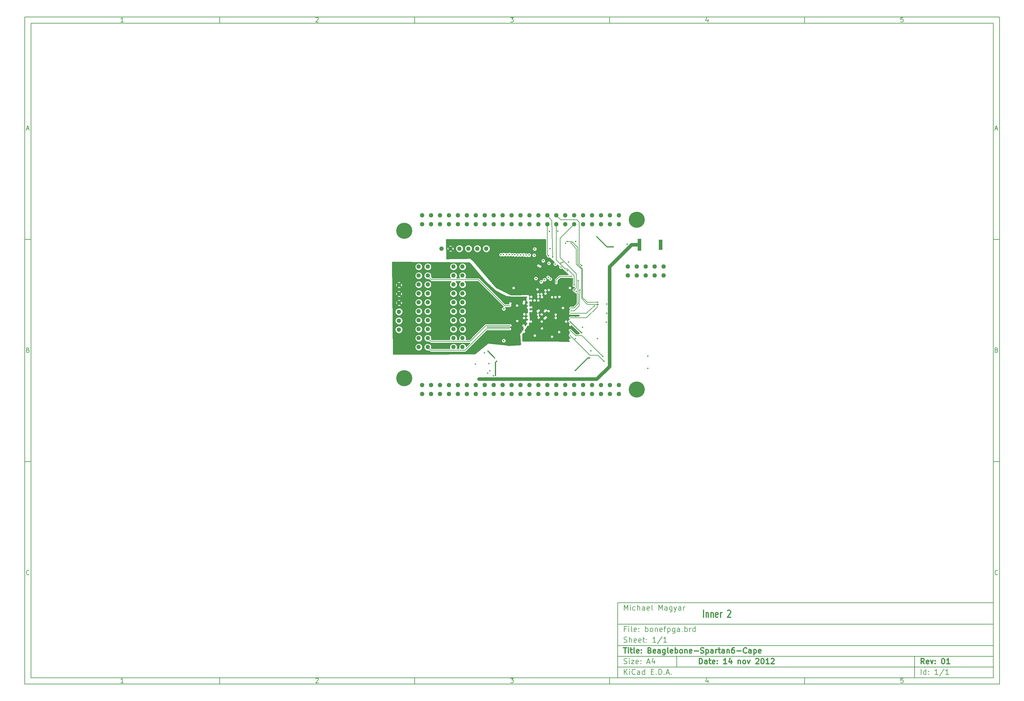
<source format=gbr>
G04 (created by PCBNEW-RS274X (2012-jan-04)-stable) date Tue Nov 13 20:46:58 2012*
G01*
G70*
G90*
%MOIN*%
G04 Gerber Fmt 3.4, Leading zero omitted, Abs format*
%FSLAX34Y34*%
G04 APERTURE LIST*
%ADD10C,0.006000*%
%ADD11C,0.012000*%
%ADD12C,0.051200*%
%ADD13R,0.039400X0.137800*%
%ADD14R,0.039400X0.118100*%
%ADD15C,0.180000*%
%ADD16C,0.015000*%
%ADD17C,0.002800*%
%ADD18C,0.011800*%
%ADD19C,0.039400*%
%ADD20C,0.005100*%
%ADD21C,0.009800*%
%ADD22C,0.010000*%
G04 APERTURE END LIST*
G54D10*
X04000Y-04000D02*
X113000Y-04000D01*
X113000Y-78670D01*
X04000Y-78670D01*
X04000Y-04000D01*
X04700Y-04700D02*
X112300Y-04700D01*
X112300Y-77970D01*
X04700Y-77970D01*
X04700Y-04700D01*
X25800Y-04000D02*
X25800Y-04700D01*
X15043Y-04552D02*
X14757Y-04552D01*
X14900Y-04552D02*
X14900Y-04052D01*
X14852Y-04124D01*
X14805Y-04171D01*
X14757Y-04195D01*
X25800Y-78670D02*
X25800Y-77970D01*
X15043Y-78522D02*
X14757Y-78522D01*
X14900Y-78522D02*
X14900Y-78022D01*
X14852Y-78094D01*
X14805Y-78141D01*
X14757Y-78165D01*
X47600Y-04000D02*
X47600Y-04700D01*
X36557Y-04100D02*
X36581Y-04076D01*
X36629Y-04052D01*
X36748Y-04052D01*
X36795Y-04076D01*
X36819Y-04100D01*
X36843Y-04148D01*
X36843Y-04195D01*
X36819Y-04267D01*
X36533Y-04552D01*
X36843Y-04552D01*
X47600Y-78670D02*
X47600Y-77970D01*
X36557Y-78070D02*
X36581Y-78046D01*
X36629Y-78022D01*
X36748Y-78022D01*
X36795Y-78046D01*
X36819Y-78070D01*
X36843Y-78118D01*
X36843Y-78165D01*
X36819Y-78237D01*
X36533Y-78522D01*
X36843Y-78522D01*
X69400Y-04000D02*
X69400Y-04700D01*
X58333Y-04052D02*
X58643Y-04052D01*
X58476Y-04243D01*
X58548Y-04243D01*
X58595Y-04267D01*
X58619Y-04290D01*
X58643Y-04338D01*
X58643Y-04457D01*
X58619Y-04505D01*
X58595Y-04529D01*
X58548Y-04552D01*
X58405Y-04552D01*
X58357Y-04529D01*
X58333Y-04505D01*
X69400Y-78670D02*
X69400Y-77970D01*
X58333Y-78022D02*
X58643Y-78022D01*
X58476Y-78213D01*
X58548Y-78213D01*
X58595Y-78237D01*
X58619Y-78260D01*
X58643Y-78308D01*
X58643Y-78427D01*
X58619Y-78475D01*
X58595Y-78499D01*
X58548Y-78522D01*
X58405Y-78522D01*
X58357Y-78499D01*
X58333Y-78475D01*
X91200Y-04000D02*
X91200Y-04700D01*
X80395Y-04219D02*
X80395Y-04552D01*
X80276Y-04029D02*
X80157Y-04386D01*
X80467Y-04386D01*
X91200Y-78670D02*
X91200Y-77970D01*
X80395Y-78189D02*
X80395Y-78522D01*
X80276Y-77999D02*
X80157Y-78356D01*
X80467Y-78356D01*
X102219Y-04052D02*
X101981Y-04052D01*
X101957Y-04290D01*
X101981Y-04267D01*
X102029Y-04243D01*
X102148Y-04243D01*
X102195Y-04267D01*
X102219Y-04290D01*
X102243Y-04338D01*
X102243Y-04457D01*
X102219Y-04505D01*
X102195Y-04529D01*
X102148Y-04552D01*
X102029Y-04552D01*
X101981Y-04529D01*
X101957Y-04505D01*
X102219Y-78022D02*
X101981Y-78022D01*
X101957Y-78260D01*
X101981Y-78237D01*
X102029Y-78213D01*
X102148Y-78213D01*
X102195Y-78237D01*
X102219Y-78260D01*
X102243Y-78308D01*
X102243Y-78427D01*
X102219Y-78475D01*
X102195Y-78499D01*
X102148Y-78522D01*
X102029Y-78522D01*
X101981Y-78499D01*
X101957Y-78475D01*
X04000Y-28890D02*
X04700Y-28890D01*
X04231Y-16510D02*
X04469Y-16510D01*
X04184Y-16652D02*
X04350Y-16152D01*
X04517Y-16652D01*
X113000Y-28890D02*
X112300Y-28890D01*
X112531Y-16510D02*
X112769Y-16510D01*
X112484Y-16652D02*
X112650Y-16152D01*
X112817Y-16652D01*
X04000Y-53780D02*
X04700Y-53780D01*
X04386Y-41280D02*
X04457Y-41304D01*
X04481Y-41328D01*
X04505Y-41376D01*
X04505Y-41447D01*
X04481Y-41495D01*
X04457Y-41519D01*
X04410Y-41542D01*
X04219Y-41542D01*
X04219Y-41042D01*
X04386Y-41042D01*
X04433Y-41066D01*
X04457Y-41090D01*
X04481Y-41138D01*
X04481Y-41185D01*
X04457Y-41233D01*
X04433Y-41257D01*
X04386Y-41280D01*
X04219Y-41280D01*
X113000Y-53780D02*
X112300Y-53780D01*
X112686Y-41280D02*
X112757Y-41304D01*
X112781Y-41328D01*
X112805Y-41376D01*
X112805Y-41447D01*
X112781Y-41495D01*
X112757Y-41519D01*
X112710Y-41542D01*
X112519Y-41542D01*
X112519Y-41042D01*
X112686Y-41042D01*
X112733Y-41066D01*
X112757Y-41090D01*
X112781Y-41138D01*
X112781Y-41185D01*
X112757Y-41233D01*
X112733Y-41257D01*
X112686Y-41280D01*
X112519Y-41280D01*
X04505Y-66385D02*
X04481Y-66409D01*
X04410Y-66432D01*
X04362Y-66432D01*
X04290Y-66409D01*
X04243Y-66361D01*
X04219Y-66313D01*
X04195Y-66218D01*
X04195Y-66147D01*
X04219Y-66051D01*
X04243Y-66004D01*
X04290Y-65956D01*
X04362Y-65932D01*
X04410Y-65932D01*
X04481Y-65956D01*
X04505Y-65980D01*
X112805Y-66385D02*
X112781Y-66409D01*
X112710Y-66432D01*
X112662Y-66432D01*
X112590Y-66409D01*
X112543Y-66361D01*
X112519Y-66313D01*
X112495Y-66218D01*
X112495Y-66147D01*
X112519Y-66051D01*
X112543Y-66004D01*
X112590Y-65956D01*
X112662Y-65932D01*
X112710Y-65932D01*
X112781Y-65956D01*
X112805Y-65980D01*
G54D11*
X79443Y-76413D02*
X79443Y-75813D01*
X79586Y-75813D01*
X79671Y-75841D01*
X79729Y-75899D01*
X79757Y-75956D01*
X79786Y-76070D01*
X79786Y-76156D01*
X79757Y-76270D01*
X79729Y-76327D01*
X79671Y-76384D01*
X79586Y-76413D01*
X79443Y-76413D01*
X80300Y-76413D02*
X80300Y-76099D01*
X80271Y-76041D01*
X80214Y-76013D01*
X80100Y-76013D01*
X80043Y-76041D01*
X80300Y-76384D02*
X80243Y-76413D01*
X80100Y-76413D01*
X80043Y-76384D01*
X80014Y-76327D01*
X80014Y-76270D01*
X80043Y-76213D01*
X80100Y-76184D01*
X80243Y-76184D01*
X80300Y-76156D01*
X80500Y-76013D02*
X80729Y-76013D01*
X80586Y-75813D02*
X80586Y-76327D01*
X80614Y-76384D01*
X80672Y-76413D01*
X80729Y-76413D01*
X81157Y-76384D02*
X81100Y-76413D01*
X80986Y-76413D01*
X80929Y-76384D01*
X80900Y-76327D01*
X80900Y-76099D01*
X80929Y-76041D01*
X80986Y-76013D01*
X81100Y-76013D01*
X81157Y-76041D01*
X81186Y-76099D01*
X81186Y-76156D01*
X80900Y-76213D01*
X81443Y-76356D02*
X81471Y-76384D01*
X81443Y-76413D01*
X81414Y-76384D01*
X81443Y-76356D01*
X81443Y-76413D01*
X81443Y-76041D02*
X81471Y-76070D01*
X81443Y-76099D01*
X81414Y-76070D01*
X81443Y-76041D01*
X81443Y-76099D01*
X82500Y-76413D02*
X82157Y-76413D01*
X82329Y-76413D02*
X82329Y-75813D01*
X82272Y-75899D01*
X82214Y-75956D01*
X82157Y-75984D01*
X83014Y-76013D02*
X83014Y-76413D01*
X82871Y-75784D02*
X82728Y-76213D01*
X83100Y-76213D01*
X83785Y-76013D02*
X83785Y-76413D01*
X83785Y-76070D02*
X83813Y-76041D01*
X83871Y-76013D01*
X83956Y-76013D01*
X84013Y-76041D01*
X84042Y-76099D01*
X84042Y-76413D01*
X84414Y-76413D02*
X84356Y-76384D01*
X84328Y-76356D01*
X84299Y-76299D01*
X84299Y-76127D01*
X84328Y-76070D01*
X84356Y-76041D01*
X84414Y-76013D01*
X84499Y-76013D01*
X84556Y-76041D01*
X84585Y-76070D01*
X84614Y-76127D01*
X84614Y-76299D01*
X84585Y-76356D01*
X84556Y-76384D01*
X84499Y-76413D01*
X84414Y-76413D01*
X84814Y-76013D02*
X84957Y-76413D01*
X85099Y-76013D01*
X85756Y-75870D02*
X85785Y-75841D01*
X85842Y-75813D01*
X85985Y-75813D01*
X86042Y-75841D01*
X86071Y-75870D01*
X86099Y-75927D01*
X86099Y-75984D01*
X86071Y-76070D01*
X85728Y-76413D01*
X86099Y-76413D01*
X86470Y-75813D02*
X86527Y-75813D01*
X86584Y-75841D01*
X86613Y-75870D01*
X86642Y-75927D01*
X86670Y-76041D01*
X86670Y-76184D01*
X86642Y-76299D01*
X86613Y-76356D01*
X86584Y-76384D01*
X86527Y-76413D01*
X86470Y-76413D01*
X86413Y-76384D01*
X86384Y-76356D01*
X86356Y-76299D01*
X86327Y-76184D01*
X86327Y-76041D01*
X86356Y-75927D01*
X86384Y-75870D01*
X86413Y-75841D01*
X86470Y-75813D01*
X87241Y-76413D02*
X86898Y-76413D01*
X87070Y-76413D02*
X87070Y-75813D01*
X87013Y-75899D01*
X86955Y-75956D01*
X86898Y-75984D01*
X87469Y-75870D02*
X87498Y-75841D01*
X87555Y-75813D01*
X87698Y-75813D01*
X87755Y-75841D01*
X87784Y-75870D01*
X87812Y-75927D01*
X87812Y-75984D01*
X87784Y-76070D01*
X87441Y-76413D01*
X87812Y-76413D01*
G54D10*
X71043Y-77613D02*
X71043Y-77013D01*
X71386Y-77613D02*
X71129Y-77270D01*
X71386Y-77013D02*
X71043Y-77356D01*
X71643Y-77613D02*
X71643Y-77213D01*
X71643Y-77013D02*
X71614Y-77041D01*
X71643Y-77070D01*
X71671Y-77041D01*
X71643Y-77013D01*
X71643Y-77070D01*
X72272Y-77556D02*
X72243Y-77584D01*
X72157Y-77613D01*
X72100Y-77613D01*
X72015Y-77584D01*
X71957Y-77527D01*
X71929Y-77470D01*
X71900Y-77356D01*
X71900Y-77270D01*
X71929Y-77156D01*
X71957Y-77099D01*
X72015Y-77041D01*
X72100Y-77013D01*
X72157Y-77013D01*
X72243Y-77041D01*
X72272Y-77070D01*
X72786Y-77613D02*
X72786Y-77299D01*
X72757Y-77241D01*
X72700Y-77213D01*
X72586Y-77213D01*
X72529Y-77241D01*
X72786Y-77584D02*
X72729Y-77613D01*
X72586Y-77613D01*
X72529Y-77584D01*
X72500Y-77527D01*
X72500Y-77470D01*
X72529Y-77413D01*
X72586Y-77384D01*
X72729Y-77384D01*
X72786Y-77356D01*
X73329Y-77613D02*
X73329Y-77013D01*
X73329Y-77584D02*
X73272Y-77613D01*
X73158Y-77613D01*
X73100Y-77584D01*
X73072Y-77556D01*
X73043Y-77499D01*
X73043Y-77327D01*
X73072Y-77270D01*
X73100Y-77241D01*
X73158Y-77213D01*
X73272Y-77213D01*
X73329Y-77241D01*
X74072Y-77299D02*
X74272Y-77299D01*
X74358Y-77613D02*
X74072Y-77613D01*
X74072Y-77013D01*
X74358Y-77013D01*
X74615Y-77556D02*
X74643Y-77584D01*
X74615Y-77613D01*
X74586Y-77584D01*
X74615Y-77556D01*
X74615Y-77613D01*
X74901Y-77613D02*
X74901Y-77013D01*
X75044Y-77013D01*
X75129Y-77041D01*
X75187Y-77099D01*
X75215Y-77156D01*
X75244Y-77270D01*
X75244Y-77356D01*
X75215Y-77470D01*
X75187Y-77527D01*
X75129Y-77584D01*
X75044Y-77613D01*
X74901Y-77613D01*
X75501Y-77556D02*
X75529Y-77584D01*
X75501Y-77613D01*
X75472Y-77584D01*
X75501Y-77556D01*
X75501Y-77613D01*
X75758Y-77441D02*
X76044Y-77441D01*
X75701Y-77613D02*
X75901Y-77013D01*
X76101Y-77613D01*
X76301Y-77556D02*
X76329Y-77584D01*
X76301Y-77613D01*
X76272Y-77584D01*
X76301Y-77556D01*
X76301Y-77613D01*
G54D11*
X104586Y-76413D02*
X104386Y-76127D01*
X104243Y-76413D02*
X104243Y-75813D01*
X104471Y-75813D01*
X104529Y-75841D01*
X104557Y-75870D01*
X104586Y-75927D01*
X104586Y-76013D01*
X104557Y-76070D01*
X104529Y-76099D01*
X104471Y-76127D01*
X104243Y-76127D01*
X105071Y-76384D02*
X105014Y-76413D01*
X104900Y-76413D01*
X104843Y-76384D01*
X104814Y-76327D01*
X104814Y-76099D01*
X104843Y-76041D01*
X104900Y-76013D01*
X105014Y-76013D01*
X105071Y-76041D01*
X105100Y-76099D01*
X105100Y-76156D01*
X104814Y-76213D01*
X105300Y-76013D02*
X105443Y-76413D01*
X105585Y-76013D01*
X105814Y-76356D02*
X105842Y-76384D01*
X105814Y-76413D01*
X105785Y-76384D01*
X105814Y-76356D01*
X105814Y-76413D01*
X105814Y-76041D02*
X105842Y-76070D01*
X105814Y-76099D01*
X105785Y-76070D01*
X105814Y-76041D01*
X105814Y-76099D01*
X106671Y-75813D02*
X106728Y-75813D01*
X106785Y-75841D01*
X106814Y-75870D01*
X106843Y-75927D01*
X106871Y-76041D01*
X106871Y-76184D01*
X106843Y-76299D01*
X106814Y-76356D01*
X106785Y-76384D01*
X106728Y-76413D01*
X106671Y-76413D01*
X106614Y-76384D01*
X106585Y-76356D01*
X106557Y-76299D01*
X106528Y-76184D01*
X106528Y-76041D01*
X106557Y-75927D01*
X106585Y-75870D01*
X106614Y-75841D01*
X106671Y-75813D01*
X107442Y-76413D02*
X107099Y-76413D01*
X107271Y-76413D02*
X107271Y-75813D01*
X107214Y-75899D01*
X107156Y-75956D01*
X107099Y-75984D01*
G54D10*
X71014Y-76384D02*
X71100Y-76413D01*
X71243Y-76413D01*
X71300Y-76384D01*
X71329Y-76356D01*
X71357Y-76299D01*
X71357Y-76241D01*
X71329Y-76184D01*
X71300Y-76156D01*
X71243Y-76127D01*
X71129Y-76099D01*
X71071Y-76070D01*
X71043Y-76041D01*
X71014Y-75984D01*
X71014Y-75927D01*
X71043Y-75870D01*
X71071Y-75841D01*
X71129Y-75813D01*
X71271Y-75813D01*
X71357Y-75841D01*
X71614Y-76413D02*
X71614Y-76013D01*
X71614Y-75813D02*
X71585Y-75841D01*
X71614Y-75870D01*
X71642Y-75841D01*
X71614Y-75813D01*
X71614Y-75870D01*
X71843Y-76013D02*
X72157Y-76013D01*
X71843Y-76413D01*
X72157Y-76413D01*
X72614Y-76384D02*
X72557Y-76413D01*
X72443Y-76413D01*
X72386Y-76384D01*
X72357Y-76327D01*
X72357Y-76099D01*
X72386Y-76041D01*
X72443Y-76013D01*
X72557Y-76013D01*
X72614Y-76041D01*
X72643Y-76099D01*
X72643Y-76156D01*
X72357Y-76213D01*
X72900Y-76356D02*
X72928Y-76384D01*
X72900Y-76413D01*
X72871Y-76384D01*
X72900Y-76356D01*
X72900Y-76413D01*
X72900Y-76041D02*
X72928Y-76070D01*
X72900Y-76099D01*
X72871Y-76070D01*
X72900Y-76041D01*
X72900Y-76099D01*
X73614Y-76241D02*
X73900Y-76241D01*
X73557Y-76413D02*
X73757Y-75813D01*
X73957Y-76413D01*
X74414Y-76013D02*
X74414Y-76413D01*
X74271Y-75784D02*
X74128Y-76213D01*
X74500Y-76213D01*
X104243Y-77613D02*
X104243Y-77013D01*
X104786Y-77613D02*
X104786Y-77013D01*
X104786Y-77584D02*
X104729Y-77613D01*
X104615Y-77613D01*
X104557Y-77584D01*
X104529Y-77556D01*
X104500Y-77499D01*
X104500Y-77327D01*
X104529Y-77270D01*
X104557Y-77241D01*
X104615Y-77213D01*
X104729Y-77213D01*
X104786Y-77241D01*
X105072Y-77556D02*
X105100Y-77584D01*
X105072Y-77613D01*
X105043Y-77584D01*
X105072Y-77556D01*
X105072Y-77613D01*
X105072Y-77241D02*
X105100Y-77270D01*
X105072Y-77299D01*
X105043Y-77270D01*
X105072Y-77241D01*
X105072Y-77299D01*
X106129Y-77613D02*
X105786Y-77613D01*
X105958Y-77613D02*
X105958Y-77013D01*
X105901Y-77099D01*
X105843Y-77156D01*
X105786Y-77184D01*
X106814Y-76984D02*
X106300Y-77756D01*
X107329Y-77613D02*
X106986Y-77613D01*
X107158Y-77613D02*
X107158Y-77013D01*
X107101Y-77099D01*
X107043Y-77156D01*
X106986Y-77184D01*
G54D11*
X70957Y-74613D02*
X71300Y-74613D01*
X71129Y-75213D02*
X71129Y-74613D01*
X71500Y-75213D02*
X71500Y-74813D01*
X71500Y-74613D02*
X71471Y-74641D01*
X71500Y-74670D01*
X71528Y-74641D01*
X71500Y-74613D01*
X71500Y-74670D01*
X71700Y-74813D02*
X71929Y-74813D01*
X71786Y-74613D02*
X71786Y-75127D01*
X71814Y-75184D01*
X71872Y-75213D01*
X71929Y-75213D01*
X72215Y-75213D02*
X72157Y-75184D01*
X72129Y-75127D01*
X72129Y-74613D01*
X72671Y-75184D02*
X72614Y-75213D01*
X72500Y-75213D01*
X72443Y-75184D01*
X72414Y-75127D01*
X72414Y-74899D01*
X72443Y-74841D01*
X72500Y-74813D01*
X72614Y-74813D01*
X72671Y-74841D01*
X72700Y-74899D01*
X72700Y-74956D01*
X72414Y-75013D01*
X72957Y-75156D02*
X72985Y-75184D01*
X72957Y-75213D01*
X72928Y-75184D01*
X72957Y-75156D01*
X72957Y-75213D01*
X72957Y-74841D02*
X72985Y-74870D01*
X72957Y-74899D01*
X72928Y-74870D01*
X72957Y-74841D01*
X72957Y-74899D01*
X73900Y-74899D02*
X73986Y-74927D01*
X74014Y-74956D01*
X74043Y-75013D01*
X74043Y-75099D01*
X74014Y-75156D01*
X73986Y-75184D01*
X73928Y-75213D01*
X73700Y-75213D01*
X73700Y-74613D01*
X73900Y-74613D01*
X73957Y-74641D01*
X73986Y-74670D01*
X74014Y-74727D01*
X74014Y-74784D01*
X73986Y-74841D01*
X73957Y-74870D01*
X73900Y-74899D01*
X73700Y-74899D01*
X74528Y-75184D02*
X74471Y-75213D01*
X74357Y-75213D01*
X74300Y-75184D01*
X74271Y-75127D01*
X74271Y-74899D01*
X74300Y-74841D01*
X74357Y-74813D01*
X74471Y-74813D01*
X74528Y-74841D01*
X74557Y-74899D01*
X74557Y-74956D01*
X74271Y-75013D01*
X75071Y-75213D02*
X75071Y-74899D01*
X75042Y-74841D01*
X74985Y-74813D01*
X74871Y-74813D01*
X74814Y-74841D01*
X75071Y-75184D02*
X75014Y-75213D01*
X74871Y-75213D01*
X74814Y-75184D01*
X74785Y-75127D01*
X74785Y-75070D01*
X74814Y-75013D01*
X74871Y-74984D01*
X75014Y-74984D01*
X75071Y-74956D01*
X75614Y-74813D02*
X75614Y-75299D01*
X75585Y-75356D01*
X75557Y-75384D01*
X75500Y-75413D01*
X75414Y-75413D01*
X75357Y-75384D01*
X75614Y-75184D02*
X75557Y-75213D01*
X75443Y-75213D01*
X75385Y-75184D01*
X75357Y-75156D01*
X75328Y-75099D01*
X75328Y-74927D01*
X75357Y-74870D01*
X75385Y-74841D01*
X75443Y-74813D01*
X75557Y-74813D01*
X75614Y-74841D01*
X75986Y-75213D02*
X75928Y-75184D01*
X75900Y-75127D01*
X75900Y-74613D01*
X76442Y-75184D02*
X76385Y-75213D01*
X76271Y-75213D01*
X76214Y-75184D01*
X76185Y-75127D01*
X76185Y-74899D01*
X76214Y-74841D01*
X76271Y-74813D01*
X76385Y-74813D01*
X76442Y-74841D01*
X76471Y-74899D01*
X76471Y-74956D01*
X76185Y-75013D01*
X76728Y-75213D02*
X76728Y-74613D01*
X76728Y-74841D02*
X76785Y-74813D01*
X76899Y-74813D01*
X76956Y-74841D01*
X76985Y-74870D01*
X77014Y-74927D01*
X77014Y-75099D01*
X76985Y-75156D01*
X76956Y-75184D01*
X76899Y-75213D01*
X76785Y-75213D01*
X76728Y-75184D01*
X77357Y-75213D02*
X77299Y-75184D01*
X77271Y-75156D01*
X77242Y-75099D01*
X77242Y-74927D01*
X77271Y-74870D01*
X77299Y-74841D01*
X77357Y-74813D01*
X77442Y-74813D01*
X77499Y-74841D01*
X77528Y-74870D01*
X77557Y-74927D01*
X77557Y-75099D01*
X77528Y-75156D01*
X77499Y-75184D01*
X77442Y-75213D01*
X77357Y-75213D01*
X77814Y-74813D02*
X77814Y-75213D01*
X77814Y-74870D02*
X77842Y-74841D01*
X77900Y-74813D01*
X77985Y-74813D01*
X78042Y-74841D01*
X78071Y-74899D01*
X78071Y-75213D01*
X78585Y-75184D02*
X78528Y-75213D01*
X78414Y-75213D01*
X78357Y-75184D01*
X78328Y-75127D01*
X78328Y-74899D01*
X78357Y-74841D01*
X78414Y-74813D01*
X78528Y-74813D01*
X78585Y-74841D01*
X78614Y-74899D01*
X78614Y-74956D01*
X78328Y-75013D01*
X78871Y-74984D02*
X79328Y-74984D01*
X79585Y-75184D02*
X79671Y-75213D01*
X79814Y-75213D01*
X79871Y-75184D01*
X79900Y-75156D01*
X79928Y-75099D01*
X79928Y-75041D01*
X79900Y-74984D01*
X79871Y-74956D01*
X79814Y-74927D01*
X79700Y-74899D01*
X79642Y-74870D01*
X79614Y-74841D01*
X79585Y-74784D01*
X79585Y-74727D01*
X79614Y-74670D01*
X79642Y-74641D01*
X79700Y-74613D01*
X79842Y-74613D01*
X79928Y-74641D01*
X80185Y-74813D02*
X80185Y-75413D01*
X80185Y-74841D02*
X80242Y-74813D01*
X80356Y-74813D01*
X80413Y-74841D01*
X80442Y-74870D01*
X80471Y-74927D01*
X80471Y-75099D01*
X80442Y-75156D01*
X80413Y-75184D01*
X80356Y-75213D01*
X80242Y-75213D01*
X80185Y-75184D01*
X80985Y-75213D02*
X80985Y-74899D01*
X80956Y-74841D01*
X80899Y-74813D01*
X80785Y-74813D01*
X80728Y-74841D01*
X80985Y-75184D02*
X80928Y-75213D01*
X80785Y-75213D01*
X80728Y-75184D01*
X80699Y-75127D01*
X80699Y-75070D01*
X80728Y-75013D01*
X80785Y-74984D01*
X80928Y-74984D01*
X80985Y-74956D01*
X81271Y-75213D02*
X81271Y-74813D01*
X81271Y-74927D02*
X81299Y-74870D01*
X81328Y-74841D01*
X81385Y-74813D01*
X81442Y-74813D01*
X81556Y-74813D02*
X81785Y-74813D01*
X81642Y-74613D02*
X81642Y-75127D01*
X81670Y-75184D01*
X81728Y-75213D01*
X81785Y-75213D01*
X82242Y-75213D02*
X82242Y-74899D01*
X82213Y-74841D01*
X82156Y-74813D01*
X82042Y-74813D01*
X81985Y-74841D01*
X82242Y-75184D02*
X82185Y-75213D01*
X82042Y-75213D01*
X81985Y-75184D01*
X81956Y-75127D01*
X81956Y-75070D01*
X81985Y-75013D01*
X82042Y-74984D01*
X82185Y-74984D01*
X82242Y-74956D01*
X82528Y-74813D02*
X82528Y-75213D01*
X82528Y-74870D02*
X82556Y-74841D01*
X82614Y-74813D01*
X82699Y-74813D01*
X82756Y-74841D01*
X82785Y-74899D01*
X82785Y-75213D01*
X83328Y-74613D02*
X83214Y-74613D01*
X83157Y-74641D01*
X83128Y-74670D01*
X83071Y-74756D01*
X83042Y-74870D01*
X83042Y-75099D01*
X83071Y-75156D01*
X83099Y-75184D01*
X83157Y-75213D01*
X83271Y-75213D01*
X83328Y-75184D01*
X83357Y-75156D01*
X83385Y-75099D01*
X83385Y-74956D01*
X83357Y-74899D01*
X83328Y-74870D01*
X83271Y-74841D01*
X83157Y-74841D01*
X83099Y-74870D01*
X83071Y-74899D01*
X83042Y-74956D01*
X83642Y-74984D02*
X84099Y-74984D01*
X84728Y-75156D02*
X84699Y-75184D01*
X84613Y-75213D01*
X84556Y-75213D01*
X84471Y-75184D01*
X84413Y-75127D01*
X84385Y-75070D01*
X84356Y-74956D01*
X84356Y-74870D01*
X84385Y-74756D01*
X84413Y-74699D01*
X84471Y-74641D01*
X84556Y-74613D01*
X84613Y-74613D01*
X84699Y-74641D01*
X84728Y-74670D01*
X85242Y-75213D02*
X85242Y-74899D01*
X85213Y-74841D01*
X85156Y-74813D01*
X85042Y-74813D01*
X84985Y-74841D01*
X85242Y-75184D02*
X85185Y-75213D01*
X85042Y-75213D01*
X84985Y-75184D01*
X84956Y-75127D01*
X84956Y-75070D01*
X84985Y-75013D01*
X85042Y-74984D01*
X85185Y-74984D01*
X85242Y-74956D01*
X85528Y-74813D02*
X85528Y-75413D01*
X85528Y-74841D02*
X85585Y-74813D01*
X85699Y-74813D01*
X85756Y-74841D01*
X85785Y-74870D01*
X85814Y-74927D01*
X85814Y-75099D01*
X85785Y-75156D01*
X85756Y-75184D01*
X85699Y-75213D01*
X85585Y-75213D01*
X85528Y-75184D01*
X86299Y-75184D02*
X86242Y-75213D01*
X86128Y-75213D01*
X86071Y-75184D01*
X86042Y-75127D01*
X86042Y-74899D01*
X86071Y-74841D01*
X86128Y-74813D01*
X86242Y-74813D01*
X86299Y-74841D01*
X86328Y-74899D01*
X86328Y-74956D01*
X86042Y-75013D01*
G54D10*
X71243Y-72499D02*
X71043Y-72499D01*
X71043Y-72813D02*
X71043Y-72213D01*
X71329Y-72213D01*
X71557Y-72813D02*
X71557Y-72413D01*
X71557Y-72213D02*
X71528Y-72241D01*
X71557Y-72270D01*
X71585Y-72241D01*
X71557Y-72213D01*
X71557Y-72270D01*
X71929Y-72813D02*
X71871Y-72784D01*
X71843Y-72727D01*
X71843Y-72213D01*
X72385Y-72784D02*
X72328Y-72813D01*
X72214Y-72813D01*
X72157Y-72784D01*
X72128Y-72727D01*
X72128Y-72499D01*
X72157Y-72441D01*
X72214Y-72413D01*
X72328Y-72413D01*
X72385Y-72441D01*
X72414Y-72499D01*
X72414Y-72556D01*
X72128Y-72613D01*
X72671Y-72756D02*
X72699Y-72784D01*
X72671Y-72813D01*
X72642Y-72784D01*
X72671Y-72756D01*
X72671Y-72813D01*
X72671Y-72441D02*
X72699Y-72470D01*
X72671Y-72499D01*
X72642Y-72470D01*
X72671Y-72441D01*
X72671Y-72499D01*
X73414Y-72813D02*
X73414Y-72213D01*
X73414Y-72441D02*
X73471Y-72413D01*
X73585Y-72413D01*
X73642Y-72441D01*
X73671Y-72470D01*
X73700Y-72527D01*
X73700Y-72699D01*
X73671Y-72756D01*
X73642Y-72784D01*
X73585Y-72813D01*
X73471Y-72813D01*
X73414Y-72784D01*
X74043Y-72813D02*
X73985Y-72784D01*
X73957Y-72756D01*
X73928Y-72699D01*
X73928Y-72527D01*
X73957Y-72470D01*
X73985Y-72441D01*
X74043Y-72413D01*
X74128Y-72413D01*
X74185Y-72441D01*
X74214Y-72470D01*
X74243Y-72527D01*
X74243Y-72699D01*
X74214Y-72756D01*
X74185Y-72784D01*
X74128Y-72813D01*
X74043Y-72813D01*
X74500Y-72413D02*
X74500Y-72813D01*
X74500Y-72470D02*
X74528Y-72441D01*
X74586Y-72413D01*
X74671Y-72413D01*
X74728Y-72441D01*
X74757Y-72499D01*
X74757Y-72813D01*
X75271Y-72784D02*
X75214Y-72813D01*
X75100Y-72813D01*
X75043Y-72784D01*
X75014Y-72727D01*
X75014Y-72499D01*
X75043Y-72441D01*
X75100Y-72413D01*
X75214Y-72413D01*
X75271Y-72441D01*
X75300Y-72499D01*
X75300Y-72556D01*
X75014Y-72613D01*
X75471Y-72413D02*
X75700Y-72413D01*
X75557Y-72813D02*
X75557Y-72299D01*
X75585Y-72241D01*
X75643Y-72213D01*
X75700Y-72213D01*
X75900Y-72413D02*
X75900Y-73013D01*
X75900Y-72441D02*
X75957Y-72413D01*
X76071Y-72413D01*
X76128Y-72441D01*
X76157Y-72470D01*
X76186Y-72527D01*
X76186Y-72699D01*
X76157Y-72756D01*
X76128Y-72784D01*
X76071Y-72813D01*
X75957Y-72813D01*
X75900Y-72784D01*
X76700Y-72413D02*
X76700Y-72899D01*
X76671Y-72956D01*
X76643Y-72984D01*
X76586Y-73013D01*
X76500Y-73013D01*
X76443Y-72984D01*
X76700Y-72784D02*
X76643Y-72813D01*
X76529Y-72813D01*
X76471Y-72784D01*
X76443Y-72756D01*
X76414Y-72699D01*
X76414Y-72527D01*
X76443Y-72470D01*
X76471Y-72441D01*
X76529Y-72413D01*
X76643Y-72413D01*
X76700Y-72441D01*
X77243Y-72813D02*
X77243Y-72499D01*
X77214Y-72441D01*
X77157Y-72413D01*
X77043Y-72413D01*
X76986Y-72441D01*
X77243Y-72784D02*
X77186Y-72813D01*
X77043Y-72813D01*
X76986Y-72784D01*
X76957Y-72727D01*
X76957Y-72670D01*
X76986Y-72613D01*
X77043Y-72584D01*
X77186Y-72584D01*
X77243Y-72556D01*
X77529Y-72756D02*
X77557Y-72784D01*
X77529Y-72813D01*
X77500Y-72784D01*
X77529Y-72756D01*
X77529Y-72813D01*
X77815Y-72813D02*
X77815Y-72213D01*
X77815Y-72441D02*
X77872Y-72413D01*
X77986Y-72413D01*
X78043Y-72441D01*
X78072Y-72470D01*
X78101Y-72527D01*
X78101Y-72699D01*
X78072Y-72756D01*
X78043Y-72784D01*
X77986Y-72813D01*
X77872Y-72813D01*
X77815Y-72784D01*
X78358Y-72813D02*
X78358Y-72413D01*
X78358Y-72527D02*
X78386Y-72470D01*
X78415Y-72441D01*
X78472Y-72413D01*
X78529Y-72413D01*
X78986Y-72813D02*
X78986Y-72213D01*
X78986Y-72784D02*
X78929Y-72813D01*
X78815Y-72813D01*
X78757Y-72784D01*
X78729Y-72756D01*
X78700Y-72699D01*
X78700Y-72527D01*
X78729Y-72470D01*
X78757Y-72441D01*
X78815Y-72413D01*
X78929Y-72413D01*
X78986Y-72441D01*
X71014Y-73984D02*
X71100Y-74013D01*
X71243Y-74013D01*
X71300Y-73984D01*
X71329Y-73956D01*
X71357Y-73899D01*
X71357Y-73841D01*
X71329Y-73784D01*
X71300Y-73756D01*
X71243Y-73727D01*
X71129Y-73699D01*
X71071Y-73670D01*
X71043Y-73641D01*
X71014Y-73584D01*
X71014Y-73527D01*
X71043Y-73470D01*
X71071Y-73441D01*
X71129Y-73413D01*
X71271Y-73413D01*
X71357Y-73441D01*
X71614Y-74013D02*
X71614Y-73413D01*
X71871Y-74013D02*
X71871Y-73699D01*
X71842Y-73641D01*
X71785Y-73613D01*
X71700Y-73613D01*
X71642Y-73641D01*
X71614Y-73670D01*
X72385Y-73984D02*
X72328Y-74013D01*
X72214Y-74013D01*
X72157Y-73984D01*
X72128Y-73927D01*
X72128Y-73699D01*
X72157Y-73641D01*
X72214Y-73613D01*
X72328Y-73613D01*
X72385Y-73641D01*
X72414Y-73699D01*
X72414Y-73756D01*
X72128Y-73813D01*
X72899Y-73984D02*
X72842Y-74013D01*
X72728Y-74013D01*
X72671Y-73984D01*
X72642Y-73927D01*
X72642Y-73699D01*
X72671Y-73641D01*
X72728Y-73613D01*
X72842Y-73613D01*
X72899Y-73641D01*
X72928Y-73699D01*
X72928Y-73756D01*
X72642Y-73813D01*
X73099Y-73613D02*
X73328Y-73613D01*
X73185Y-73413D02*
X73185Y-73927D01*
X73213Y-73984D01*
X73271Y-74013D01*
X73328Y-74013D01*
X73528Y-73956D02*
X73556Y-73984D01*
X73528Y-74013D01*
X73499Y-73984D01*
X73528Y-73956D01*
X73528Y-74013D01*
X73528Y-73641D02*
X73556Y-73670D01*
X73528Y-73699D01*
X73499Y-73670D01*
X73528Y-73641D01*
X73528Y-73699D01*
X74585Y-74013D02*
X74242Y-74013D01*
X74414Y-74013D02*
X74414Y-73413D01*
X74357Y-73499D01*
X74299Y-73556D01*
X74242Y-73584D01*
X75270Y-73384D02*
X74756Y-74156D01*
X75785Y-74013D02*
X75442Y-74013D01*
X75614Y-74013D02*
X75614Y-73413D01*
X75557Y-73499D01*
X75499Y-73556D01*
X75442Y-73584D01*
X71043Y-70413D02*
X71043Y-69813D01*
X71243Y-70241D01*
X71443Y-69813D01*
X71443Y-70413D01*
X71729Y-70413D02*
X71729Y-70013D01*
X71729Y-69813D02*
X71700Y-69841D01*
X71729Y-69870D01*
X71757Y-69841D01*
X71729Y-69813D01*
X71729Y-69870D01*
X72272Y-70384D02*
X72215Y-70413D01*
X72101Y-70413D01*
X72043Y-70384D01*
X72015Y-70356D01*
X71986Y-70299D01*
X71986Y-70127D01*
X72015Y-70070D01*
X72043Y-70041D01*
X72101Y-70013D01*
X72215Y-70013D01*
X72272Y-70041D01*
X72529Y-70413D02*
X72529Y-69813D01*
X72786Y-70413D02*
X72786Y-70099D01*
X72757Y-70041D01*
X72700Y-70013D01*
X72615Y-70013D01*
X72557Y-70041D01*
X72529Y-70070D01*
X73329Y-70413D02*
X73329Y-70099D01*
X73300Y-70041D01*
X73243Y-70013D01*
X73129Y-70013D01*
X73072Y-70041D01*
X73329Y-70384D02*
X73272Y-70413D01*
X73129Y-70413D01*
X73072Y-70384D01*
X73043Y-70327D01*
X73043Y-70270D01*
X73072Y-70213D01*
X73129Y-70184D01*
X73272Y-70184D01*
X73329Y-70156D01*
X73843Y-70384D02*
X73786Y-70413D01*
X73672Y-70413D01*
X73615Y-70384D01*
X73586Y-70327D01*
X73586Y-70099D01*
X73615Y-70041D01*
X73672Y-70013D01*
X73786Y-70013D01*
X73843Y-70041D01*
X73872Y-70099D01*
X73872Y-70156D01*
X73586Y-70213D01*
X74215Y-70413D02*
X74157Y-70384D01*
X74129Y-70327D01*
X74129Y-69813D01*
X74900Y-70413D02*
X74900Y-69813D01*
X75100Y-70241D01*
X75300Y-69813D01*
X75300Y-70413D01*
X75843Y-70413D02*
X75843Y-70099D01*
X75814Y-70041D01*
X75757Y-70013D01*
X75643Y-70013D01*
X75586Y-70041D01*
X75843Y-70384D02*
X75786Y-70413D01*
X75643Y-70413D01*
X75586Y-70384D01*
X75557Y-70327D01*
X75557Y-70270D01*
X75586Y-70213D01*
X75643Y-70184D01*
X75786Y-70184D01*
X75843Y-70156D01*
X76386Y-70013D02*
X76386Y-70499D01*
X76357Y-70556D01*
X76329Y-70584D01*
X76272Y-70613D01*
X76186Y-70613D01*
X76129Y-70584D01*
X76386Y-70384D02*
X76329Y-70413D01*
X76215Y-70413D01*
X76157Y-70384D01*
X76129Y-70356D01*
X76100Y-70299D01*
X76100Y-70127D01*
X76129Y-70070D01*
X76157Y-70041D01*
X76215Y-70013D01*
X76329Y-70013D01*
X76386Y-70041D01*
X76615Y-70013D02*
X76758Y-70413D01*
X76900Y-70013D02*
X76758Y-70413D01*
X76700Y-70556D01*
X76672Y-70584D01*
X76615Y-70613D01*
X77386Y-70413D02*
X77386Y-70099D01*
X77357Y-70041D01*
X77300Y-70013D01*
X77186Y-70013D01*
X77129Y-70041D01*
X77386Y-70384D02*
X77329Y-70413D01*
X77186Y-70413D01*
X77129Y-70384D01*
X77100Y-70327D01*
X77100Y-70270D01*
X77129Y-70213D01*
X77186Y-70184D01*
X77329Y-70184D01*
X77386Y-70156D01*
X77672Y-70413D02*
X77672Y-70013D01*
X77672Y-70127D02*
X77700Y-70070D01*
X77729Y-70041D01*
X77786Y-70013D01*
X77843Y-70013D01*
X70300Y-69570D02*
X70300Y-77970D01*
X70300Y-71970D02*
X112300Y-71970D01*
X70300Y-69570D02*
X112300Y-69570D01*
X70300Y-74370D02*
X112300Y-74370D01*
X103500Y-75570D02*
X103500Y-77970D01*
X70300Y-76770D02*
X112300Y-76770D01*
X70300Y-75570D02*
X112300Y-75570D01*
X76900Y-75570D02*
X76900Y-76770D01*
G54D11*
X79910Y-71198D02*
X79910Y-70398D01*
X80196Y-70664D02*
X80196Y-71198D01*
X80196Y-70741D02*
X80224Y-70703D01*
X80282Y-70664D01*
X80367Y-70664D01*
X80424Y-70703D01*
X80453Y-70779D01*
X80453Y-71198D01*
X80739Y-70664D02*
X80739Y-71198D01*
X80739Y-70741D02*
X80767Y-70703D01*
X80825Y-70664D01*
X80910Y-70664D01*
X80967Y-70703D01*
X80996Y-70779D01*
X80996Y-71198D01*
X81510Y-71160D02*
X81453Y-71198D01*
X81339Y-71198D01*
X81282Y-71160D01*
X81253Y-71084D01*
X81253Y-70779D01*
X81282Y-70703D01*
X81339Y-70664D01*
X81453Y-70664D01*
X81510Y-70703D01*
X81539Y-70779D01*
X81539Y-70855D01*
X81253Y-70931D01*
X81796Y-71198D02*
X81796Y-70664D01*
X81796Y-70817D02*
X81824Y-70741D01*
X81853Y-70703D01*
X81910Y-70664D01*
X81967Y-70664D01*
X82595Y-70474D02*
X82624Y-70436D01*
X82681Y-70398D01*
X82824Y-70398D01*
X82881Y-70436D01*
X82910Y-70474D01*
X82938Y-70550D01*
X82938Y-70626D01*
X82910Y-70741D01*
X82567Y-71198D01*
X82938Y-71198D01*
G54D12*
X45850Y-38992D03*
X45850Y-37992D03*
X45850Y-36992D03*
X45850Y-33992D03*
X45850Y-34992D03*
X45850Y-35992D03*
G54D13*
X72736Y-29504D03*
G54D14*
X75098Y-29504D03*
G54D12*
X51949Y-32949D03*
X52956Y-32949D03*
X51949Y-31949D03*
X52956Y-31949D03*
X52956Y-35949D03*
X51949Y-35949D03*
X52956Y-36949D03*
X51949Y-36949D03*
X52956Y-33949D03*
X51949Y-33949D03*
X52956Y-34949D03*
X51949Y-34949D03*
X51949Y-38949D03*
X52956Y-38949D03*
X51949Y-37949D03*
X52956Y-37949D03*
X51949Y-40949D03*
X52956Y-40949D03*
X51949Y-39949D03*
X52956Y-39949D03*
X55610Y-29925D03*
X54610Y-29925D03*
X53610Y-29925D03*
X50610Y-29925D03*
X51610Y-29925D03*
X52610Y-29925D03*
G54D15*
X46447Y-27947D03*
X72447Y-26697D03*
X72447Y-45697D03*
X46447Y-44447D03*
G54D12*
X70447Y-26197D03*
X70447Y-27197D03*
X69447Y-26197D03*
X69447Y-27197D03*
X68447Y-26197D03*
X68447Y-27197D03*
X67447Y-26197D03*
X67447Y-27197D03*
X66447Y-26197D03*
X66447Y-27197D03*
X65447Y-26197D03*
X65447Y-27197D03*
X64447Y-26197D03*
X64447Y-27197D03*
X63447Y-26197D03*
X63447Y-27197D03*
X62447Y-26197D03*
X62447Y-27197D03*
X61447Y-26197D03*
X61447Y-27197D03*
X60447Y-26197D03*
X60447Y-27197D03*
X59447Y-26197D03*
X59447Y-27197D03*
X58447Y-26197D03*
X58447Y-27197D03*
X57447Y-26197D03*
X57447Y-27197D03*
X56447Y-26197D03*
X56447Y-27197D03*
X55447Y-26197D03*
X55447Y-27197D03*
X54447Y-26197D03*
X54447Y-27197D03*
X53447Y-26197D03*
X53447Y-27197D03*
X52447Y-26197D03*
X52447Y-27197D03*
X51447Y-26197D03*
X51447Y-27197D03*
X50447Y-26197D03*
X50447Y-27197D03*
X49447Y-26197D03*
X49447Y-27197D03*
X48447Y-26197D03*
X48447Y-27197D03*
X70447Y-45197D03*
X70447Y-46197D03*
X69447Y-45197D03*
X69447Y-46197D03*
X68447Y-45197D03*
X68447Y-46197D03*
X67447Y-45197D03*
X67447Y-46197D03*
X66447Y-45197D03*
X66447Y-46197D03*
X65447Y-45197D03*
X65447Y-46197D03*
X64447Y-45197D03*
X64447Y-46197D03*
X63447Y-45197D03*
X63447Y-46197D03*
X62447Y-45197D03*
X62447Y-46197D03*
X61447Y-45197D03*
X61447Y-46197D03*
X60447Y-45197D03*
X60447Y-46197D03*
X59447Y-45197D03*
X59447Y-46197D03*
X58447Y-45197D03*
X58447Y-46197D03*
X57447Y-45197D03*
X57447Y-46197D03*
X56447Y-45197D03*
X56447Y-46197D03*
X55447Y-45197D03*
X55447Y-46197D03*
X54447Y-45197D03*
X54447Y-46197D03*
X53447Y-45197D03*
X53447Y-46197D03*
X52447Y-45197D03*
X52447Y-46197D03*
X51447Y-45197D03*
X51447Y-46197D03*
X50447Y-45197D03*
X50447Y-46197D03*
X49447Y-45197D03*
X49447Y-46197D03*
X48447Y-45197D03*
X48447Y-46197D03*
X75447Y-31947D03*
X75447Y-32947D03*
X74447Y-31947D03*
X74447Y-32947D03*
X73447Y-31947D03*
X73447Y-32947D03*
X72447Y-31947D03*
X72447Y-32947D03*
X71447Y-31947D03*
X71447Y-32947D03*
X48059Y-32949D03*
X49066Y-32949D03*
X48059Y-31949D03*
X49066Y-31949D03*
X49066Y-35949D03*
X48059Y-35949D03*
X49066Y-36949D03*
X48059Y-36949D03*
X49066Y-33949D03*
X48059Y-33949D03*
X49066Y-34949D03*
X48059Y-34949D03*
X48059Y-38949D03*
X49066Y-38949D03*
X48059Y-37949D03*
X49066Y-37949D03*
X48059Y-40949D03*
X49066Y-40949D03*
X48059Y-39949D03*
X49066Y-39949D03*
G54D16*
X55122Y-44465D03*
X55134Y-44626D03*
X55465Y-44614D03*
X69504Y-41756D03*
X55465Y-44453D03*
X54795Y-44634D03*
X69528Y-42909D03*
X69334Y-41756D03*
X54795Y-44461D03*
X69346Y-42913D03*
X69331Y-42209D03*
X69508Y-42201D03*
X66268Y-39339D03*
G54D17*
X64945Y-38055D03*
X65016Y-37181D03*
G54D16*
X64646Y-29146D03*
X67717Y-36339D03*
X68063Y-35929D03*
X68118Y-36169D03*
G54D17*
X64984Y-37669D03*
G54D16*
X65126Y-29295D03*
X66264Y-31835D03*
G54D17*
X65024Y-36563D03*
G54D16*
X65882Y-33504D03*
X66067Y-34571D03*
G54D17*
X65028Y-36902D03*
X61455Y-36845D03*
X62140Y-37734D03*
X62248Y-36839D03*
X61451Y-37636D03*
X62254Y-37620D03*
X61363Y-36937D03*
X62154Y-36933D03*
G54D16*
X65398Y-35417D03*
G54D17*
X61398Y-39240D03*
X61811Y-34516D03*
X63654Y-34524D03*
G54D16*
X65248Y-35583D03*
X56642Y-33697D03*
G54D17*
X64559Y-38862D03*
X62984Y-37291D03*
X64236Y-33594D03*
X62181Y-35323D03*
X63760Y-38063D03*
X62197Y-36102D03*
X60622Y-37673D03*
X64543Y-35323D03*
X59925Y-34551D03*
G54D16*
X62094Y-29244D03*
G54D17*
X61039Y-35343D03*
G54D16*
X65122Y-33689D03*
G54D17*
X64543Y-37642D03*
G54D16*
X65591Y-39335D03*
G54D17*
X63366Y-38465D03*
X60610Y-38846D03*
G54D16*
X65575Y-39988D03*
X65594Y-37496D03*
X61126Y-33622D03*
X62594Y-33583D03*
G54D17*
X63756Y-40035D03*
X63406Y-36874D03*
X61791Y-39256D03*
X61429Y-38453D03*
X61819Y-39673D03*
X64948Y-35662D03*
X63740Y-35724D03*
X61016Y-36492D03*
G54D16*
X61654Y-30173D03*
G54D17*
X59854Y-39689D03*
X59854Y-37992D03*
G54D16*
X56776Y-42520D03*
X58406Y-40465D03*
X58461Y-39539D03*
X56634Y-44146D03*
G54D17*
X59055Y-39146D03*
G54D16*
X58437Y-39854D03*
G54D17*
X59839Y-36921D03*
X59047Y-35516D03*
X59055Y-37165D03*
X59882Y-38795D03*
X58240Y-38913D03*
X59772Y-38528D03*
X58287Y-38520D03*
X60602Y-38091D03*
X60260Y-38433D03*
X60236Y-37665D03*
X60197Y-38102D03*
X59819Y-37689D03*
X60638Y-36909D03*
X59858Y-37268D03*
X60264Y-36535D03*
G54D16*
X57567Y-36677D03*
G54D17*
X60272Y-36150D03*
X60610Y-36488D03*
X58287Y-36055D03*
X58252Y-36295D03*
X59787Y-36051D03*
X59835Y-35850D03*
G54D16*
X63602Y-27984D03*
X62661Y-28012D03*
X65449Y-34016D03*
G54D17*
X62217Y-34949D03*
G54D16*
X65098Y-33031D03*
G54D17*
X63425Y-33760D03*
X63370Y-37307D03*
G54D16*
X67323Y-41370D03*
G54D17*
X61800Y-38075D03*
X63752Y-39264D03*
G54D16*
X64476Y-29331D03*
X56024Y-43606D03*
G54D17*
X59831Y-39224D03*
G54D16*
X65665Y-34740D03*
G54D17*
X59047Y-36291D03*
X62949Y-39776D03*
X62594Y-34543D03*
X61413Y-35724D03*
X61390Y-37303D03*
X62571Y-36909D03*
X61331Y-34492D03*
G54D16*
X69047Y-38165D03*
G54D17*
X64539Y-38091D03*
X59075Y-38008D03*
G54D16*
X69079Y-36134D03*
G54D17*
X61835Y-38858D03*
G54D16*
X69071Y-37157D03*
G54D17*
X60228Y-37272D03*
X63776Y-35311D03*
G54D16*
X55921Y-42787D03*
G54D17*
X61799Y-37287D03*
G54D16*
X73669Y-41972D03*
G54D17*
X58661Y-34331D03*
G54D16*
X73681Y-43331D03*
X61752Y-33646D03*
G54D17*
X65020Y-39433D03*
G54D16*
X65598Y-29134D03*
G54D17*
X61024Y-39650D03*
X64949Y-34315D03*
X60232Y-35480D03*
G54D16*
X55768Y-43878D03*
X54398Y-42862D03*
X55398Y-41614D03*
X66386Y-38736D03*
X68043Y-40008D03*
X71374Y-29445D03*
G54D17*
X64984Y-38441D03*
G54D16*
X61024Y-29969D03*
X62744Y-29941D03*
X57555Y-40228D03*
G54D17*
X63370Y-37669D03*
G54D16*
X56394Y-44157D03*
G54D17*
X64177Y-36567D03*
X65059Y-37866D03*
X64980Y-40118D03*
G54D16*
X65445Y-34575D03*
X68776Y-42551D03*
G54D17*
X64972Y-39638D03*
G54D16*
X68650Y-42012D03*
G54D17*
X64969Y-39051D03*
G54D16*
X55819Y-41417D03*
X56559Y-42181D03*
X65579Y-43575D03*
X67181Y-42169D03*
X67961Y-28610D03*
X69819Y-29744D03*
G54D17*
X61772Y-35012D03*
X60630Y-35327D03*
X60606Y-35724D03*
X60232Y-35630D03*
X60256Y-35760D03*
G54D16*
X57252Y-30598D03*
X57559Y-30587D03*
X57874Y-30598D03*
X58189Y-30591D03*
X58504Y-30598D03*
X58819Y-30618D03*
G54D17*
X61008Y-35720D03*
G54D16*
X59134Y-30638D03*
X59445Y-30626D03*
G54D17*
X61409Y-35031D03*
X61421Y-35346D03*
X61811Y-35350D03*
G54D16*
X60079Y-30646D03*
X59768Y-30626D03*
X64661Y-32406D03*
G54D17*
X63339Y-35346D03*
X62961Y-35362D03*
G54D16*
X62531Y-33134D03*
X62776Y-33331D03*
X62126Y-33406D03*
G54D17*
X61618Y-31921D03*
X61425Y-31815D03*
G54D16*
X60965Y-30673D03*
X61976Y-31283D03*
X62606Y-31563D03*
X63319Y-31673D03*
X63965Y-31992D03*
X63980Y-31535D03*
X64177Y-31480D03*
X64807Y-31421D03*
X61165Y-33272D03*
X60394Y-30646D03*
G54D17*
X62220Y-34598D03*
G54D16*
X63055Y-30866D03*
X62579Y-30728D03*
G54D18*
X69331Y-42209D02*
X69335Y-42213D01*
G54D19*
X55122Y-44535D02*
X54870Y-44535D01*
X69402Y-43125D02*
X67992Y-44535D01*
G54D18*
X54869Y-44535D02*
X54795Y-44461D01*
G54D19*
X69402Y-41858D02*
X69402Y-42220D01*
G54D18*
X55122Y-44465D02*
X55122Y-44535D01*
G54D19*
X55665Y-44535D02*
X55287Y-44535D01*
G54D18*
X69402Y-42220D02*
X69402Y-42201D01*
X69351Y-42898D02*
X69402Y-42898D01*
G54D20*
X71870Y-29504D02*
X69402Y-31972D01*
G54D18*
X54795Y-44634D02*
X54799Y-44630D01*
X55469Y-44535D02*
X55437Y-44567D01*
G54D19*
X69402Y-42220D02*
X69402Y-42898D01*
G54D18*
X55606Y-44535D02*
X55665Y-44594D01*
X69508Y-42201D02*
X69402Y-42201D01*
G54D19*
X54870Y-44535D02*
X54799Y-44535D01*
X69402Y-31972D02*
X69402Y-41858D01*
G54D18*
X69465Y-41717D02*
X69402Y-41717D01*
X69504Y-41756D02*
X69465Y-41717D01*
X69402Y-41717D02*
X69402Y-41756D01*
X55665Y-44594D02*
X55665Y-44535D01*
X69402Y-42843D02*
X69402Y-42898D01*
G54D19*
X71870Y-29504D02*
X72736Y-29504D01*
G54D18*
X69335Y-42213D02*
X69402Y-42213D01*
G54D19*
X71870Y-29504D02*
X69402Y-31972D01*
G54D18*
X69402Y-41756D02*
X69402Y-41792D01*
X69402Y-42201D02*
X69402Y-42201D01*
X69334Y-41756D02*
X69402Y-41756D01*
X55287Y-44567D02*
X55287Y-44535D01*
G54D19*
X55469Y-44535D02*
X55122Y-44535D01*
X67992Y-44535D02*
X55665Y-44535D01*
G54D18*
X69442Y-42843D02*
X69402Y-42843D01*
X69346Y-42913D02*
X69351Y-42898D01*
X55225Y-44535D02*
X55469Y-44535D01*
X55544Y-44535D02*
X55606Y-44535D01*
X55469Y-44535D02*
X55465Y-44531D01*
X55134Y-44626D02*
X55225Y-44535D01*
X69402Y-42213D02*
X69402Y-42201D01*
X55437Y-44567D02*
X55287Y-44567D01*
X69402Y-42898D02*
X69402Y-42898D01*
X55465Y-44614D02*
X55544Y-44535D01*
G54D19*
X54799Y-44535D02*
X54799Y-44535D01*
G54D18*
X54799Y-44630D02*
X54799Y-44535D01*
X69402Y-41792D02*
X69402Y-41792D01*
G54D19*
X55287Y-44535D02*
X55469Y-44535D01*
X69402Y-42898D02*
X69402Y-43125D01*
G54D18*
X69402Y-41792D02*
X69402Y-41858D01*
X69402Y-42220D02*
X69402Y-42220D01*
X54870Y-44535D02*
X54869Y-44535D01*
X55465Y-44531D02*
X55465Y-44453D01*
X69528Y-42909D02*
X69442Y-42843D01*
G54D21*
X66261Y-39346D02*
X66268Y-39339D01*
X64945Y-38055D02*
X66236Y-39346D01*
X66236Y-39346D02*
X66261Y-39346D01*
G54D20*
X66385Y-32200D02*
X66385Y-35389D01*
X65850Y-29803D02*
X65850Y-31665D01*
X65850Y-31665D02*
X66385Y-32200D01*
X66925Y-35929D02*
X68063Y-35929D01*
X66385Y-35389D02*
X66925Y-35929D01*
X64646Y-29146D02*
X65193Y-29146D01*
X65193Y-29146D02*
X65850Y-29803D01*
X66812Y-37181D02*
X65016Y-37181D01*
X67717Y-36339D02*
X66812Y-37181D01*
X67996Y-36213D02*
X68036Y-36173D01*
X68036Y-36173D02*
X68083Y-36173D01*
X66260Y-32248D02*
X66260Y-35513D01*
X66811Y-37677D02*
X64992Y-37677D01*
X66260Y-35513D02*
X66920Y-36173D01*
X68114Y-36173D02*
X68118Y-36169D01*
X68083Y-36173D02*
X68114Y-36173D01*
X67996Y-36492D02*
X66811Y-37677D01*
X67996Y-36492D02*
X67996Y-36213D01*
X66920Y-36173D02*
X68036Y-36173D01*
X65669Y-29976D02*
X65669Y-31657D01*
X65669Y-31657D02*
X66260Y-32248D01*
X65126Y-29295D02*
X65669Y-29976D01*
X64992Y-37677D02*
X64984Y-37669D01*
X65756Y-26709D02*
X66024Y-26977D01*
X66024Y-31595D02*
X66264Y-31835D01*
X66024Y-26977D02*
X66024Y-31595D01*
X63447Y-26197D02*
X63959Y-26709D01*
X63959Y-26709D02*
X65756Y-26709D01*
X65145Y-36563D02*
X65437Y-36563D01*
X65024Y-36563D02*
X65145Y-36563D01*
X65858Y-36142D02*
X65882Y-36118D01*
X65437Y-36563D02*
X65858Y-36142D01*
X65882Y-36118D02*
X65882Y-33504D01*
X65445Y-36902D02*
X66016Y-36331D01*
X66016Y-36331D02*
X66067Y-34571D01*
X65028Y-36902D02*
X65445Y-36902D01*
G54D21*
X65406Y-35409D02*
X65406Y-35406D01*
X65122Y-33689D02*
X65122Y-33744D01*
X64948Y-35662D02*
X64949Y-35661D01*
X65398Y-35417D02*
X65406Y-35409D01*
X65575Y-39988D02*
X65571Y-39988D01*
X65122Y-33744D02*
X65138Y-33760D01*
X58461Y-39539D02*
X58457Y-39539D01*
X58437Y-39854D02*
X58441Y-39854D01*
G54D18*
X56634Y-44146D02*
X56634Y-42662D01*
X56634Y-42662D02*
X56776Y-42520D01*
G54D20*
X58240Y-38913D02*
X55630Y-38913D01*
X49409Y-41295D02*
X49066Y-40949D01*
X53248Y-41295D02*
X49409Y-41295D01*
X55630Y-38913D02*
X53248Y-41295D01*
X55590Y-38520D02*
X53811Y-40299D01*
X58287Y-38520D02*
X55590Y-38520D01*
X49413Y-40299D02*
X49066Y-39949D01*
X53811Y-40299D02*
X49413Y-40299D01*
X49519Y-33406D02*
X49066Y-32949D01*
X58252Y-36295D02*
X57645Y-36295D01*
X54756Y-33406D02*
X49519Y-33406D01*
X57645Y-36295D02*
X54756Y-33406D01*
X63447Y-27197D02*
X63447Y-31207D01*
X65453Y-34016D02*
X65449Y-34016D01*
X64429Y-32189D02*
X64670Y-32189D01*
X63447Y-31207D02*
X64429Y-32189D01*
X65453Y-32972D02*
X65453Y-34016D01*
X64670Y-32189D02*
X65453Y-32972D01*
X63843Y-33031D02*
X63425Y-33449D01*
X63425Y-33449D02*
X63425Y-33760D01*
X65098Y-33031D02*
X63843Y-33031D01*
X63866Y-30921D02*
X63866Y-28778D01*
X63866Y-28778D02*
X65447Y-27197D01*
X63866Y-30921D02*
X65669Y-32724D01*
X65669Y-34351D02*
X65445Y-34575D01*
X65669Y-32724D02*
X65669Y-34351D01*
X64972Y-39638D02*
X67208Y-41874D01*
X68099Y-41874D02*
X68776Y-42551D01*
X67208Y-41874D02*
X68099Y-41874D01*
X65599Y-39681D02*
X66319Y-39681D01*
X66319Y-39681D02*
X68650Y-42012D01*
X64969Y-39051D02*
X65599Y-39681D01*
G54D18*
X55819Y-41417D02*
X56559Y-42157D01*
X56559Y-42157D02*
X56559Y-42181D01*
X65579Y-43575D02*
X66985Y-42169D01*
X66985Y-42169D02*
X67181Y-42169D01*
X67961Y-28610D02*
X69095Y-29744D01*
X69095Y-29744D02*
X69819Y-29744D01*
G54D20*
X62953Y-26798D02*
X62447Y-26197D01*
X63055Y-30866D02*
X62953Y-26798D01*
X62447Y-30596D02*
X62447Y-27197D01*
X62579Y-30728D02*
X62447Y-30596D01*
G54D10*
G36*
X60229Y-37918D02*
X60160Y-37918D01*
X60092Y-37946D01*
X60042Y-37996D01*
X60042Y-37304D01*
X60042Y-37231D01*
X60019Y-37175D01*
X60019Y-35886D01*
X60019Y-35813D01*
X59991Y-35745D01*
X59939Y-35694D01*
X59871Y-35666D01*
X59798Y-35666D01*
X59730Y-35694D01*
X59679Y-35746D01*
X59651Y-35814D01*
X59651Y-35887D01*
X59662Y-35914D01*
X59631Y-35947D01*
X59603Y-36015D01*
X59603Y-36088D01*
X59631Y-36156D01*
X59683Y-36207D01*
X59751Y-36235D01*
X59824Y-36235D01*
X59892Y-36207D01*
X59943Y-36155D01*
X59971Y-36087D01*
X59971Y-36014D01*
X59959Y-35986D01*
X59991Y-35954D01*
X60019Y-35886D01*
X60019Y-37175D01*
X60014Y-37163D01*
X59962Y-37112D01*
X59894Y-37084D01*
X59821Y-37084D01*
X59753Y-37112D01*
X59702Y-37164D01*
X59674Y-37232D01*
X59674Y-37305D01*
X59702Y-37373D01*
X59754Y-37424D01*
X59822Y-37452D01*
X59895Y-37452D01*
X59963Y-37424D01*
X60014Y-37372D01*
X60042Y-37304D01*
X60042Y-37996D01*
X60041Y-37998D01*
X60013Y-38066D01*
X60013Y-38139D01*
X60041Y-38207D01*
X60093Y-38258D01*
X60139Y-38277D01*
X60109Y-38323D01*
X60104Y-38329D01*
X60101Y-38335D01*
X60003Y-38483D01*
X60003Y-37725D01*
X60003Y-37652D01*
X59975Y-37584D01*
X59923Y-37533D01*
X59855Y-37505D01*
X59782Y-37505D01*
X59714Y-37533D01*
X59663Y-37585D01*
X59635Y-37653D01*
X59635Y-37726D01*
X59663Y-37794D01*
X59715Y-37845D01*
X59783Y-37873D01*
X59856Y-37873D01*
X59924Y-37845D01*
X59975Y-37793D01*
X60003Y-37725D01*
X60003Y-38483D01*
X59956Y-38555D01*
X59956Y-38491D01*
X59928Y-38423D01*
X59876Y-38372D01*
X59808Y-38344D01*
X59735Y-38344D01*
X59667Y-38372D01*
X59616Y-38424D01*
X59588Y-38492D01*
X59588Y-38565D01*
X59616Y-38633D01*
X59668Y-38684D01*
X59720Y-38705D01*
X59698Y-38759D01*
X59698Y-38832D01*
X59726Y-38900D01*
X59727Y-38901D01*
X59354Y-39468D01*
X59454Y-40685D01*
X59259Y-40695D01*
X59259Y-38044D01*
X59259Y-37971D01*
X59231Y-37903D01*
X59231Y-36327D01*
X59231Y-36254D01*
X59203Y-36186D01*
X59151Y-36135D01*
X59083Y-36107D01*
X59010Y-36107D01*
X58942Y-36135D01*
X58891Y-36187D01*
X58863Y-36255D01*
X58863Y-36328D01*
X58891Y-36396D01*
X58943Y-36447D01*
X59011Y-36475D01*
X59084Y-36475D01*
X59152Y-36447D01*
X59203Y-36395D01*
X59231Y-36327D01*
X59231Y-37903D01*
X59179Y-37852D01*
X59111Y-37824D01*
X59038Y-37824D01*
X58970Y-37852D01*
X58919Y-37904D01*
X58891Y-37972D01*
X58891Y-38045D01*
X58919Y-38113D01*
X58971Y-38164D01*
X59039Y-38192D01*
X59112Y-38192D01*
X59180Y-38164D01*
X59231Y-38112D01*
X59259Y-38044D01*
X59259Y-40695D01*
X58483Y-40736D01*
X58483Y-38520D01*
X58471Y-38460D01*
X58471Y-36091D01*
X58471Y-36018D01*
X58443Y-35950D01*
X58391Y-35899D01*
X58323Y-35871D01*
X58250Y-35871D01*
X58182Y-35899D01*
X58131Y-35951D01*
X58103Y-36019D01*
X58103Y-36092D01*
X58105Y-36099D01*
X57726Y-36099D01*
X54895Y-33267D01*
X54831Y-33225D01*
X54756Y-33209D01*
X54751Y-33210D01*
X53298Y-33210D01*
X53317Y-33192D01*
X53383Y-33035D01*
X53383Y-32865D01*
X53383Y-32035D01*
X53383Y-31865D01*
X53318Y-31708D01*
X53199Y-31588D01*
X53042Y-31522D01*
X52872Y-31522D01*
X52715Y-31587D01*
X52595Y-31706D01*
X52529Y-31863D01*
X52529Y-32033D01*
X52594Y-32190D01*
X52713Y-32310D01*
X52870Y-32376D01*
X53040Y-32376D01*
X53197Y-32311D01*
X53317Y-32192D01*
X53383Y-32035D01*
X53383Y-32865D01*
X53318Y-32708D01*
X53199Y-32588D01*
X53042Y-32522D01*
X52872Y-32522D01*
X52715Y-32587D01*
X52595Y-32706D01*
X52529Y-32863D01*
X52529Y-33033D01*
X52594Y-33190D01*
X52613Y-33210D01*
X52291Y-33210D01*
X52310Y-33192D01*
X52376Y-33035D01*
X52376Y-32865D01*
X52376Y-32035D01*
X52376Y-31865D01*
X52311Y-31708D01*
X52192Y-31588D01*
X52035Y-31522D01*
X51865Y-31522D01*
X51708Y-31587D01*
X51588Y-31706D01*
X51522Y-31863D01*
X51522Y-32033D01*
X51587Y-32190D01*
X51706Y-32310D01*
X51863Y-32376D01*
X52033Y-32376D01*
X52190Y-32311D01*
X52310Y-32192D01*
X52376Y-32035D01*
X52376Y-32865D01*
X52311Y-32708D01*
X52192Y-32588D01*
X52035Y-32522D01*
X51865Y-32522D01*
X51708Y-32587D01*
X51588Y-32706D01*
X51522Y-32863D01*
X51522Y-33033D01*
X51587Y-33190D01*
X51606Y-33210D01*
X49600Y-33210D01*
X49473Y-33081D01*
X49493Y-33035D01*
X49493Y-32865D01*
X49493Y-32035D01*
X49493Y-31865D01*
X49428Y-31708D01*
X49309Y-31588D01*
X49152Y-31522D01*
X48982Y-31522D01*
X48825Y-31587D01*
X48705Y-31706D01*
X48639Y-31863D01*
X48639Y-32033D01*
X48704Y-32190D01*
X48823Y-32310D01*
X48980Y-32376D01*
X49150Y-32376D01*
X49307Y-32311D01*
X49427Y-32192D01*
X49493Y-32035D01*
X49493Y-32865D01*
X49428Y-32708D01*
X49309Y-32588D01*
X49152Y-32522D01*
X48982Y-32522D01*
X48825Y-32587D01*
X48705Y-32706D01*
X48639Y-32863D01*
X48639Y-33033D01*
X48704Y-33190D01*
X48823Y-33310D01*
X48980Y-33376D01*
X49150Y-33376D01*
X49194Y-33357D01*
X49379Y-33544D01*
X49380Y-33545D01*
X49392Y-33552D01*
X49442Y-33587D01*
X49444Y-33587D01*
X49517Y-33603D01*
X49519Y-33602D01*
X49521Y-33602D01*
X51692Y-33602D01*
X51588Y-33706D01*
X51522Y-33863D01*
X51522Y-34033D01*
X51587Y-34190D01*
X51706Y-34310D01*
X51863Y-34376D01*
X52033Y-34376D01*
X52190Y-34311D01*
X52310Y-34192D01*
X52376Y-34035D01*
X52376Y-33865D01*
X52311Y-33708D01*
X52205Y-33602D01*
X52699Y-33602D01*
X52595Y-33706D01*
X52529Y-33863D01*
X52529Y-34033D01*
X52594Y-34190D01*
X52713Y-34310D01*
X52870Y-34376D01*
X53040Y-34376D01*
X53197Y-34311D01*
X53317Y-34192D01*
X53383Y-34035D01*
X53383Y-33865D01*
X53318Y-33708D01*
X53212Y-33602D01*
X54674Y-33602D01*
X57504Y-36431D01*
X57506Y-36434D01*
X57508Y-36435D01*
X57428Y-36469D01*
X57359Y-36538D01*
X57322Y-36629D01*
X57322Y-36726D01*
X57359Y-36816D01*
X57428Y-36885D01*
X57519Y-36922D01*
X57616Y-36922D01*
X57706Y-36885D01*
X57775Y-36816D01*
X57812Y-36725D01*
X57812Y-36628D01*
X57775Y-36538D01*
X57728Y-36491D01*
X58252Y-36491D01*
X58327Y-36476D01*
X58391Y-36434D01*
X58433Y-36370D01*
X58448Y-36295D01*
X58433Y-36220D01*
X58413Y-36189D01*
X58443Y-36159D01*
X58471Y-36091D01*
X58471Y-38460D01*
X58468Y-38445D01*
X58426Y-38381D01*
X58362Y-38339D01*
X58287Y-38324D01*
X55590Y-38324D01*
X55589Y-38324D01*
X55574Y-38327D01*
X55515Y-38339D01*
X55451Y-38381D01*
X55449Y-38383D01*
X53729Y-40103D01*
X53354Y-40103D01*
X53383Y-40035D01*
X53383Y-39865D01*
X53383Y-39035D01*
X53383Y-38865D01*
X53383Y-38035D01*
X53383Y-37865D01*
X53383Y-37035D01*
X53383Y-36865D01*
X53383Y-36035D01*
X53383Y-35865D01*
X53383Y-35035D01*
X53383Y-34865D01*
X53318Y-34708D01*
X53199Y-34588D01*
X53042Y-34522D01*
X52872Y-34522D01*
X52715Y-34587D01*
X52595Y-34706D01*
X52529Y-34863D01*
X52529Y-35033D01*
X52594Y-35190D01*
X52713Y-35310D01*
X52870Y-35376D01*
X53040Y-35376D01*
X53197Y-35311D01*
X53317Y-35192D01*
X53383Y-35035D01*
X53383Y-35865D01*
X53318Y-35708D01*
X53199Y-35588D01*
X53042Y-35522D01*
X52872Y-35522D01*
X52715Y-35587D01*
X52595Y-35706D01*
X52529Y-35863D01*
X52529Y-36033D01*
X52594Y-36190D01*
X52713Y-36310D01*
X52870Y-36376D01*
X53040Y-36376D01*
X53197Y-36311D01*
X53317Y-36192D01*
X53383Y-36035D01*
X53383Y-36865D01*
X53318Y-36708D01*
X53199Y-36588D01*
X53042Y-36522D01*
X52872Y-36522D01*
X52715Y-36587D01*
X52595Y-36706D01*
X52529Y-36863D01*
X52529Y-37033D01*
X52594Y-37190D01*
X52713Y-37310D01*
X52870Y-37376D01*
X53040Y-37376D01*
X53197Y-37311D01*
X53317Y-37192D01*
X53383Y-37035D01*
X53383Y-37865D01*
X53318Y-37708D01*
X53199Y-37588D01*
X53042Y-37522D01*
X52872Y-37522D01*
X52715Y-37587D01*
X52595Y-37706D01*
X52529Y-37863D01*
X52529Y-38033D01*
X52594Y-38190D01*
X52713Y-38310D01*
X52870Y-38376D01*
X53040Y-38376D01*
X53197Y-38311D01*
X53317Y-38192D01*
X53383Y-38035D01*
X53383Y-38865D01*
X53318Y-38708D01*
X53199Y-38588D01*
X53042Y-38522D01*
X52872Y-38522D01*
X52715Y-38587D01*
X52595Y-38706D01*
X52529Y-38863D01*
X52529Y-39033D01*
X52594Y-39190D01*
X52713Y-39310D01*
X52870Y-39376D01*
X53040Y-39376D01*
X53197Y-39311D01*
X53317Y-39192D01*
X53383Y-39035D01*
X53383Y-39865D01*
X53318Y-39708D01*
X53199Y-39588D01*
X53042Y-39522D01*
X52872Y-39522D01*
X52715Y-39587D01*
X52595Y-39706D01*
X52529Y-39863D01*
X52529Y-40033D01*
X52557Y-40103D01*
X52347Y-40103D01*
X52376Y-40035D01*
X52376Y-39865D01*
X52376Y-39035D01*
X52376Y-38865D01*
X52376Y-38035D01*
X52376Y-37865D01*
X52376Y-37035D01*
X52376Y-36865D01*
X52376Y-36035D01*
X52376Y-35865D01*
X52376Y-35035D01*
X52376Y-34865D01*
X52311Y-34708D01*
X52192Y-34588D01*
X52035Y-34522D01*
X51865Y-34522D01*
X51708Y-34587D01*
X51588Y-34706D01*
X51522Y-34863D01*
X51522Y-35033D01*
X51587Y-35190D01*
X51706Y-35310D01*
X51863Y-35376D01*
X52033Y-35376D01*
X52190Y-35311D01*
X52310Y-35192D01*
X52376Y-35035D01*
X52376Y-35865D01*
X52311Y-35708D01*
X52192Y-35588D01*
X52035Y-35522D01*
X51865Y-35522D01*
X51708Y-35587D01*
X51588Y-35706D01*
X51522Y-35863D01*
X51522Y-36033D01*
X51587Y-36190D01*
X51706Y-36310D01*
X51863Y-36376D01*
X52033Y-36376D01*
X52190Y-36311D01*
X52310Y-36192D01*
X52376Y-36035D01*
X52376Y-36865D01*
X52311Y-36708D01*
X52192Y-36588D01*
X52035Y-36522D01*
X51865Y-36522D01*
X51708Y-36587D01*
X51588Y-36706D01*
X51522Y-36863D01*
X51522Y-37033D01*
X51587Y-37190D01*
X51706Y-37310D01*
X51863Y-37376D01*
X52033Y-37376D01*
X52190Y-37311D01*
X52310Y-37192D01*
X52376Y-37035D01*
X52376Y-37865D01*
X52311Y-37708D01*
X52192Y-37588D01*
X52035Y-37522D01*
X51865Y-37522D01*
X51708Y-37587D01*
X51588Y-37706D01*
X51522Y-37863D01*
X51522Y-38033D01*
X51587Y-38190D01*
X51706Y-38310D01*
X51863Y-38376D01*
X52033Y-38376D01*
X52190Y-38311D01*
X52310Y-38192D01*
X52376Y-38035D01*
X52376Y-38865D01*
X52311Y-38708D01*
X52192Y-38588D01*
X52035Y-38522D01*
X51865Y-38522D01*
X51708Y-38587D01*
X51588Y-38706D01*
X51522Y-38863D01*
X51522Y-39033D01*
X51587Y-39190D01*
X51706Y-39310D01*
X51863Y-39376D01*
X52033Y-39376D01*
X52190Y-39311D01*
X52310Y-39192D01*
X52376Y-39035D01*
X52376Y-39865D01*
X52311Y-39708D01*
X52192Y-39588D01*
X52035Y-39522D01*
X51865Y-39522D01*
X51708Y-39587D01*
X51588Y-39706D01*
X51522Y-39863D01*
X51522Y-40033D01*
X51550Y-40103D01*
X49495Y-40103D01*
X49473Y-40081D01*
X49493Y-40035D01*
X49493Y-39865D01*
X49493Y-39035D01*
X49493Y-38865D01*
X49493Y-38035D01*
X49493Y-37865D01*
X49493Y-37035D01*
X49493Y-36865D01*
X49493Y-36035D01*
X49493Y-35865D01*
X49493Y-35035D01*
X49493Y-34865D01*
X49493Y-34035D01*
X49493Y-33865D01*
X49428Y-33708D01*
X49309Y-33588D01*
X49152Y-33522D01*
X48982Y-33522D01*
X48825Y-33587D01*
X48705Y-33706D01*
X48639Y-33863D01*
X48639Y-34033D01*
X48704Y-34190D01*
X48823Y-34310D01*
X48980Y-34376D01*
X49150Y-34376D01*
X49307Y-34311D01*
X49427Y-34192D01*
X49493Y-34035D01*
X49493Y-34865D01*
X49428Y-34708D01*
X49309Y-34588D01*
X49152Y-34522D01*
X48982Y-34522D01*
X48825Y-34587D01*
X48705Y-34706D01*
X48639Y-34863D01*
X48639Y-35033D01*
X48704Y-35190D01*
X48823Y-35310D01*
X48980Y-35376D01*
X49150Y-35376D01*
X49307Y-35311D01*
X49427Y-35192D01*
X49493Y-35035D01*
X49493Y-35865D01*
X49428Y-35708D01*
X49309Y-35588D01*
X49152Y-35522D01*
X48982Y-35522D01*
X48825Y-35587D01*
X48705Y-35706D01*
X48639Y-35863D01*
X48639Y-36033D01*
X48704Y-36190D01*
X48823Y-36310D01*
X48980Y-36376D01*
X49150Y-36376D01*
X49307Y-36311D01*
X49427Y-36192D01*
X49493Y-36035D01*
X49493Y-36865D01*
X49428Y-36708D01*
X49309Y-36588D01*
X49152Y-36522D01*
X48982Y-36522D01*
X48825Y-36587D01*
X48705Y-36706D01*
X48639Y-36863D01*
X48639Y-37033D01*
X48704Y-37190D01*
X48823Y-37310D01*
X48980Y-37376D01*
X49150Y-37376D01*
X49307Y-37311D01*
X49427Y-37192D01*
X49493Y-37035D01*
X49493Y-37865D01*
X49428Y-37708D01*
X49309Y-37588D01*
X49152Y-37522D01*
X48982Y-37522D01*
X48825Y-37587D01*
X48705Y-37706D01*
X48639Y-37863D01*
X48639Y-38033D01*
X48704Y-38190D01*
X48823Y-38310D01*
X48980Y-38376D01*
X49150Y-38376D01*
X49307Y-38311D01*
X49427Y-38192D01*
X49493Y-38035D01*
X49493Y-38865D01*
X49428Y-38708D01*
X49309Y-38588D01*
X49152Y-38522D01*
X48982Y-38522D01*
X48825Y-38587D01*
X48705Y-38706D01*
X48639Y-38863D01*
X48639Y-39033D01*
X48704Y-39190D01*
X48823Y-39310D01*
X48980Y-39376D01*
X49150Y-39376D01*
X49307Y-39311D01*
X49427Y-39192D01*
X49493Y-39035D01*
X49493Y-39865D01*
X49428Y-39708D01*
X49309Y-39588D01*
X49152Y-39522D01*
X48982Y-39522D01*
X48825Y-39587D01*
X48705Y-39706D01*
X48639Y-39863D01*
X48639Y-40033D01*
X48704Y-40190D01*
X48823Y-40310D01*
X48980Y-40376D01*
X49150Y-40376D01*
X49195Y-40357D01*
X49270Y-40432D01*
X49274Y-40438D01*
X49337Y-40479D01*
X49338Y-40480D01*
X49397Y-40491D01*
X49412Y-40495D01*
X49412Y-40494D01*
X49413Y-40495D01*
X53770Y-40495D01*
X53383Y-40882D01*
X53383Y-40865D01*
X53318Y-40708D01*
X53199Y-40588D01*
X53042Y-40522D01*
X52872Y-40522D01*
X52715Y-40587D01*
X52595Y-40706D01*
X52529Y-40863D01*
X52529Y-41033D01*
X52556Y-41099D01*
X52349Y-41099D01*
X52376Y-41035D01*
X52376Y-40865D01*
X52311Y-40708D01*
X52192Y-40588D01*
X52035Y-40522D01*
X51865Y-40522D01*
X51708Y-40587D01*
X51588Y-40706D01*
X51522Y-40863D01*
X51522Y-41033D01*
X51549Y-41099D01*
X49491Y-41099D01*
X49473Y-41081D01*
X49493Y-41035D01*
X49493Y-40865D01*
X49428Y-40708D01*
X49309Y-40588D01*
X49152Y-40522D01*
X48982Y-40522D01*
X48825Y-40587D01*
X48705Y-40706D01*
X48639Y-40863D01*
X48639Y-41033D01*
X48704Y-41190D01*
X48823Y-41310D01*
X48980Y-41376D01*
X49150Y-41376D01*
X49195Y-41357D01*
X49268Y-41431D01*
X49270Y-41434D01*
X49334Y-41476D01*
X49395Y-41488D01*
X49408Y-41491D01*
X49408Y-41490D01*
X49409Y-41491D01*
X53243Y-41491D01*
X53248Y-41492D01*
X53248Y-41491D01*
X53323Y-41476D01*
X53387Y-41434D01*
X55711Y-39109D01*
X58240Y-39109D01*
X58315Y-39094D01*
X58379Y-39052D01*
X58421Y-38988D01*
X58436Y-38913D01*
X58421Y-38838D01*
X58379Y-38774D01*
X58315Y-38732D01*
X58240Y-38717D01*
X55670Y-38717D01*
X55671Y-38716D01*
X58287Y-38716D01*
X58362Y-38701D01*
X58426Y-38659D01*
X58468Y-38595D01*
X58483Y-38520D01*
X58483Y-40736D01*
X58151Y-40754D01*
X58151Y-40755D01*
X57800Y-40717D01*
X57800Y-40276D01*
X57800Y-40179D01*
X57763Y-40089D01*
X57694Y-40020D01*
X57603Y-39983D01*
X57506Y-39983D01*
X57416Y-40020D01*
X57347Y-40089D01*
X57310Y-40180D01*
X57310Y-40277D01*
X57347Y-40367D01*
X57416Y-40436D01*
X57507Y-40473D01*
X57604Y-40473D01*
X57694Y-40436D01*
X57763Y-40367D01*
X57800Y-40276D01*
X57800Y-40717D01*
X55803Y-40507D01*
X54344Y-41706D01*
X48486Y-41733D01*
X48486Y-41035D01*
X48486Y-40865D01*
X48486Y-40035D01*
X48486Y-39865D01*
X48486Y-39035D01*
X48486Y-38865D01*
X48486Y-38035D01*
X48486Y-37865D01*
X48486Y-37035D01*
X48486Y-36865D01*
X48486Y-36035D01*
X48486Y-35865D01*
X48486Y-35035D01*
X48486Y-34865D01*
X48486Y-34035D01*
X48486Y-33865D01*
X48486Y-33035D01*
X48486Y-32865D01*
X48486Y-32035D01*
X48486Y-31865D01*
X48421Y-31708D01*
X48302Y-31588D01*
X48145Y-31522D01*
X47975Y-31522D01*
X47818Y-31587D01*
X47698Y-31706D01*
X47632Y-31863D01*
X47632Y-32033D01*
X47697Y-32190D01*
X47816Y-32310D01*
X47973Y-32376D01*
X48143Y-32376D01*
X48300Y-32311D01*
X48420Y-32192D01*
X48486Y-32035D01*
X48486Y-32865D01*
X48421Y-32708D01*
X48302Y-32588D01*
X48145Y-32522D01*
X47975Y-32522D01*
X47818Y-32587D01*
X47698Y-32706D01*
X47632Y-32863D01*
X47632Y-33033D01*
X47697Y-33190D01*
X47816Y-33310D01*
X47973Y-33376D01*
X48143Y-33376D01*
X48300Y-33311D01*
X48420Y-33192D01*
X48486Y-33035D01*
X48486Y-33865D01*
X48421Y-33708D01*
X48302Y-33588D01*
X48145Y-33522D01*
X47975Y-33522D01*
X47818Y-33587D01*
X47698Y-33706D01*
X47632Y-33863D01*
X47632Y-34033D01*
X47697Y-34190D01*
X47816Y-34310D01*
X47973Y-34376D01*
X48143Y-34376D01*
X48300Y-34311D01*
X48420Y-34192D01*
X48486Y-34035D01*
X48486Y-34865D01*
X48421Y-34708D01*
X48302Y-34588D01*
X48145Y-34522D01*
X47975Y-34522D01*
X47818Y-34587D01*
X47698Y-34706D01*
X47632Y-34863D01*
X47632Y-35033D01*
X47697Y-35190D01*
X47816Y-35310D01*
X47973Y-35376D01*
X48143Y-35376D01*
X48300Y-35311D01*
X48420Y-35192D01*
X48486Y-35035D01*
X48486Y-35865D01*
X48421Y-35708D01*
X48302Y-35588D01*
X48145Y-35522D01*
X47975Y-35522D01*
X47818Y-35587D01*
X47698Y-35706D01*
X47632Y-35863D01*
X47632Y-36033D01*
X47697Y-36190D01*
X47816Y-36310D01*
X47973Y-36376D01*
X48143Y-36376D01*
X48300Y-36311D01*
X48420Y-36192D01*
X48486Y-36035D01*
X48486Y-36865D01*
X48421Y-36708D01*
X48302Y-36588D01*
X48145Y-36522D01*
X47975Y-36522D01*
X47818Y-36587D01*
X47698Y-36706D01*
X47632Y-36863D01*
X47632Y-37033D01*
X47697Y-37190D01*
X47816Y-37310D01*
X47973Y-37376D01*
X48143Y-37376D01*
X48300Y-37311D01*
X48420Y-37192D01*
X48486Y-37035D01*
X48486Y-37865D01*
X48421Y-37708D01*
X48302Y-37588D01*
X48145Y-37522D01*
X47975Y-37522D01*
X47818Y-37587D01*
X47698Y-37706D01*
X47632Y-37863D01*
X47632Y-38033D01*
X47697Y-38190D01*
X47816Y-38310D01*
X47973Y-38376D01*
X48143Y-38376D01*
X48300Y-38311D01*
X48420Y-38192D01*
X48486Y-38035D01*
X48486Y-38865D01*
X48421Y-38708D01*
X48302Y-38588D01*
X48145Y-38522D01*
X47975Y-38522D01*
X47818Y-38587D01*
X47698Y-38706D01*
X47632Y-38863D01*
X47632Y-39033D01*
X47697Y-39190D01*
X47816Y-39310D01*
X47973Y-39376D01*
X48143Y-39376D01*
X48300Y-39311D01*
X48420Y-39192D01*
X48486Y-39035D01*
X48486Y-39865D01*
X48421Y-39708D01*
X48302Y-39588D01*
X48145Y-39522D01*
X47975Y-39522D01*
X47818Y-39587D01*
X47698Y-39706D01*
X47632Y-39863D01*
X47632Y-40033D01*
X47697Y-40190D01*
X47816Y-40310D01*
X47973Y-40376D01*
X48143Y-40376D01*
X48300Y-40311D01*
X48420Y-40192D01*
X48486Y-40035D01*
X48486Y-40865D01*
X48421Y-40708D01*
X48302Y-40588D01*
X48145Y-40522D01*
X47975Y-40522D01*
X47818Y-40587D01*
X47698Y-40706D01*
X47632Y-40863D01*
X47632Y-41033D01*
X47697Y-41190D01*
X47816Y-41310D01*
X47973Y-41376D01*
X48143Y-41376D01*
X48300Y-41311D01*
X48420Y-41192D01*
X48486Y-41035D01*
X48486Y-41733D01*
X46277Y-41743D01*
X46277Y-39078D01*
X46277Y-38908D01*
X46277Y-38078D01*
X46277Y-37908D01*
X46277Y-37078D01*
X46277Y-36908D01*
X46235Y-36806D01*
X46235Y-36033D01*
X46235Y-35033D01*
X46235Y-34033D01*
X46221Y-33882D01*
X46189Y-33807D01*
X46134Y-33779D01*
X46063Y-33850D01*
X46063Y-33708D01*
X46035Y-33653D01*
X45891Y-33607D01*
X45740Y-33621D01*
X45665Y-33653D01*
X45637Y-33708D01*
X45850Y-33921D01*
X46063Y-33708D01*
X46063Y-33850D01*
X45921Y-33992D01*
X46134Y-34205D01*
X46189Y-34177D01*
X46235Y-34033D01*
X46235Y-35033D01*
X46221Y-34882D01*
X46189Y-34807D01*
X46134Y-34779D01*
X46063Y-34850D01*
X46063Y-34708D01*
X46063Y-34276D01*
X45850Y-34063D01*
X45779Y-34134D01*
X45779Y-33992D01*
X45566Y-33779D01*
X45511Y-33807D01*
X45465Y-33951D01*
X45479Y-34102D01*
X45511Y-34177D01*
X45566Y-34205D01*
X45779Y-33992D01*
X45779Y-34134D01*
X45637Y-34276D01*
X45665Y-34331D01*
X45809Y-34377D01*
X45960Y-34363D01*
X46035Y-34331D01*
X46063Y-34276D01*
X46063Y-34708D01*
X46035Y-34653D01*
X45891Y-34607D01*
X45740Y-34621D01*
X45665Y-34653D01*
X45637Y-34708D01*
X45850Y-34921D01*
X46063Y-34708D01*
X46063Y-34850D01*
X45921Y-34992D01*
X46134Y-35205D01*
X46189Y-35177D01*
X46235Y-35033D01*
X46235Y-36033D01*
X46221Y-35882D01*
X46189Y-35807D01*
X46134Y-35779D01*
X46063Y-35850D01*
X46063Y-35708D01*
X46063Y-35276D01*
X45850Y-35063D01*
X45779Y-35134D01*
X45779Y-34992D01*
X45566Y-34779D01*
X45511Y-34807D01*
X45465Y-34951D01*
X45479Y-35102D01*
X45511Y-35177D01*
X45566Y-35205D01*
X45779Y-34992D01*
X45779Y-35134D01*
X45637Y-35276D01*
X45665Y-35331D01*
X45809Y-35377D01*
X45960Y-35363D01*
X46035Y-35331D01*
X46063Y-35276D01*
X46063Y-35708D01*
X46035Y-35653D01*
X45891Y-35607D01*
X45740Y-35621D01*
X45665Y-35653D01*
X45637Y-35708D01*
X45850Y-35921D01*
X46063Y-35708D01*
X46063Y-35850D01*
X45921Y-35992D01*
X46134Y-36205D01*
X46189Y-36177D01*
X46235Y-36033D01*
X46235Y-36806D01*
X46212Y-36751D01*
X46093Y-36631D01*
X46063Y-36618D01*
X46063Y-36276D01*
X45850Y-36063D01*
X45779Y-36134D01*
X45779Y-35992D01*
X45566Y-35779D01*
X45511Y-35807D01*
X45465Y-35951D01*
X45479Y-36102D01*
X45511Y-36177D01*
X45566Y-36205D01*
X45779Y-35992D01*
X45779Y-36134D01*
X45637Y-36276D01*
X45665Y-36331D01*
X45809Y-36377D01*
X45960Y-36363D01*
X46035Y-36331D01*
X46063Y-36276D01*
X46063Y-36618D01*
X45936Y-36565D01*
X45766Y-36565D01*
X45609Y-36630D01*
X45489Y-36749D01*
X45423Y-36906D01*
X45423Y-37076D01*
X45488Y-37233D01*
X45607Y-37353D01*
X45764Y-37419D01*
X45934Y-37419D01*
X46091Y-37354D01*
X46211Y-37235D01*
X46277Y-37078D01*
X46277Y-37908D01*
X46212Y-37751D01*
X46093Y-37631D01*
X45936Y-37565D01*
X45766Y-37565D01*
X45609Y-37630D01*
X45489Y-37749D01*
X45423Y-37906D01*
X45423Y-38076D01*
X45488Y-38233D01*
X45607Y-38353D01*
X45764Y-38419D01*
X45934Y-38419D01*
X46091Y-38354D01*
X46211Y-38235D01*
X46277Y-38078D01*
X46277Y-38908D01*
X46212Y-38751D01*
X46093Y-38631D01*
X45936Y-38565D01*
X45766Y-38565D01*
X45609Y-38630D01*
X45489Y-38749D01*
X45423Y-38906D01*
X45423Y-39076D01*
X45488Y-39233D01*
X45607Y-39353D01*
X45764Y-39419D01*
X45934Y-39419D01*
X46091Y-39354D01*
X46211Y-39235D01*
X46277Y-39078D01*
X46277Y-41743D01*
X45199Y-41749D01*
X45094Y-31444D01*
X53737Y-31491D01*
X55523Y-33606D01*
X56684Y-34652D01*
X57859Y-35253D01*
X58470Y-35336D01*
X58793Y-35338D01*
X60127Y-35323D01*
X60127Y-35324D01*
X60076Y-35376D01*
X60048Y-35444D01*
X60048Y-35517D01*
X60063Y-35555D01*
X60048Y-35594D01*
X60048Y-35667D01*
X60072Y-35725D01*
X60072Y-35797D01*
X60100Y-35865D01*
X60152Y-35916D01*
X60200Y-35935D01*
X60200Y-35980D01*
X60167Y-35994D01*
X60116Y-36046D01*
X60088Y-36114D01*
X60088Y-36187D01*
X60116Y-36255D01*
X60168Y-36306D01*
X60205Y-36321D01*
X60206Y-36359D01*
X60159Y-36379D01*
X60108Y-36431D01*
X60080Y-36499D01*
X60080Y-36572D01*
X60108Y-36640D01*
X60160Y-36691D01*
X60211Y-36712D01*
X60217Y-37088D01*
X60191Y-37088D01*
X60123Y-37116D01*
X60072Y-37168D01*
X60044Y-37236D01*
X60044Y-37309D01*
X60072Y-37377D01*
X60124Y-37428D01*
X60192Y-37456D01*
X60222Y-37456D01*
X60223Y-37481D01*
X60199Y-37481D01*
X60131Y-37509D01*
X60080Y-37561D01*
X60052Y-37629D01*
X60052Y-37702D01*
X60080Y-37770D01*
X60132Y-37821D01*
X60200Y-37849D01*
X60228Y-37849D01*
X60229Y-37918D01*
X60229Y-37918D01*
G37*
G54D22*
X60229Y-37918D02*
X60160Y-37918D01*
X60092Y-37946D01*
X60042Y-37996D01*
X60042Y-37304D01*
X60042Y-37231D01*
X60019Y-37175D01*
X60019Y-35886D01*
X60019Y-35813D01*
X59991Y-35745D01*
X59939Y-35694D01*
X59871Y-35666D01*
X59798Y-35666D01*
X59730Y-35694D01*
X59679Y-35746D01*
X59651Y-35814D01*
X59651Y-35887D01*
X59662Y-35914D01*
X59631Y-35947D01*
X59603Y-36015D01*
X59603Y-36088D01*
X59631Y-36156D01*
X59683Y-36207D01*
X59751Y-36235D01*
X59824Y-36235D01*
X59892Y-36207D01*
X59943Y-36155D01*
X59971Y-36087D01*
X59971Y-36014D01*
X59959Y-35986D01*
X59991Y-35954D01*
X60019Y-35886D01*
X60019Y-37175D01*
X60014Y-37163D01*
X59962Y-37112D01*
X59894Y-37084D01*
X59821Y-37084D01*
X59753Y-37112D01*
X59702Y-37164D01*
X59674Y-37232D01*
X59674Y-37305D01*
X59702Y-37373D01*
X59754Y-37424D01*
X59822Y-37452D01*
X59895Y-37452D01*
X59963Y-37424D01*
X60014Y-37372D01*
X60042Y-37304D01*
X60042Y-37996D01*
X60041Y-37998D01*
X60013Y-38066D01*
X60013Y-38139D01*
X60041Y-38207D01*
X60093Y-38258D01*
X60139Y-38277D01*
X60109Y-38323D01*
X60104Y-38329D01*
X60101Y-38335D01*
X60003Y-38483D01*
X60003Y-37725D01*
X60003Y-37652D01*
X59975Y-37584D01*
X59923Y-37533D01*
X59855Y-37505D01*
X59782Y-37505D01*
X59714Y-37533D01*
X59663Y-37585D01*
X59635Y-37653D01*
X59635Y-37726D01*
X59663Y-37794D01*
X59715Y-37845D01*
X59783Y-37873D01*
X59856Y-37873D01*
X59924Y-37845D01*
X59975Y-37793D01*
X60003Y-37725D01*
X60003Y-38483D01*
X59956Y-38555D01*
X59956Y-38491D01*
X59928Y-38423D01*
X59876Y-38372D01*
X59808Y-38344D01*
X59735Y-38344D01*
X59667Y-38372D01*
X59616Y-38424D01*
X59588Y-38492D01*
X59588Y-38565D01*
X59616Y-38633D01*
X59668Y-38684D01*
X59720Y-38705D01*
X59698Y-38759D01*
X59698Y-38832D01*
X59726Y-38900D01*
X59727Y-38901D01*
X59354Y-39468D01*
X59454Y-40685D01*
X59259Y-40695D01*
X59259Y-38044D01*
X59259Y-37971D01*
X59231Y-37903D01*
X59231Y-36327D01*
X59231Y-36254D01*
X59203Y-36186D01*
X59151Y-36135D01*
X59083Y-36107D01*
X59010Y-36107D01*
X58942Y-36135D01*
X58891Y-36187D01*
X58863Y-36255D01*
X58863Y-36328D01*
X58891Y-36396D01*
X58943Y-36447D01*
X59011Y-36475D01*
X59084Y-36475D01*
X59152Y-36447D01*
X59203Y-36395D01*
X59231Y-36327D01*
X59231Y-37903D01*
X59179Y-37852D01*
X59111Y-37824D01*
X59038Y-37824D01*
X58970Y-37852D01*
X58919Y-37904D01*
X58891Y-37972D01*
X58891Y-38045D01*
X58919Y-38113D01*
X58971Y-38164D01*
X59039Y-38192D01*
X59112Y-38192D01*
X59180Y-38164D01*
X59231Y-38112D01*
X59259Y-38044D01*
X59259Y-40695D01*
X58483Y-40736D01*
X58483Y-38520D01*
X58471Y-38460D01*
X58471Y-36091D01*
X58471Y-36018D01*
X58443Y-35950D01*
X58391Y-35899D01*
X58323Y-35871D01*
X58250Y-35871D01*
X58182Y-35899D01*
X58131Y-35951D01*
X58103Y-36019D01*
X58103Y-36092D01*
X58105Y-36099D01*
X57726Y-36099D01*
X54895Y-33267D01*
X54831Y-33225D01*
X54756Y-33209D01*
X54751Y-33210D01*
X53298Y-33210D01*
X53317Y-33192D01*
X53383Y-33035D01*
X53383Y-32865D01*
X53383Y-32035D01*
X53383Y-31865D01*
X53318Y-31708D01*
X53199Y-31588D01*
X53042Y-31522D01*
X52872Y-31522D01*
X52715Y-31587D01*
X52595Y-31706D01*
X52529Y-31863D01*
X52529Y-32033D01*
X52594Y-32190D01*
X52713Y-32310D01*
X52870Y-32376D01*
X53040Y-32376D01*
X53197Y-32311D01*
X53317Y-32192D01*
X53383Y-32035D01*
X53383Y-32865D01*
X53318Y-32708D01*
X53199Y-32588D01*
X53042Y-32522D01*
X52872Y-32522D01*
X52715Y-32587D01*
X52595Y-32706D01*
X52529Y-32863D01*
X52529Y-33033D01*
X52594Y-33190D01*
X52613Y-33210D01*
X52291Y-33210D01*
X52310Y-33192D01*
X52376Y-33035D01*
X52376Y-32865D01*
X52376Y-32035D01*
X52376Y-31865D01*
X52311Y-31708D01*
X52192Y-31588D01*
X52035Y-31522D01*
X51865Y-31522D01*
X51708Y-31587D01*
X51588Y-31706D01*
X51522Y-31863D01*
X51522Y-32033D01*
X51587Y-32190D01*
X51706Y-32310D01*
X51863Y-32376D01*
X52033Y-32376D01*
X52190Y-32311D01*
X52310Y-32192D01*
X52376Y-32035D01*
X52376Y-32865D01*
X52311Y-32708D01*
X52192Y-32588D01*
X52035Y-32522D01*
X51865Y-32522D01*
X51708Y-32587D01*
X51588Y-32706D01*
X51522Y-32863D01*
X51522Y-33033D01*
X51587Y-33190D01*
X51606Y-33210D01*
X49600Y-33210D01*
X49473Y-33081D01*
X49493Y-33035D01*
X49493Y-32865D01*
X49493Y-32035D01*
X49493Y-31865D01*
X49428Y-31708D01*
X49309Y-31588D01*
X49152Y-31522D01*
X48982Y-31522D01*
X48825Y-31587D01*
X48705Y-31706D01*
X48639Y-31863D01*
X48639Y-32033D01*
X48704Y-32190D01*
X48823Y-32310D01*
X48980Y-32376D01*
X49150Y-32376D01*
X49307Y-32311D01*
X49427Y-32192D01*
X49493Y-32035D01*
X49493Y-32865D01*
X49428Y-32708D01*
X49309Y-32588D01*
X49152Y-32522D01*
X48982Y-32522D01*
X48825Y-32587D01*
X48705Y-32706D01*
X48639Y-32863D01*
X48639Y-33033D01*
X48704Y-33190D01*
X48823Y-33310D01*
X48980Y-33376D01*
X49150Y-33376D01*
X49194Y-33357D01*
X49379Y-33544D01*
X49380Y-33545D01*
X49392Y-33552D01*
X49442Y-33587D01*
X49444Y-33587D01*
X49517Y-33603D01*
X49519Y-33602D01*
X49521Y-33602D01*
X51692Y-33602D01*
X51588Y-33706D01*
X51522Y-33863D01*
X51522Y-34033D01*
X51587Y-34190D01*
X51706Y-34310D01*
X51863Y-34376D01*
X52033Y-34376D01*
X52190Y-34311D01*
X52310Y-34192D01*
X52376Y-34035D01*
X52376Y-33865D01*
X52311Y-33708D01*
X52205Y-33602D01*
X52699Y-33602D01*
X52595Y-33706D01*
X52529Y-33863D01*
X52529Y-34033D01*
X52594Y-34190D01*
X52713Y-34310D01*
X52870Y-34376D01*
X53040Y-34376D01*
X53197Y-34311D01*
X53317Y-34192D01*
X53383Y-34035D01*
X53383Y-33865D01*
X53318Y-33708D01*
X53212Y-33602D01*
X54674Y-33602D01*
X57504Y-36431D01*
X57506Y-36434D01*
X57508Y-36435D01*
X57428Y-36469D01*
X57359Y-36538D01*
X57322Y-36629D01*
X57322Y-36726D01*
X57359Y-36816D01*
X57428Y-36885D01*
X57519Y-36922D01*
X57616Y-36922D01*
X57706Y-36885D01*
X57775Y-36816D01*
X57812Y-36725D01*
X57812Y-36628D01*
X57775Y-36538D01*
X57728Y-36491D01*
X58252Y-36491D01*
X58327Y-36476D01*
X58391Y-36434D01*
X58433Y-36370D01*
X58448Y-36295D01*
X58433Y-36220D01*
X58413Y-36189D01*
X58443Y-36159D01*
X58471Y-36091D01*
X58471Y-38460D01*
X58468Y-38445D01*
X58426Y-38381D01*
X58362Y-38339D01*
X58287Y-38324D01*
X55590Y-38324D01*
X55589Y-38324D01*
X55574Y-38327D01*
X55515Y-38339D01*
X55451Y-38381D01*
X55449Y-38383D01*
X53729Y-40103D01*
X53354Y-40103D01*
X53383Y-40035D01*
X53383Y-39865D01*
X53383Y-39035D01*
X53383Y-38865D01*
X53383Y-38035D01*
X53383Y-37865D01*
X53383Y-37035D01*
X53383Y-36865D01*
X53383Y-36035D01*
X53383Y-35865D01*
X53383Y-35035D01*
X53383Y-34865D01*
X53318Y-34708D01*
X53199Y-34588D01*
X53042Y-34522D01*
X52872Y-34522D01*
X52715Y-34587D01*
X52595Y-34706D01*
X52529Y-34863D01*
X52529Y-35033D01*
X52594Y-35190D01*
X52713Y-35310D01*
X52870Y-35376D01*
X53040Y-35376D01*
X53197Y-35311D01*
X53317Y-35192D01*
X53383Y-35035D01*
X53383Y-35865D01*
X53318Y-35708D01*
X53199Y-35588D01*
X53042Y-35522D01*
X52872Y-35522D01*
X52715Y-35587D01*
X52595Y-35706D01*
X52529Y-35863D01*
X52529Y-36033D01*
X52594Y-36190D01*
X52713Y-36310D01*
X52870Y-36376D01*
X53040Y-36376D01*
X53197Y-36311D01*
X53317Y-36192D01*
X53383Y-36035D01*
X53383Y-36865D01*
X53318Y-36708D01*
X53199Y-36588D01*
X53042Y-36522D01*
X52872Y-36522D01*
X52715Y-36587D01*
X52595Y-36706D01*
X52529Y-36863D01*
X52529Y-37033D01*
X52594Y-37190D01*
X52713Y-37310D01*
X52870Y-37376D01*
X53040Y-37376D01*
X53197Y-37311D01*
X53317Y-37192D01*
X53383Y-37035D01*
X53383Y-37865D01*
X53318Y-37708D01*
X53199Y-37588D01*
X53042Y-37522D01*
X52872Y-37522D01*
X52715Y-37587D01*
X52595Y-37706D01*
X52529Y-37863D01*
X52529Y-38033D01*
X52594Y-38190D01*
X52713Y-38310D01*
X52870Y-38376D01*
X53040Y-38376D01*
X53197Y-38311D01*
X53317Y-38192D01*
X53383Y-38035D01*
X53383Y-38865D01*
X53318Y-38708D01*
X53199Y-38588D01*
X53042Y-38522D01*
X52872Y-38522D01*
X52715Y-38587D01*
X52595Y-38706D01*
X52529Y-38863D01*
X52529Y-39033D01*
X52594Y-39190D01*
X52713Y-39310D01*
X52870Y-39376D01*
X53040Y-39376D01*
X53197Y-39311D01*
X53317Y-39192D01*
X53383Y-39035D01*
X53383Y-39865D01*
X53318Y-39708D01*
X53199Y-39588D01*
X53042Y-39522D01*
X52872Y-39522D01*
X52715Y-39587D01*
X52595Y-39706D01*
X52529Y-39863D01*
X52529Y-40033D01*
X52557Y-40103D01*
X52347Y-40103D01*
X52376Y-40035D01*
X52376Y-39865D01*
X52376Y-39035D01*
X52376Y-38865D01*
X52376Y-38035D01*
X52376Y-37865D01*
X52376Y-37035D01*
X52376Y-36865D01*
X52376Y-36035D01*
X52376Y-35865D01*
X52376Y-35035D01*
X52376Y-34865D01*
X52311Y-34708D01*
X52192Y-34588D01*
X52035Y-34522D01*
X51865Y-34522D01*
X51708Y-34587D01*
X51588Y-34706D01*
X51522Y-34863D01*
X51522Y-35033D01*
X51587Y-35190D01*
X51706Y-35310D01*
X51863Y-35376D01*
X52033Y-35376D01*
X52190Y-35311D01*
X52310Y-35192D01*
X52376Y-35035D01*
X52376Y-35865D01*
X52311Y-35708D01*
X52192Y-35588D01*
X52035Y-35522D01*
X51865Y-35522D01*
X51708Y-35587D01*
X51588Y-35706D01*
X51522Y-35863D01*
X51522Y-36033D01*
X51587Y-36190D01*
X51706Y-36310D01*
X51863Y-36376D01*
X52033Y-36376D01*
X52190Y-36311D01*
X52310Y-36192D01*
X52376Y-36035D01*
X52376Y-36865D01*
X52311Y-36708D01*
X52192Y-36588D01*
X52035Y-36522D01*
X51865Y-36522D01*
X51708Y-36587D01*
X51588Y-36706D01*
X51522Y-36863D01*
X51522Y-37033D01*
X51587Y-37190D01*
X51706Y-37310D01*
X51863Y-37376D01*
X52033Y-37376D01*
X52190Y-37311D01*
X52310Y-37192D01*
X52376Y-37035D01*
X52376Y-37865D01*
X52311Y-37708D01*
X52192Y-37588D01*
X52035Y-37522D01*
X51865Y-37522D01*
X51708Y-37587D01*
X51588Y-37706D01*
X51522Y-37863D01*
X51522Y-38033D01*
X51587Y-38190D01*
X51706Y-38310D01*
X51863Y-38376D01*
X52033Y-38376D01*
X52190Y-38311D01*
X52310Y-38192D01*
X52376Y-38035D01*
X52376Y-38865D01*
X52311Y-38708D01*
X52192Y-38588D01*
X52035Y-38522D01*
X51865Y-38522D01*
X51708Y-38587D01*
X51588Y-38706D01*
X51522Y-38863D01*
X51522Y-39033D01*
X51587Y-39190D01*
X51706Y-39310D01*
X51863Y-39376D01*
X52033Y-39376D01*
X52190Y-39311D01*
X52310Y-39192D01*
X52376Y-39035D01*
X52376Y-39865D01*
X52311Y-39708D01*
X52192Y-39588D01*
X52035Y-39522D01*
X51865Y-39522D01*
X51708Y-39587D01*
X51588Y-39706D01*
X51522Y-39863D01*
X51522Y-40033D01*
X51550Y-40103D01*
X49495Y-40103D01*
X49473Y-40081D01*
X49493Y-40035D01*
X49493Y-39865D01*
X49493Y-39035D01*
X49493Y-38865D01*
X49493Y-38035D01*
X49493Y-37865D01*
X49493Y-37035D01*
X49493Y-36865D01*
X49493Y-36035D01*
X49493Y-35865D01*
X49493Y-35035D01*
X49493Y-34865D01*
X49493Y-34035D01*
X49493Y-33865D01*
X49428Y-33708D01*
X49309Y-33588D01*
X49152Y-33522D01*
X48982Y-33522D01*
X48825Y-33587D01*
X48705Y-33706D01*
X48639Y-33863D01*
X48639Y-34033D01*
X48704Y-34190D01*
X48823Y-34310D01*
X48980Y-34376D01*
X49150Y-34376D01*
X49307Y-34311D01*
X49427Y-34192D01*
X49493Y-34035D01*
X49493Y-34865D01*
X49428Y-34708D01*
X49309Y-34588D01*
X49152Y-34522D01*
X48982Y-34522D01*
X48825Y-34587D01*
X48705Y-34706D01*
X48639Y-34863D01*
X48639Y-35033D01*
X48704Y-35190D01*
X48823Y-35310D01*
X48980Y-35376D01*
X49150Y-35376D01*
X49307Y-35311D01*
X49427Y-35192D01*
X49493Y-35035D01*
X49493Y-35865D01*
X49428Y-35708D01*
X49309Y-35588D01*
X49152Y-35522D01*
X48982Y-35522D01*
X48825Y-35587D01*
X48705Y-35706D01*
X48639Y-35863D01*
X48639Y-36033D01*
X48704Y-36190D01*
X48823Y-36310D01*
X48980Y-36376D01*
X49150Y-36376D01*
X49307Y-36311D01*
X49427Y-36192D01*
X49493Y-36035D01*
X49493Y-36865D01*
X49428Y-36708D01*
X49309Y-36588D01*
X49152Y-36522D01*
X48982Y-36522D01*
X48825Y-36587D01*
X48705Y-36706D01*
X48639Y-36863D01*
X48639Y-37033D01*
X48704Y-37190D01*
X48823Y-37310D01*
X48980Y-37376D01*
X49150Y-37376D01*
X49307Y-37311D01*
X49427Y-37192D01*
X49493Y-37035D01*
X49493Y-37865D01*
X49428Y-37708D01*
X49309Y-37588D01*
X49152Y-37522D01*
X48982Y-37522D01*
X48825Y-37587D01*
X48705Y-37706D01*
X48639Y-37863D01*
X48639Y-38033D01*
X48704Y-38190D01*
X48823Y-38310D01*
X48980Y-38376D01*
X49150Y-38376D01*
X49307Y-38311D01*
X49427Y-38192D01*
X49493Y-38035D01*
X49493Y-38865D01*
X49428Y-38708D01*
X49309Y-38588D01*
X49152Y-38522D01*
X48982Y-38522D01*
X48825Y-38587D01*
X48705Y-38706D01*
X48639Y-38863D01*
X48639Y-39033D01*
X48704Y-39190D01*
X48823Y-39310D01*
X48980Y-39376D01*
X49150Y-39376D01*
X49307Y-39311D01*
X49427Y-39192D01*
X49493Y-39035D01*
X49493Y-39865D01*
X49428Y-39708D01*
X49309Y-39588D01*
X49152Y-39522D01*
X48982Y-39522D01*
X48825Y-39587D01*
X48705Y-39706D01*
X48639Y-39863D01*
X48639Y-40033D01*
X48704Y-40190D01*
X48823Y-40310D01*
X48980Y-40376D01*
X49150Y-40376D01*
X49195Y-40357D01*
X49270Y-40432D01*
X49274Y-40438D01*
X49337Y-40479D01*
X49338Y-40480D01*
X49397Y-40491D01*
X49412Y-40495D01*
X49412Y-40494D01*
X49413Y-40495D01*
X53770Y-40495D01*
X53383Y-40882D01*
X53383Y-40865D01*
X53318Y-40708D01*
X53199Y-40588D01*
X53042Y-40522D01*
X52872Y-40522D01*
X52715Y-40587D01*
X52595Y-40706D01*
X52529Y-40863D01*
X52529Y-41033D01*
X52556Y-41099D01*
X52349Y-41099D01*
X52376Y-41035D01*
X52376Y-40865D01*
X52311Y-40708D01*
X52192Y-40588D01*
X52035Y-40522D01*
X51865Y-40522D01*
X51708Y-40587D01*
X51588Y-40706D01*
X51522Y-40863D01*
X51522Y-41033D01*
X51549Y-41099D01*
X49491Y-41099D01*
X49473Y-41081D01*
X49493Y-41035D01*
X49493Y-40865D01*
X49428Y-40708D01*
X49309Y-40588D01*
X49152Y-40522D01*
X48982Y-40522D01*
X48825Y-40587D01*
X48705Y-40706D01*
X48639Y-40863D01*
X48639Y-41033D01*
X48704Y-41190D01*
X48823Y-41310D01*
X48980Y-41376D01*
X49150Y-41376D01*
X49195Y-41357D01*
X49268Y-41431D01*
X49270Y-41434D01*
X49334Y-41476D01*
X49395Y-41488D01*
X49408Y-41491D01*
X49408Y-41490D01*
X49409Y-41491D01*
X53243Y-41491D01*
X53248Y-41492D01*
X53248Y-41491D01*
X53323Y-41476D01*
X53387Y-41434D01*
X55711Y-39109D01*
X58240Y-39109D01*
X58315Y-39094D01*
X58379Y-39052D01*
X58421Y-38988D01*
X58436Y-38913D01*
X58421Y-38838D01*
X58379Y-38774D01*
X58315Y-38732D01*
X58240Y-38717D01*
X55670Y-38717D01*
X55671Y-38716D01*
X58287Y-38716D01*
X58362Y-38701D01*
X58426Y-38659D01*
X58468Y-38595D01*
X58483Y-38520D01*
X58483Y-40736D01*
X58151Y-40754D01*
X58151Y-40755D01*
X57800Y-40717D01*
X57800Y-40276D01*
X57800Y-40179D01*
X57763Y-40089D01*
X57694Y-40020D01*
X57603Y-39983D01*
X57506Y-39983D01*
X57416Y-40020D01*
X57347Y-40089D01*
X57310Y-40180D01*
X57310Y-40277D01*
X57347Y-40367D01*
X57416Y-40436D01*
X57507Y-40473D01*
X57604Y-40473D01*
X57694Y-40436D01*
X57763Y-40367D01*
X57800Y-40276D01*
X57800Y-40717D01*
X55803Y-40507D01*
X54344Y-41706D01*
X48486Y-41733D01*
X48486Y-41035D01*
X48486Y-40865D01*
X48486Y-40035D01*
X48486Y-39865D01*
X48486Y-39035D01*
X48486Y-38865D01*
X48486Y-38035D01*
X48486Y-37865D01*
X48486Y-37035D01*
X48486Y-36865D01*
X48486Y-36035D01*
X48486Y-35865D01*
X48486Y-35035D01*
X48486Y-34865D01*
X48486Y-34035D01*
X48486Y-33865D01*
X48486Y-33035D01*
X48486Y-32865D01*
X48486Y-32035D01*
X48486Y-31865D01*
X48421Y-31708D01*
X48302Y-31588D01*
X48145Y-31522D01*
X47975Y-31522D01*
X47818Y-31587D01*
X47698Y-31706D01*
X47632Y-31863D01*
X47632Y-32033D01*
X47697Y-32190D01*
X47816Y-32310D01*
X47973Y-32376D01*
X48143Y-32376D01*
X48300Y-32311D01*
X48420Y-32192D01*
X48486Y-32035D01*
X48486Y-32865D01*
X48421Y-32708D01*
X48302Y-32588D01*
X48145Y-32522D01*
X47975Y-32522D01*
X47818Y-32587D01*
X47698Y-32706D01*
X47632Y-32863D01*
X47632Y-33033D01*
X47697Y-33190D01*
X47816Y-33310D01*
X47973Y-33376D01*
X48143Y-33376D01*
X48300Y-33311D01*
X48420Y-33192D01*
X48486Y-33035D01*
X48486Y-33865D01*
X48421Y-33708D01*
X48302Y-33588D01*
X48145Y-33522D01*
X47975Y-33522D01*
X47818Y-33587D01*
X47698Y-33706D01*
X47632Y-33863D01*
X47632Y-34033D01*
X47697Y-34190D01*
X47816Y-34310D01*
X47973Y-34376D01*
X48143Y-34376D01*
X48300Y-34311D01*
X48420Y-34192D01*
X48486Y-34035D01*
X48486Y-34865D01*
X48421Y-34708D01*
X48302Y-34588D01*
X48145Y-34522D01*
X47975Y-34522D01*
X47818Y-34587D01*
X47698Y-34706D01*
X47632Y-34863D01*
X47632Y-35033D01*
X47697Y-35190D01*
X47816Y-35310D01*
X47973Y-35376D01*
X48143Y-35376D01*
X48300Y-35311D01*
X48420Y-35192D01*
X48486Y-35035D01*
X48486Y-35865D01*
X48421Y-35708D01*
X48302Y-35588D01*
X48145Y-35522D01*
X47975Y-35522D01*
X47818Y-35587D01*
X47698Y-35706D01*
X47632Y-35863D01*
X47632Y-36033D01*
X47697Y-36190D01*
X47816Y-36310D01*
X47973Y-36376D01*
X48143Y-36376D01*
X48300Y-36311D01*
X48420Y-36192D01*
X48486Y-36035D01*
X48486Y-36865D01*
X48421Y-36708D01*
X48302Y-36588D01*
X48145Y-36522D01*
X47975Y-36522D01*
X47818Y-36587D01*
X47698Y-36706D01*
X47632Y-36863D01*
X47632Y-37033D01*
X47697Y-37190D01*
X47816Y-37310D01*
X47973Y-37376D01*
X48143Y-37376D01*
X48300Y-37311D01*
X48420Y-37192D01*
X48486Y-37035D01*
X48486Y-37865D01*
X48421Y-37708D01*
X48302Y-37588D01*
X48145Y-37522D01*
X47975Y-37522D01*
X47818Y-37587D01*
X47698Y-37706D01*
X47632Y-37863D01*
X47632Y-38033D01*
X47697Y-38190D01*
X47816Y-38310D01*
X47973Y-38376D01*
X48143Y-38376D01*
X48300Y-38311D01*
X48420Y-38192D01*
X48486Y-38035D01*
X48486Y-38865D01*
X48421Y-38708D01*
X48302Y-38588D01*
X48145Y-38522D01*
X47975Y-38522D01*
X47818Y-38587D01*
X47698Y-38706D01*
X47632Y-38863D01*
X47632Y-39033D01*
X47697Y-39190D01*
X47816Y-39310D01*
X47973Y-39376D01*
X48143Y-39376D01*
X48300Y-39311D01*
X48420Y-39192D01*
X48486Y-39035D01*
X48486Y-39865D01*
X48421Y-39708D01*
X48302Y-39588D01*
X48145Y-39522D01*
X47975Y-39522D01*
X47818Y-39587D01*
X47698Y-39706D01*
X47632Y-39863D01*
X47632Y-40033D01*
X47697Y-40190D01*
X47816Y-40310D01*
X47973Y-40376D01*
X48143Y-40376D01*
X48300Y-40311D01*
X48420Y-40192D01*
X48486Y-40035D01*
X48486Y-40865D01*
X48421Y-40708D01*
X48302Y-40588D01*
X48145Y-40522D01*
X47975Y-40522D01*
X47818Y-40587D01*
X47698Y-40706D01*
X47632Y-40863D01*
X47632Y-41033D01*
X47697Y-41190D01*
X47816Y-41310D01*
X47973Y-41376D01*
X48143Y-41376D01*
X48300Y-41311D01*
X48420Y-41192D01*
X48486Y-41035D01*
X48486Y-41733D01*
X46277Y-41743D01*
X46277Y-39078D01*
X46277Y-38908D01*
X46277Y-38078D01*
X46277Y-37908D01*
X46277Y-37078D01*
X46277Y-36908D01*
X46235Y-36806D01*
X46235Y-36033D01*
X46235Y-35033D01*
X46235Y-34033D01*
X46221Y-33882D01*
X46189Y-33807D01*
X46134Y-33779D01*
X46063Y-33850D01*
X46063Y-33708D01*
X46035Y-33653D01*
X45891Y-33607D01*
X45740Y-33621D01*
X45665Y-33653D01*
X45637Y-33708D01*
X45850Y-33921D01*
X46063Y-33708D01*
X46063Y-33850D01*
X45921Y-33992D01*
X46134Y-34205D01*
X46189Y-34177D01*
X46235Y-34033D01*
X46235Y-35033D01*
X46221Y-34882D01*
X46189Y-34807D01*
X46134Y-34779D01*
X46063Y-34850D01*
X46063Y-34708D01*
X46063Y-34276D01*
X45850Y-34063D01*
X45779Y-34134D01*
X45779Y-33992D01*
X45566Y-33779D01*
X45511Y-33807D01*
X45465Y-33951D01*
X45479Y-34102D01*
X45511Y-34177D01*
X45566Y-34205D01*
X45779Y-33992D01*
X45779Y-34134D01*
X45637Y-34276D01*
X45665Y-34331D01*
X45809Y-34377D01*
X45960Y-34363D01*
X46035Y-34331D01*
X46063Y-34276D01*
X46063Y-34708D01*
X46035Y-34653D01*
X45891Y-34607D01*
X45740Y-34621D01*
X45665Y-34653D01*
X45637Y-34708D01*
X45850Y-34921D01*
X46063Y-34708D01*
X46063Y-34850D01*
X45921Y-34992D01*
X46134Y-35205D01*
X46189Y-35177D01*
X46235Y-35033D01*
X46235Y-36033D01*
X46221Y-35882D01*
X46189Y-35807D01*
X46134Y-35779D01*
X46063Y-35850D01*
X46063Y-35708D01*
X46063Y-35276D01*
X45850Y-35063D01*
X45779Y-35134D01*
X45779Y-34992D01*
X45566Y-34779D01*
X45511Y-34807D01*
X45465Y-34951D01*
X45479Y-35102D01*
X45511Y-35177D01*
X45566Y-35205D01*
X45779Y-34992D01*
X45779Y-35134D01*
X45637Y-35276D01*
X45665Y-35331D01*
X45809Y-35377D01*
X45960Y-35363D01*
X46035Y-35331D01*
X46063Y-35276D01*
X46063Y-35708D01*
X46035Y-35653D01*
X45891Y-35607D01*
X45740Y-35621D01*
X45665Y-35653D01*
X45637Y-35708D01*
X45850Y-35921D01*
X46063Y-35708D01*
X46063Y-35850D01*
X45921Y-35992D01*
X46134Y-36205D01*
X46189Y-36177D01*
X46235Y-36033D01*
X46235Y-36806D01*
X46212Y-36751D01*
X46093Y-36631D01*
X46063Y-36618D01*
X46063Y-36276D01*
X45850Y-36063D01*
X45779Y-36134D01*
X45779Y-35992D01*
X45566Y-35779D01*
X45511Y-35807D01*
X45465Y-35951D01*
X45479Y-36102D01*
X45511Y-36177D01*
X45566Y-36205D01*
X45779Y-35992D01*
X45779Y-36134D01*
X45637Y-36276D01*
X45665Y-36331D01*
X45809Y-36377D01*
X45960Y-36363D01*
X46035Y-36331D01*
X46063Y-36276D01*
X46063Y-36618D01*
X45936Y-36565D01*
X45766Y-36565D01*
X45609Y-36630D01*
X45489Y-36749D01*
X45423Y-36906D01*
X45423Y-37076D01*
X45488Y-37233D01*
X45607Y-37353D01*
X45764Y-37419D01*
X45934Y-37419D01*
X46091Y-37354D01*
X46211Y-37235D01*
X46277Y-37078D01*
X46277Y-37908D01*
X46212Y-37751D01*
X46093Y-37631D01*
X45936Y-37565D01*
X45766Y-37565D01*
X45609Y-37630D01*
X45489Y-37749D01*
X45423Y-37906D01*
X45423Y-38076D01*
X45488Y-38233D01*
X45607Y-38353D01*
X45764Y-38419D01*
X45934Y-38419D01*
X46091Y-38354D01*
X46211Y-38235D01*
X46277Y-38078D01*
X46277Y-38908D01*
X46212Y-38751D01*
X46093Y-38631D01*
X45936Y-38565D01*
X45766Y-38565D01*
X45609Y-38630D01*
X45489Y-38749D01*
X45423Y-38906D01*
X45423Y-39076D01*
X45488Y-39233D01*
X45607Y-39353D01*
X45764Y-39419D01*
X45934Y-39419D01*
X46091Y-39354D01*
X46211Y-39235D01*
X46277Y-39078D01*
X46277Y-41743D01*
X45199Y-41749D01*
X45094Y-31444D01*
X53737Y-31491D01*
X55523Y-33606D01*
X56684Y-34652D01*
X57859Y-35253D01*
X58470Y-35336D01*
X58793Y-35338D01*
X60127Y-35323D01*
X60127Y-35324D01*
X60076Y-35376D01*
X60048Y-35444D01*
X60048Y-35517D01*
X60063Y-35555D01*
X60048Y-35594D01*
X60048Y-35667D01*
X60072Y-35725D01*
X60072Y-35797D01*
X60100Y-35865D01*
X60152Y-35916D01*
X60200Y-35935D01*
X60200Y-35980D01*
X60167Y-35994D01*
X60116Y-36046D01*
X60088Y-36114D01*
X60088Y-36187D01*
X60116Y-36255D01*
X60168Y-36306D01*
X60205Y-36321D01*
X60206Y-36359D01*
X60159Y-36379D01*
X60108Y-36431D01*
X60080Y-36499D01*
X60080Y-36572D01*
X60108Y-36640D01*
X60160Y-36691D01*
X60211Y-36712D01*
X60217Y-37088D01*
X60191Y-37088D01*
X60123Y-37116D01*
X60072Y-37168D01*
X60044Y-37236D01*
X60044Y-37309D01*
X60072Y-37377D01*
X60124Y-37428D01*
X60192Y-37456D01*
X60222Y-37456D01*
X60223Y-37481D01*
X60199Y-37481D01*
X60131Y-37509D01*
X60080Y-37561D01*
X60052Y-37629D01*
X60052Y-37702D01*
X60080Y-37770D01*
X60132Y-37821D01*
X60200Y-37849D01*
X60228Y-37849D01*
X60229Y-37918D01*
G54D10*
G36*
X65962Y-39485D02*
X65680Y-39485D01*
X65108Y-38912D01*
X65044Y-38870D01*
X64969Y-38854D01*
X64894Y-38870D01*
X64830Y-38912D01*
X64788Y-38976D01*
X64772Y-39051D01*
X64788Y-39126D01*
X64830Y-39190D01*
X64916Y-39276D01*
X64915Y-39277D01*
X64864Y-39329D01*
X64836Y-39397D01*
X64836Y-39470D01*
X64844Y-39491D01*
X64833Y-39499D01*
X64791Y-39563D01*
X64775Y-39638D01*
X64791Y-39713D01*
X64833Y-39777D01*
X64990Y-39934D01*
X64943Y-39934D01*
X64875Y-39962D01*
X64824Y-40014D01*
X64796Y-40082D01*
X64796Y-40155D01*
X64824Y-40223D01*
X64876Y-40274D01*
X64923Y-40293D01*
X64723Y-40291D01*
X64723Y-38127D01*
X64723Y-38054D01*
X64695Y-37986D01*
X64643Y-37935D01*
X64575Y-37907D01*
X64502Y-37907D01*
X64434Y-37935D01*
X64383Y-37987D01*
X64361Y-38040D01*
X64361Y-36603D01*
X64361Y-36530D01*
X64333Y-36462D01*
X64281Y-36411D01*
X64213Y-36383D01*
X64140Y-36383D01*
X64072Y-36411D01*
X64021Y-36463D01*
X63993Y-36531D01*
X63993Y-36604D01*
X64021Y-36672D01*
X64073Y-36723D01*
X64141Y-36751D01*
X64214Y-36751D01*
X64282Y-36723D01*
X64333Y-36671D01*
X64361Y-36603D01*
X64361Y-38040D01*
X64355Y-38055D01*
X64355Y-38128D01*
X64383Y-38196D01*
X64435Y-38247D01*
X64503Y-38275D01*
X64576Y-38275D01*
X64644Y-38247D01*
X64695Y-38195D01*
X64723Y-38127D01*
X64723Y-40291D01*
X63960Y-40287D01*
X63960Y-35347D01*
X63960Y-35274D01*
X63932Y-35206D01*
X63880Y-35155D01*
X63812Y-35127D01*
X63739Y-35127D01*
X63671Y-35155D01*
X63620Y-35207D01*
X63592Y-35275D01*
X63592Y-35348D01*
X63620Y-35416D01*
X63672Y-35467D01*
X63740Y-35495D01*
X63813Y-35495D01*
X63881Y-35467D01*
X63932Y-35415D01*
X63960Y-35347D01*
X63960Y-40287D01*
X63936Y-40286D01*
X63936Y-39300D01*
X63936Y-39227D01*
X63908Y-39159D01*
X63856Y-39108D01*
X63788Y-39080D01*
X63715Y-39080D01*
X63647Y-39108D01*
X63596Y-39160D01*
X63568Y-39228D01*
X63568Y-39301D01*
X63596Y-39369D01*
X63648Y-39420D01*
X63716Y-39448D01*
X63789Y-39448D01*
X63857Y-39420D01*
X63908Y-39368D01*
X63936Y-39300D01*
X63936Y-40286D01*
X63554Y-40284D01*
X63554Y-37705D01*
X63554Y-37632D01*
X63526Y-37564D01*
X63474Y-37513D01*
X63413Y-37488D01*
X63475Y-37463D01*
X63526Y-37411D01*
X63554Y-37343D01*
X63554Y-37270D01*
X63526Y-37202D01*
X63523Y-37199D01*
X63523Y-35382D01*
X63523Y-35309D01*
X63495Y-35241D01*
X63443Y-35190D01*
X63375Y-35162D01*
X63302Y-35162D01*
X63234Y-35190D01*
X63183Y-35242D01*
X63155Y-35310D01*
X63155Y-35383D01*
X63183Y-35451D01*
X63235Y-35502D01*
X63303Y-35530D01*
X63376Y-35530D01*
X63444Y-35502D01*
X63495Y-35450D01*
X63523Y-35382D01*
X63523Y-37199D01*
X63474Y-37151D01*
X63406Y-37123D01*
X63333Y-37123D01*
X63265Y-37151D01*
X63214Y-37203D01*
X63186Y-37271D01*
X63186Y-37344D01*
X63214Y-37412D01*
X63266Y-37463D01*
X63326Y-37487D01*
X63265Y-37513D01*
X63214Y-37565D01*
X63186Y-37633D01*
X63186Y-37706D01*
X63214Y-37774D01*
X63266Y-37825D01*
X63334Y-37853D01*
X63407Y-37853D01*
X63475Y-37825D01*
X63526Y-37773D01*
X63554Y-37705D01*
X63554Y-40284D01*
X63145Y-40281D01*
X63145Y-35398D01*
X63145Y-35325D01*
X63117Y-35257D01*
X63065Y-35206D01*
X63021Y-35187D01*
X63021Y-33379D01*
X63021Y-33282D01*
X62984Y-33192D01*
X62915Y-33123D01*
X62851Y-33096D01*
X62851Y-31611D01*
X62851Y-31514D01*
X62814Y-31424D01*
X62745Y-31355D01*
X62654Y-31318D01*
X62557Y-31318D01*
X62467Y-31355D01*
X62398Y-31424D01*
X62361Y-31515D01*
X62361Y-31612D01*
X62398Y-31702D01*
X62467Y-31771D01*
X62558Y-31808D01*
X62655Y-31808D01*
X62745Y-31771D01*
X62814Y-31702D01*
X62851Y-31611D01*
X62851Y-33096D01*
X62824Y-33086D01*
X62776Y-33086D01*
X62776Y-33085D01*
X62739Y-32995D01*
X62670Y-32926D01*
X62579Y-32889D01*
X62482Y-32889D01*
X62392Y-32926D01*
X62323Y-32995D01*
X62286Y-33086D01*
X62286Y-33183D01*
X62311Y-33244D01*
X62265Y-33198D01*
X62221Y-33180D01*
X62221Y-31331D01*
X62221Y-31234D01*
X62184Y-31144D01*
X62115Y-31075D01*
X62024Y-31038D01*
X61927Y-31038D01*
X61837Y-31075D01*
X61768Y-31144D01*
X61731Y-31235D01*
X61731Y-31332D01*
X61768Y-31422D01*
X61837Y-31491D01*
X61928Y-31528D01*
X62025Y-31528D01*
X62115Y-31491D01*
X62184Y-31422D01*
X62221Y-31331D01*
X62221Y-33180D01*
X62174Y-33161D01*
X62077Y-33161D01*
X61987Y-33198D01*
X61918Y-33267D01*
X61881Y-33358D01*
X61881Y-33433D01*
X61802Y-33401D01*
X61802Y-31957D01*
X61802Y-31884D01*
X61774Y-31816D01*
X61722Y-31765D01*
X61654Y-31737D01*
X61592Y-31737D01*
X61581Y-31710D01*
X61529Y-31659D01*
X61461Y-31631D01*
X61388Y-31631D01*
X61320Y-31659D01*
X61269Y-31711D01*
X61269Y-30017D01*
X61269Y-29920D01*
X61232Y-29830D01*
X61163Y-29761D01*
X61072Y-29724D01*
X60975Y-29724D01*
X60885Y-29761D01*
X60816Y-29830D01*
X60779Y-29921D01*
X60779Y-30018D01*
X60816Y-30108D01*
X60885Y-30177D01*
X60976Y-30214D01*
X61073Y-30214D01*
X61163Y-30177D01*
X61232Y-30108D01*
X61269Y-30017D01*
X61269Y-31711D01*
X61241Y-31779D01*
X61241Y-31852D01*
X61269Y-31920D01*
X61321Y-31971D01*
X61389Y-31999D01*
X61450Y-31999D01*
X61462Y-32026D01*
X61514Y-32077D01*
X61582Y-32105D01*
X61655Y-32105D01*
X61723Y-32077D01*
X61774Y-32025D01*
X61802Y-31957D01*
X61802Y-33401D01*
X61800Y-33401D01*
X61703Y-33401D01*
X61613Y-33438D01*
X61544Y-33507D01*
X61507Y-33598D01*
X61507Y-33695D01*
X61544Y-33785D01*
X61613Y-33854D01*
X61704Y-33891D01*
X61801Y-33891D01*
X61891Y-33854D01*
X61960Y-33785D01*
X61997Y-33694D01*
X61997Y-33618D01*
X62078Y-33651D01*
X62175Y-33651D01*
X62265Y-33614D01*
X62334Y-33545D01*
X62371Y-33454D01*
X62371Y-33357D01*
X62345Y-33295D01*
X62392Y-33342D01*
X62483Y-33379D01*
X62531Y-33379D01*
X62531Y-33380D01*
X62568Y-33470D01*
X62637Y-33539D01*
X62728Y-33576D01*
X62825Y-33576D01*
X62915Y-33539D01*
X62984Y-33470D01*
X63021Y-33379D01*
X63021Y-35187D01*
X62997Y-35178D01*
X62924Y-35178D01*
X62856Y-35206D01*
X62805Y-35258D01*
X62778Y-35323D01*
X62778Y-34579D01*
X62778Y-34506D01*
X62750Y-34438D01*
X62698Y-34387D01*
X62630Y-34359D01*
X62557Y-34359D01*
X62489Y-34387D01*
X62438Y-34439D01*
X62410Y-34507D01*
X62410Y-34580D01*
X62438Y-34648D01*
X62490Y-34699D01*
X62558Y-34727D01*
X62631Y-34727D01*
X62699Y-34699D01*
X62750Y-34647D01*
X62778Y-34579D01*
X62778Y-35323D01*
X62777Y-35326D01*
X62777Y-35399D01*
X62805Y-35467D01*
X62857Y-35518D01*
X62925Y-35546D01*
X62998Y-35546D01*
X63066Y-35518D01*
X63117Y-35466D01*
X63145Y-35398D01*
X63145Y-40281D01*
X63133Y-40281D01*
X63133Y-39812D01*
X63133Y-39739D01*
X63105Y-39671D01*
X63053Y-39620D01*
X62985Y-39592D01*
X62912Y-39592D01*
X62844Y-39620D01*
X62793Y-39672D01*
X62765Y-39740D01*
X62765Y-39813D01*
X62793Y-39881D01*
X62845Y-39932D01*
X62913Y-39960D01*
X62986Y-39960D01*
X63054Y-39932D01*
X63105Y-39880D01*
X63133Y-39812D01*
X63133Y-40281D01*
X62755Y-40279D01*
X62755Y-36945D01*
X62755Y-36872D01*
X62727Y-36804D01*
X62675Y-36753D01*
X62607Y-36725D01*
X62534Y-36725D01*
X62466Y-36753D01*
X62427Y-36791D01*
X62404Y-36734D01*
X62404Y-34634D01*
X62404Y-34561D01*
X62376Y-34493D01*
X62324Y-34442D01*
X62256Y-34414D01*
X62183Y-34414D01*
X62115Y-34442D01*
X62064Y-34494D01*
X62036Y-34562D01*
X62036Y-34635D01*
X62064Y-34703D01*
X62116Y-34754D01*
X62161Y-34772D01*
X62112Y-34793D01*
X62061Y-34845D01*
X62033Y-34913D01*
X62033Y-34986D01*
X62061Y-35054D01*
X62113Y-35105D01*
X62181Y-35133D01*
X62254Y-35133D01*
X62322Y-35105D01*
X62373Y-35053D01*
X62401Y-34985D01*
X62401Y-34912D01*
X62373Y-34844D01*
X62321Y-34793D01*
X62275Y-34774D01*
X62325Y-34754D01*
X62376Y-34702D01*
X62404Y-34634D01*
X62404Y-36734D01*
X62352Y-36683D01*
X62284Y-36655D01*
X62211Y-36655D01*
X62143Y-36683D01*
X62092Y-36735D01*
X62079Y-36764D01*
X62049Y-36777D01*
X61998Y-36829D01*
X61995Y-36836D01*
X61995Y-35386D01*
X61995Y-35313D01*
X61967Y-35245D01*
X61915Y-35194D01*
X61864Y-35173D01*
X61877Y-35168D01*
X61928Y-35116D01*
X61956Y-35048D01*
X61956Y-34975D01*
X61928Y-34907D01*
X61876Y-34856D01*
X61808Y-34828D01*
X61735Y-34828D01*
X61667Y-34856D01*
X61616Y-34908D01*
X61588Y-34976D01*
X61588Y-34981D01*
X61565Y-34926D01*
X61515Y-34876D01*
X61515Y-34528D01*
X61515Y-34455D01*
X61487Y-34387D01*
X61435Y-34336D01*
X61410Y-34325D01*
X61410Y-33320D01*
X61410Y-33223D01*
X61373Y-33133D01*
X61304Y-33064D01*
X61213Y-33027D01*
X61210Y-33027D01*
X61210Y-30721D01*
X61210Y-30624D01*
X61173Y-30534D01*
X61104Y-30465D01*
X61013Y-30428D01*
X60916Y-30428D01*
X60826Y-30465D01*
X60757Y-30534D01*
X60720Y-30625D01*
X60720Y-30722D01*
X60757Y-30812D01*
X60826Y-30881D01*
X60917Y-30918D01*
X61014Y-30918D01*
X61104Y-30881D01*
X61173Y-30812D01*
X61210Y-30721D01*
X61210Y-33027D01*
X61116Y-33027D01*
X61026Y-33064D01*
X60957Y-33133D01*
X60920Y-33224D01*
X60920Y-33321D01*
X60957Y-33411D01*
X61026Y-33480D01*
X61117Y-33517D01*
X61214Y-33517D01*
X61304Y-33480D01*
X61373Y-33411D01*
X61410Y-33320D01*
X61410Y-34325D01*
X61367Y-34308D01*
X61294Y-34308D01*
X61226Y-34336D01*
X61175Y-34388D01*
X61147Y-34456D01*
X61147Y-34529D01*
X61175Y-34597D01*
X61227Y-34648D01*
X61295Y-34676D01*
X61368Y-34676D01*
X61436Y-34648D01*
X61487Y-34596D01*
X61515Y-34528D01*
X61515Y-34876D01*
X61513Y-34875D01*
X61445Y-34847D01*
X61372Y-34847D01*
X61304Y-34875D01*
X61253Y-34927D01*
X61225Y-34995D01*
X61225Y-35068D01*
X61253Y-35136D01*
X61305Y-35187D01*
X61314Y-35191D01*
X61265Y-35242D01*
X61237Y-35310D01*
X61237Y-35383D01*
X61265Y-35451D01*
X61317Y-35502D01*
X61385Y-35530D01*
X61458Y-35530D01*
X61526Y-35502D01*
X61577Y-35450D01*
X61605Y-35382D01*
X61605Y-35309D01*
X61577Y-35241D01*
X61525Y-35190D01*
X61515Y-35185D01*
X61565Y-35135D01*
X61593Y-35067D01*
X61593Y-35061D01*
X61616Y-35117D01*
X61668Y-35168D01*
X61718Y-35188D01*
X61706Y-35194D01*
X61655Y-35246D01*
X61627Y-35314D01*
X61627Y-35387D01*
X61655Y-35455D01*
X61707Y-35506D01*
X61775Y-35534D01*
X61848Y-35534D01*
X61916Y-35506D01*
X61967Y-35454D01*
X61995Y-35386D01*
X61995Y-36836D01*
X61970Y-36897D01*
X61970Y-36970D01*
X61998Y-37038D01*
X62050Y-37089D01*
X62118Y-37117D01*
X62191Y-37117D01*
X62259Y-37089D01*
X62310Y-37037D01*
X62322Y-37007D01*
X62353Y-36995D01*
X62391Y-36956D01*
X62415Y-37014D01*
X62467Y-37065D01*
X62535Y-37093D01*
X62608Y-37093D01*
X62676Y-37065D01*
X62727Y-37013D01*
X62755Y-36945D01*
X62755Y-40279D01*
X62438Y-40277D01*
X62438Y-37656D01*
X62438Y-37583D01*
X62410Y-37515D01*
X62358Y-37464D01*
X62290Y-37436D01*
X62217Y-37436D01*
X62149Y-37464D01*
X62098Y-37516D01*
X62080Y-37559D01*
X62035Y-37578D01*
X61984Y-37630D01*
X61983Y-37632D01*
X61983Y-37323D01*
X61983Y-37250D01*
X61955Y-37182D01*
X61903Y-37131D01*
X61835Y-37103D01*
X61762Y-37103D01*
X61694Y-37131D01*
X61643Y-37183D01*
X61639Y-37192D01*
X61639Y-36881D01*
X61639Y-36808D01*
X61611Y-36740D01*
X61597Y-36726D01*
X61597Y-35760D01*
X61597Y-35687D01*
X61569Y-35619D01*
X61517Y-35568D01*
X61449Y-35540D01*
X61376Y-35540D01*
X61308Y-35568D01*
X61257Y-35620D01*
X61229Y-35688D01*
X61229Y-35761D01*
X61257Y-35829D01*
X61309Y-35880D01*
X61377Y-35908D01*
X61450Y-35908D01*
X61518Y-35880D01*
X61569Y-35828D01*
X61597Y-35760D01*
X61597Y-36726D01*
X61559Y-36689D01*
X61491Y-36661D01*
X61418Y-36661D01*
X61350Y-36689D01*
X61299Y-36741D01*
X61287Y-36768D01*
X61258Y-36781D01*
X61207Y-36833D01*
X61192Y-36869D01*
X61192Y-35756D01*
X61192Y-35683D01*
X61164Y-35615D01*
X61112Y-35564D01*
X61044Y-35536D01*
X60971Y-35536D01*
X60903Y-35564D01*
X60852Y-35616D01*
X60824Y-35684D01*
X60824Y-35757D01*
X60852Y-35825D01*
X60904Y-35876D01*
X60972Y-35904D01*
X61045Y-35904D01*
X61113Y-35876D01*
X61164Y-35824D01*
X61192Y-35756D01*
X61192Y-36869D01*
X61179Y-36901D01*
X61179Y-36974D01*
X61207Y-37042D01*
X61259Y-37093D01*
X61327Y-37121D01*
X61348Y-37121D01*
X61285Y-37147D01*
X61234Y-37199D01*
X61206Y-37267D01*
X61206Y-37340D01*
X61234Y-37408D01*
X61286Y-37459D01*
X61343Y-37482D01*
X61295Y-37532D01*
X61267Y-37600D01*
X61267Y-37673D01*
X61295Y-37741D01*
X61347Y-37792D01*
X61415Y-37820D01*
X61488Y-37820D01*
X61556Y-37792D01*
X61607Y-37740D01*
X61635Y-37672D01*
X61635Y-37599D01*
X61607Y-37531D01*
X61555Y-37480D01*
X61497Y-37456D01*
X61546Y-37407D01*
X61574Y-37339D01*
X61574Y-37266D01*
X61546Y-37198D01*
X61494Y-37147D01*
X61426Y-37119D01*
X61404Y-37119D01*
X61468Y-37093D01*
X61519Y-37041D01*
X61530Y-37013D01*
X61560Y-37001D01*
X61611Y-36949D01*
X61639Y-36881D01*
X61639Y-37192D01*
X61615Y-37251D01*
X61615Y-37324D01*
X61643Y-37392D01*
X61695Y-37443D01*
X61763Y-37471D01*
X61836Y-37471D01*
X61904Y-37443D01*
X61955Y-37391D01*
X61983Y-37323D01*
X61983Y-37632D01*
X61956Y-37698D01*
X61956Y-37771D01*
X61984Y-37839D01*
X62036Y-37890D01*
X62104Y-37918D01*
X62177Y-37918D01*
X62245Y-37890D01*
X62296Y-37838D01*
X62313Y-37794D01*
X62359Y-37776D01*
X62410Y-37724D01*
X62438Y-37656D01*
X62438Y-40277D01*
X62019Y-40274D01*
X62019Y-38894D01*
X62019Y-38821D01*
X61991Y-38753D01*
X61984Y-38746D01*
X61984Y-38111D01*
X61984Y-38038D01*
X61956Y-37970D01*
X61904Y-37919D01*
X61836Y-37891D01*
X61763Y-37891D01*
X61695Y-37919D01*
X61644Y-37971D01*
X61616Y-38039D01*
X61616Y-38112D01*
X61644Y-38180D01*
X61696Y-38231D01*
X61764Y-38259D01*
X61837Y-38259D01*
X61905Y-38231D01*
X61956Y-38179D01*
X61984Y-38111D01*
X61984Y-38746D01*
X61939Y-38702D01*
X61871Y-38674D01*
X61798Y-38674D01*
X61730Y-38702D01*
X61679Y-38754D01*
X61651Y-38822D01*
X61651Y-38895D01*
X61679Y-38963D01*
X61731Y-39014D01*
X61799Y-39042D01*
X61872Y-39042D01*
X61940Y-39014D01*
X61991Y-38962D01*
X62019Y-38894D01*
X62019Y-40274D01*
X61208Y-40269D01*
X61208Y-39686D01*
X61208Y-39613D01*
X61180Y-39545D01*
X61128Y-39494D01*
X61060Y-39466D01*
X60987Y-39466D01*
X60919Y-39494D01*
X60868Y-39546D01*
X60840Y-39614D01*
X60840Y-39687D01*
X60868Y-39755D01*
X60920Y-39806D01*
X60988Y-39834D01*
X61061Y-39834D01*
X61129Y-39806D01*
X61180Y-39754D01*
X61208Y-39686D01*
X61208Y-40269D01*
X60890Y-40268D01*
X59678Y-40261D01*
X59664Y-39857D01*
X59668Y-39526D01*
X59752Y-39390D01*
X59795Y-39408D01*
X59868Y-39408D01*
X59936Y-39380D01*
X59987Y-39328D01*
X60015Y-39260D01*
X60015Y-39187D01*
X59987Y-39119D01*
X59945Y-39078D01*
X60230Y-38617D01*
X60297Y-38617D01*
X60365Y-38589D01*
X60416Y-38537D01*
X60444Y-38469D01*
X60444Y-38396D01*
X60416Y-38328D01*
X60412Y-38324D01*
X60474Y-38223D01*
X60498Y-38247D01*
X60566Y-38275D01*
X60639Y-38275D01*
X60707Y-38247D01*
X60758Y-38195D01*
X60786Y-38127D01*
X60786Y-38054D01*
X60758Y-37986D01*
X60706Y-37935D01*
X60638Y-37907D01*
X60565Y-37907D01*
X60513Y-37928D01*
X60492Y-37024D01*
X60534Y-37065D01*
X60602Y-37093D01*
X60675Y-37093D01*
X60743Y-37065D01*
X60794Y-37013D01*
X60822Y-36945D01*
X60822Y-36872D01*
X60794Y-36804D01*
X60742Y-36753D01*
X60674Y-36725D01*
X60601Y-36725D01*
X60533Y-36753D01*
X60486Y-36799D01*
X60482Y-36621D01*
X60506Y-36644D01*
X60574Y-36672D01*
X60647Y-36672D01*
X60715Y-36644D01*
X60766Y-36592D01*
X60794Y-36524D01*
X60794Y-36451D01*
X60766Y-36383D01*
X60714Y-36332D01*
X60646Y-36304D01*
X60573Y-36304D01*
X60505Y-36332D01*
X60476Y-36361D01*
X60464Y-35842D01*
X60502Y-35880D01*
X60570Y-35908D01*
X60643Y-35908D01*
X60711Y-35880D01*
X60762Y-35828D01*
X60790Y-35760D01*
X60790Y-35687D01*
X60762Y-35619D01*
X60710Y-35568D01*
X60642Y-35540D01*
X60569Y-35540D01*
X60501Y-35568D01*
X60458Y-35611D01*
X60453Y-35381D01*
X60474Y-35432D01*
X60526Y-35483D01*
X60594Y-35511D01*
X60667Y-35511D01*
X60735Y-35483D01*
X60786Y-35431D01*
X60814Y-35363D01*
X60814Y-35290D01*
X60786Y-35222D01*
X60734Y-35171D01*
X60666Y-35143D01*
X60639Y-35143D01*
X60639Y-30694D01*
X60639Y-30597D01*
X60602Y-30507D01*
X60533Y-30438D01*
X60442Y-30401D01*
X60345Y-30401D01*
X60255Y-30438D01*
X60236Y-30456D01*
X60218Y-30438D01*
X60127Y-30401D01*
X60030Y-30401D01*
X59940Y-30438D01*
X59933Y-30444D01*
X59907Y-30418D01*
X59816Y-30381D01*
X59719Y-30381D01*
X59629Y-30418D01*
X59606Y-30440D01*
X59584Y-30418D01*
X59493Y-30381D01*
X59396Y-30381D01*
X59306Y-30418D01*
X59283Y-30440D01*
X59273Y-30430D01*
X59182Y-30393D01*
X59085Y-30393D01*
X58995Y-30430D01*
X58986Y-30438D01*
X58958Y-30410D01*
X58867Y-30373D01*
X58770Y-30373D01*
X58680Y-30410D01*
X58671Y-30418D01*
X58643Y-30390D01*
X58552Y-30353D01*
X58455Y-30353D01*
X58365Y-30390D01*
X58350Y-30405D01*
X58328Y-30383D01*
X58237Y-30346D01*
X58140Y-30346D01*
X58050Y-30383D01*
X58028Y-30405D01*
X58013Y-30390D01*
X57922Y-30353D01*
X57825Y-30353D01*
X57735Y-30390D01*
X57722Y-30403D01*
X57698Y-30379D01*
X57607Y-30342D01*
X57510Y-30342D01*
X57420Y-30379D01*
X57400Y-30399D01*
X57391Y-30390D01*
X57300Y-30353D01*
X57203Y-30353D01*
X57113Y-30390D01*
X57044Y-30459D01*
X57007Y-30550D01*
X57007Y-30647D01*
X57044Y-30737D01*
X57113Y-30806D01*
X57204Y-30843D01*
X57301Y-30843D01*
X57391Y-30806D01*
X57411Y-30786D01*
X57420Y-30795D01*
X57511Y-30832D01*
X57608Y-30832D01*
X57698Y-30795D01*
X57711Y-30782D01*
X57735Y-30806D01*
X57826Y-30843D01*
X57923Y-30843D01*
X58013Y-30806D01*
X58035Y-30784D01*
X58050Y-30799D01*
X58141Y-30836D01*
X58238Y-30836D01*
X58328Y-30799D01*
X58343Y-30784D01*
X58365Y-30806D01*
X58456Y-30843D01*
X58553Y-30843D01*
X58643Y-30806D01*
X58651Y-30797D01*
X58680Y-30826D01*
X58771Y-30863D01*
X58868Y-30863D01*
X58958Y-30826D01*
X58966Y-30817D01*
X58995Y-30846D01*
X59086Y-30883D01*
X59183Y-30883D01*
X59273Y-30846D01*
X59295Y-30823D01*
X59306Y-30834D01*
X59397Y-30871D01*
X59494Y-30871D01*
X59584Y-30834D01*
X59606Y-30811D01*
X59629Y-30834D01*
X59720Y-30871D01*
X59817Y-30871D01*
X59907Y-30834D01*
X59913Y-30827D01*
X59940Y-30854D01*
X60031Y-30891D01*
X60128Y-30891D01*
X60218Y-30854D01*
X60236Y-30835D01*
X60255Y-30854D01*
X60346Y-30891D01*
X60443Y-30891D01*
X60533Y-30854D01*
X60602Y-30785D01*
X60639Y-30694D01*
X60639Y-35143D01*
X60593Y-35143D01*
X60525Y-35171D01*
X60474Y-35223D01*
X60450Y-35279D01*
X60447Y-35117D01*
X60188Y-35084D01*
X58845Y-35089D01*
X58845Y-34367D01*
X58845Y-34294D01*
X58817Y-34226D01*
X58765Y-34175D01*
X58697Y-34147D01*
X58624Y-34147D01*
X58556Y-34175D01*
X58505Y-34227D01*
X58477Y-34295D01*
X58477Y-34368D01*
X58505Y-34436D01*
X58557Y-34487D01*
X58625Y-34515D01*
X58698Y-34515D01*
X58766Y-34487D01*
X58817Y-34435D01*
X58845Y-34367D01*
X58845Y-35089D01*
X58362Y-35092D01*
X56696Y-34275D01*
X56037Y-33505D01*
X56037Y-30011D01*
X56037Y-29841D01*
X55972Y-29684D01*
X55853Y-29564D01*
X55696Y-29498D01*
X55526Y-29498D01*
X55369Y-29563D01*
X55249Y-29682D01*
X55183Y-29839D01*
X55183Y-30009D01*
X55248Y-30166D01*
X55367Y-30286D01*
X55524Y-30352D01*
X55694Y-30352D01*
X55851Y-30287D01*
X55971Y-30168D01*
X56037Y-30011D01*
X56037Y-33505D01*
X55037Y-32337D01*
X55037Y-30011D01*
X55037Y-29841D01*
X54972Y-29684D01*
X54853Y-29564D01*
X54696Y-29498D01*
X54526Y-29498D01*
X54369Y-29563D01*
X54249Y-29682D01*
X54183Y-29839D01*
X54183Y-30009D01*
X54248Y-30166D01*
X54367Y-30286D01*
X54524Y-30352D01*
X54694Y-30352D01*
X54851Y-30287D01*
X54971Y-30168D01*
X55037Y-30011D01*
X55037Y-32337D01*
X54094Y-31236D01*
X54037Y-31190D01*
X54037Y-30011D01*
X54037Y-29841D01*
X53972Y-29684D01*
X53853Y-29564D01*
X53696Y-29498D01*
X53526Y-29498D01*
X53369Y-29563D01*
X53249Y-29682D01*
X53183Y-29839D01*
X53183Y-30009D01*
X53248Y-30166D01*
X53367Y-30286D01*
X53524Y-30352D01*
X53694Y-30352D01*
X53851Y-30287D01*
X53971Y-30168D01*
X54037Y-30011D01*
X54037Y-31190D01*
X53820Y-31017D01*
X53037Y-31029D01*
X53037Y-30011D01*
X53037Y-29841D01*
X52972Y-29684D01*
X52853Y-29564D01*
X52696Y-29498D01*
X52526Y-29498D01*
X52369Y-29563D01*
X52249Y-29682D01*
X52183Y-29839D01*
X52183Y-30009D01*
X52248Y-30166D01*
X52367Y-30286D01*
X52524Y-30352D01*
X52694Y-30352D01*
X52851Y-30287D01*
X52971Y-30168D01*
X53037Y-30011D01*
X53037Y-31029D01*
X51995Y-31046D01*
X51995Y-29966D01*
X51981Y-29815D01*
X51949Y-29740D01*
X51894Y-29712D01*
X51823Y-29783D01*
X51823Y-29641D01*
X51795Y-29586D01*
X51651Y-29540D01*
X51500Y-29554D01*
X51425Y-29586D01*
X51397Y-29641D01*
X51610Y-29854D01*
X51823Y-29641D01*
X51823Y-29783D01*
X51681Y-29925D01*
X51894Y-30138D01*
X51949Y-30110D01*
X51995Y-29966D01*
X51995Y-31046D01*
X51823Y-31048D01*
X51823Y-30209D01*
X51610Y-29996D01*
X51539Y-30067D01*
X51539Y-29925D01*
X51326Y-29712D01*
X51271Y-29740D01*
X51225Y-29884D01*
X51239Y-30035D01*
X51271Y-30110D01*
X51326Y-30138D01*
X51539Y-29925D01*
X51539Y-30067D01*
X51397Y-30209D01*
X51425Y-30264D01*
X51569Y-30310D01*
X51720Y-30296D01*
X51795Y-30264D01*
X51823Y-30209D01*
X51823Y-31048D01*
X51183Y-31059D01*
X51157Y-28908D01*
X62251Y-28893D01*
X62251Y-30591D01*
X62250Y-30596D01*
X62266Y-30671D01*
X62308Y-30735D01*
X62334Y-30760D01*
X62334Y-30777D01*
X62371Y-30867D01*
X62440Y-30936D01*
X62531Y-30973D01*
X62628Y-30973D01*
X62674Y-30953D01*
X63225Y-31446D01*
X63180Y-31465D01*
X63111Y-31534D01*
X63074Y-31625D01*
X63074Y-31722D01*
X63111Y-31812D01*
X63180Y-31881D01*
X63271Y-31918D01*
X63368Y-31918D01*
X63458Y-31881D01*
X63527Y-31812D01*
X63555Y-31740D01*
X63736Y-31902D01*
X63720Y-31944D01*
X63720Y-32041D01*
X63757Y-32131D01*
X63826Y-32200D01*
X63917Y-32237D01*
X64014Y-32237D01*
X64080Y-32209D01*
X64450Y-32540D01*
X64453Y-32545D01*
X64522Y-32614D01*
X64543Y-32622D01*
X64781Y-32835D01*
X63843Y-32835D01*
X63768Y-32850D01*
X63704Y-32892D01*
X63702Y-32894D01*
X63286Y-33310D01*
X63244Y-33374D01*
X63228Y-33449D01*
X63229Y-33453D01*
X63229Y-33760D01*
X63244Y-33835D01*
X63286Y-33899D01*
X63350Y-33941D01*
X63425Y-33956D01*
X63500Y-33941D01*
X63564Y-33899D01*
X63606Y-33835D01*
X63621Y-33760D01*
X63621Y-33530D01*
X63924Y-33227D01*
X64947Y-33227D01*
X64959Y-33239D01*
X65050Y-33276D01*
X65147Y-33276D01*
X65234Y-33239D01*
X65257Y-33259D01*
X65257Y-33861D01*
X65241Y-33877D01*
X65204Y-33968D01*
X65204Y-34065D01*
X65241Y-34155D01*
X65310Y-34224D01*
X65401Y-34261D01*
X65455Y-34261D01*
X65463Y-34278D01*
X65412Y-34330D01*
X65396Y-34330D01*
X65306Y-34367D01*
X65237Y-34436D01*
X65200Y-34527D01*
X65200Y-34624D01*
X65237Y-34714D01*
X65306Y-34783D01*
X65397Y-34820D01*
X65432Y-34820D01*
X65457Y-34879D01*
X65526Y-34948D01*
X65617Y-34985D01*
X65686Y-34985D01*
X65686Y-36036D01*
X65355Y-36367D01*
X65145Y-36367D01*
X65133Y-36367D01*
X65133Y-34351D01*
X65133Y-34278D01*
X65105Y-34210D01*
X65053Y-34159D01*
X64985Y-34131D01*
X64912Y-34131D01*
X64844Y-34159D01*
X64793Y-34211D01*
X64765Y-34279D01*
X64765Y-34352D01*
X64793Y-34420D01*
X64845Y-34471D01*
X64913Y-34499D01*
X64986Y-34499D01*
X65054Y-34471D01*
X65105Y-34419D01*
X65133Y-34351D01*
X65133Y-36367D01*
X65024Y-36367D01*
X64949Y-36382D01*
X64885Y-36424D01*
X64843Y-36488D01*
X64828Y-36563D01*
X64843Y-36638D01*
X64885Y-36702D01*
X64933Y-36733D01*
X64889Y-36763D01*
X64847Y-36827D01*
X64832Y-36902D01*
X64847Y-36977D01*
X64885Y-37036D01*
X64877Y-37042D01*
X64835Y-37106D01*
X64820Y-37181D01*
X64835Y-37256D01*
X64877Y-37320D01*
X64941Y-37362D01*
X65016Y-37377D01*
X65962Y-37377D01*
X65962Y-37481D01*
X65026Y-37481D01*
X64984Y-37472D01*
X64909Y-37488D01*
X64845Y-37530D01*
X64803Y-37594D01*
X64787Y-37669D01*
X64803Y-37744D01*
X64845Y-37808D01*
X64851Y-37813D01*
X64853Y-37816D01*
X64875Y-37830D01*
X64875Y-37849D01*
X64861Y-37852D01*
X64789Y-37899D01*
X64742Y-37971D01*
X64724Y-38055D01*
X64742Y-38139D01*
X64789Y-38211D01*
X64871Y-38293D01*
X64828Y-38337D01*
X64800Y-38405D01*
X64800Y-38478D01*
X64828Y-38546D01*
X64880Y-38597D01*
X64948Y-38625D01*
X65021Y-38625D01*
X65089Y-38597D01*
X65131Y-38553D01*
X65962Y-39383D01*
X65962Y-39485D01*
X65962Y-39485D01*
G37*
G54D22*
X65962Y-39485D02*
X65680Y-39485D01*
X65108Y-38912D01*
X65044Y-38870D01*
X64969Y-38854D01*
X64894Y-38870D01*
X64830Y-38912D01*
X64788Y-38976D01*
X64772Y-39051D01*
X64788Y-39126D01*
X64830Y-39190D01*
X64916Y-39276D01*
X64915Y-39277D01*
X64864Y-39329D01*
X64836Y-39397D01*
X64836Y-39470D01*
X64844Y-39491D01*
X64833Y-39499D01*
X64791Y-39563D01*
X64775Y-39638D01*
X64791Y-39713D01*
X64833Y-39777D01*
X64990Y-39934D01*
X64943Y-39934D01*
X64875Y-39962D01*
X64824Y-40014D01*
X64796Y-40082D01*
X64796Y-40155D01*
X64824Y-40223D01*
X64876Y-40274D01*
X64923Y-40293D01*
X64723Y-40291D01*
X64723Y-38127D01*
X64723Y-38054D01*
X64695Y-37986D01*
X64643Y-37935D01*
X64575Y-37907D01*
X64502Y-37907D01*
X64434Y-37935D01*
X64383Y-37987D01*
X64361Y-38040D01*
X64361Y-36603D01*
X64361Y-36530D01*
X64333Y-36462D01*
X64281Y-36411D01*
X64213Y-36383D01*
X64140Y-36383D01*
X64072Y-36411D01*
X64021Y-36463D01*
X63993Y-36531D01*
X63993Y-36604D01*
X64021Y-36672D01*
X64073Y-36723D01*
X64141Y-36751D01*
X64214Y-36751D01*
X64282Y-36723D01*
X64333Y-36671D01*
X64361Y-36603D01*
X64361Y-38040D01*
X64355Y-38055D01*
X64355Y-38128D01*
X64383Y-38196D01*
X64435Y-38247D01*
X64503Y-38275D01*
X64576Y-38275D01*
X64644Y-38247D01*
X64695Y-38195D01*
X64723Y-38127D01*
X64723Y-40291D01*
X63960Y-40287D01*
X63960Y-35347D01*
X63960Y-35274D01*
X63932Y-35206D01*
X63880Y-35155D01*
X63812Y-35127D01*
X63739Y-35127D01*
X63671Y-35155D01*
X63620Y-35207D01*
X63592Y-35275D01*
X63592Y-35348D01*
X63620Y-35416D01*
X63672Y-35467D01*
X63740Y-35495D01*
X63813Y-35495D01*
X63881Y-35467D01*
X63932Y-35415D01*
X63960Y-35347D01*
X63960Y-40287D01*
X63936Y-40286D01*
X63936Y-39300D01*
X63936Y-39227D01*
X63908Y-39159D01*
X63856Y-39108D01*
X63788Y-39080D01*
X63715Y-39080D01*
X63647Y-39108D01*
X63596Y-39160D01*
X63568Y-39228D01*
X63568Y-39301D01*
X63596Y-39369D01*
X63648Y-39420D01*
X63716Y-39448D01*
X63789Y-39448D01*
X63857Y-39420D01*
X63908Y-39368D01*
X63936Y-39300D01*
X63936Y-40286D01*
X63554Y-40284D01*
X63554Y-37705D01*
X63554Y-37632D01*
X63526Y-37564D01*
X63474Y-37513D01*
X63413Y-37488D01*
X63475Y-37463D01*
X63526Y-37411D01*
X63554Y-37343D01*
X63554Y-37270D01*
X63526Y-37202D01*
X63523Y-37199D01*
X63523Y-35382D01*
X63523Y-35309D01*
X63495Y-35241D01*
X63443Y-35190D01*
X63375Y-35162D01*
X63302Y-35162D01*
X63234Y-35190D01*
X63183Y-35242D01*
X63155Y-35310D01*
X63155Y-35383D01*
X63183Y-35451D01*
X63235Y-35502D01*
X63303Y-35530D01*
X63376Y-35530D01*
X63444Y-35502D01*
X63495Y-35450D01*
X63523Y-35382D01*
X63523Y-37199D01*
X63474Y-37151D01*
X63406Y-37123D01*
X63333Y-37123D01*
X63265Y-37151D01*
X63214Y-37203D01*
X63186Y-37271D01*
X63186Y-37344D01*
X63214Y-37412D01*
X63266Y-37463D01*
X63326Y-37487D01*
X63265Y-37513D01*
X63214Y-37565D01*
X63186Y-37633D01*
X63186Y-37706D01*
X63214Y-37774D01*
X63266Y-37825D01*
X63334Y-37853D01*
X63407Y-37853D01*
X63475Y-37825D01*
X63526Y-37773D01*
X63554Y-37705D01*
X63554Y-40284D01*
X63145Y-40281D01*
X63145Y-35398D01*
X63145Y-35325D01*
X63117Y-35257D01*
X63065Y-35206D01*
X63021Y-35187D01*
X63021Y-33379D01*
X63021Y-33282D01*
X62984Y-33192D01*
X62915Y-33123D01*
X62851Y-33096D01*
X62851Y-31611D01*
X62851Y-31514D01*
X62814Y-31424D01*
X62745Y-31355D01*
X62654Y-31318D01*
X62557Y-31318D01*
X62467Y-31355D01*
X62398Y-31424D01*
X62361Y-31515D01*
X62361Y-31612D01*
X62398Y-31702D01*
X62467Y-31771D01*
X62558Y-31808D01*
X62655Y-31808D01*
X62745Y-31771D01*
X62814Y-31702D01*
X62851Y-31611D01*
X62851Y-33096D01*
X62824Y-33086D01*
X62776Y-33086D01*
X62776Y-33085D01*
X62739Y-32995D01*
X62670Y-32926D01*
X62579Y-32889D01*
X62482Y-32889D01*
X62392Y-32926D01*
X62323Y-32995D01*
X62286Y-33086D01*
X62286Y-33183D01*
X62311Y-33244D01*
X62265Y-33198D01*
X62221Y-33180D01*
X62221Y-31331D01*
X62221Y-31234D01*
X62184Y-31144D01*
X62115Y-31075D01*
X62024Y-31038D01*
X61927Y-31038D01*
X61837Y-31075D01*
X61768Y-31144D01*
X61731Y-31235D01*
X61731Y-31332D01*
X61768Y-31422D01*
X61837Y-31491D01*
X61928Y-31528D01*
X62025Y-31528D01*
X62115Y-31491D01*
X62184Y-31422D01*
X62221Y-31331D01*
X62221Y-33180D01*
X62174Y-33161D01*
X62077Y-33161D01*
X61987Y-33198D01*
X61918Y-33267D01*
X61881Y-33358D01*
X61881Y-33433D01*
X61802Y-33401D01*
X61802Y-31957D01*
X61802Y-31884D01*
X61774Y-31816D01*
X61722Y-31765D01*
X61654Y-31737D01*
X61592Y-31737D01*
X61581Y-31710D01*
X61529Y-31659D01*
X61461Y-31631D01*
X61388Y-31631D01*
X61320Y-31659D01*
X61269Y-31711D01*
X61269Y-30017D01*
X61269Y-29920D01*
X61232Y-29830D01*
X61163Y-29761D01*
X61072Y-29724D01*
X60975Y-29724D01*
X60885Y-29761D01*
X60816Y-29830D01*
X60779Y-29921D01*
X60779Y-30018D01*
X60816Y-30108D01*
X60885Y-30177D01*
X60976Y-30214D01*
X61073Y-30214D01*
X61163Y-30177D01*
X61232Y-30108D01*
X61269Y-30017D01*
X61269Y-31711D01*
X61241Y-31779D01*
X61241Y-31852D01*
X61269Y-31920D01*
X61321Y-31971D01*
X61389Y-31999D01*
X61450Y-31999D01*
X61462Y-32026D01*
X61514Y-32077D01*
X61582Y-32105D01*
X61655Y-32105D01*
X61723Y-32077D01*
X61774Y-32025D01*
X61802Y-31957D01*
X61802Y-33401D01*
X61800Y-33401D01*
X61703Y-33401D01*
X61613Y-33438D01*
X61544Y-33507D01*
X61507Y-33598D01*
X61507Y-33695D01*
X61544Y-33785D01*
X61613Y-33854D01*
X61704Y-33891D01*
X61801Y-33891D01*
X61891Y-33854D01*
X61960Y-33785D01*
X61997Y-33694D01*
X61997Y-33618D01*
X62078Y-33651D01*
X62175Y-33651D01*
X62265Y-33614D01*
X62334Y-33545D01*
X62371Y-33454D01*
X62371Y-33357D01*
X62345Y-33295D01*
X62392Y-33342D01*
X62483Y-33379D01*
X62531Y-33379D01*
X62531Y-33380D01*
X62568Y-33470D01*
X62637Y-33539D01*
X62728Y-33576D01*
X62825Y-33576D01*
X62915Y-33539D01*
X62984Y-33470D01*
X63021Y-33379D01*
X63021Y-35187D01*
X62997Y-35178D01*
X62924Y-35178D01*
X62856Y-35206D01*
X62805Y-35258D01*
X62778Y-35323D01*
X62778Y-34579D01*
X62778Y-34506D01*
X62750Y-34438D01*
X62698Y-34387D01*
X62630Y-34359D01*
X62557Y-34359D01*
X62489Y-34387D01*
X62438Y-34439D01*
X62410Y-34507D01*
X62410Y-34580D01*
X62438Y-34648D01*
X62490Y-34699D01*
X62558Y-34727D01*
X62631Y-34727D01*
X62699Y-34699D01*
X62750Y-34647D01*
X62778Y-34579D01*
X62778Y-35323D01*
X62777Y-35326D01*
X62777Y-35399D01*
X62805Y-35467D01*
X62857Y-35518D01*
X62925Y-35546D01*
X62998Y-35546D01*
X63066Y-35518D01*
X63117Y-35466D01*
X63145Y-35398D01*
X63145Y-40281D01*
X63133Y-40281D01*
X63133Y-39812D01*
X63133Y-39739D01*
X63105Y-39671D01*
X63053Y-39620D01*
X62985Y-39592D01*
X62912Y-39592D01*
X62844Y-39620D01*
X62793Y-39672D01*
X62765Y-39740D01*
X62765Y-39813D01*
X62793Y-39881D01*
X62845Y-39932D01*
X62913Y-39960D01*
X62986Y-39960D01*
X63054Y-39932D01*
X63105Y-39880D01*
X63133Y-39812D01*
X63133Y-40281D01*
X62755Y-40279D01*
X62755Y-36945D01*
X62755Y-36872D01*
X62727Y-36804D01*
X62675Y-36753D01*
X62607Y-36725D01*
X62534Y-36725D01*
X62466Y-36753D01*
X62427Y-36791D01*
X62404Y-36734D01*
X62404Y-34634D01*
X62404Y-34561D01*
X62376Y-34493D01*
X62324Y-34442D01*
X62256Y-34414D01*
X62183Y-34414D01*
X62115Y-34442D01*
X62064Y-34494D01*
X62036Y-34562D01*
X62036Y-34635D01*
X62064Y-34703D01*
X62116Y-34754D01*
X62161Y-34772D01*
X62112Y-34793D01*
X62061Y-34845D01*
X62033Y-34913D01*
X62033Y-34986D01*
X62061Y-35054D01*
X62113Y-35105D01*
X62181Y-35133D01*
X62254Y-35133D01*
X62322Y-35105D01*
X62373Y-35053D01*
X62401Y-34985D01*
X62401Y-34912D01*
X62373Y-34844D01*
X62321Y-34793D01*
X62275Y-34774D01*
X62325Y-34754D01*
X62376Y-34702D01*
X62404Y-34634D01*
X62404Y-36734D01*
X62352Y-36683D01*
X62284Y-36655D01*
X62211Y-36655D01*
X62143Y-36683D01*
X62092Y-36735D01*
X62079Y-36764D01*
X62049Y-36777D01*
X61998Y-36829D01*
X61995Y-36836D01*
X61995Y-35386D01*
X61995Y-35313D01*
X61967Y-35245D01*
X61915Y-35194D01*
X61864Y-35173D01*
X61877Y-35168D01*
X61928Y-35116D01*
X61956Y-35048D01*
X61956Y-34975D01*
X61928Y-34907D01*
X61876Y-34856D01*
X61808Y-34828D01*
X61735Y-34828D01*
X61667Y-34856D01*
X61616Y-34908D01*
X61588Y-34976D01*
X61588Y-34981D01*
X61565Y-34926D01*
X61515Y-34876D01*
X61515Y-34528D01*
X61515Y-34455D01*
X61487Y-34387D01*
X61435Y-34336D01*
X61410Y-34325D01*
X61410Y-33320D01*
X61410Y-33223D01*
X61373Y-33133D01*
X61304Y-33064D01*
X61213Y-33027D01*
X61210Y-33027D01*
X61210Y-30721D01*
X61210Y-30624D01*
X61173Y-30534D01*
X61104Y-30465D01*
X61013Y-30428D01*
X60916Y-30428D01*
X60826Y-30465D01*
X60757Y-30534D01*
X60720Y-30625D01*
X60720Y-30722D01*
X60757Y-30812D01*
X60826Y-30881D01*
X60917Y-30918D01*
X61014Y-30918D01*
X61104Y-30881D01*
X61173Y-30812D01*
X61210Y-30721D01*
X61210Y-33027D01*
X61116Y-33027D01*
X61026Y-33064D01*
X60957Y-33133D01*
X60920Y-33224D01*
X60920Y-33321D01*
X60957Y-33411D01*
X61026Y-33480D01*
X61117Y-33517D01*
X61214Y-33517D01*
X61304Y-33480D01*
X61373Y-33411D01*
X61410Y-33320D01*
X61410Y-34325D01*
X61367Y-34308D01*
X61294Y-34308D01*
X61226Y-34336D01*
X61175Y-34388D01*
X61147Y-34456D01*
X61147Y-34529D01*
X61175Y-34597D01*
X61227Y-34648D01*
X61295Y-34676D01*
X61368Y-34676D01*
X61436Y-34648D01*
X61487Y-34596D01*
X61515Y-34528D01*
X61515Y-34876D01*
X61513Y-34875D01*
X61445Y-34847D01*
X61372Y-34847D01*
X61304Y-34875D01*
X61253Y-34927D01*
X61225Y-34995D01*
X61225Y-35068D01*
X61253Y-35136D01*
X61305Y-35187D01*
X61314Y-35191D01*
X61265Y-35242D01*
X61237Y-35310D01*
X61237Y-35383D01*
X61265Y-35451D01*
X61317Y-35502D01*
X61385Y-35530D01*
X61458Y-35530D01*
X61526Y-35502D01*
X61577Y-35450D01*
X61605Y-35382D01*
X61605Y-35309D01*
X61577Y-35241D01*
X61525Y-35190D01*
X61515Y-35185D01*
X61565Y-35135D01*
X61593Y-35067D01*
X61593Y-35061D01*
X61616Y-35117D01*
X61668Y-35168D01*
X61718Y-35188D01*
X61706Y-35194D01*
X61655Y-35246D01*
X61627Y-35314D01*
X61627Y-35387D01*
X61655Y-35455D01*
X61707Y-35506D01*
X61775Y-35534D01*
X61848Y-35534D01*
X61916Y-35506D01*
X61967Y-35454D01*
X61995Y-35386D01*
X61995Y-36836D01*
X61970Y-36897D01*
X61970Y-36970D01*
X61998Y-37038D01*
X62050Y-37089D01*
X62118Y-37117D01*
X62191Y-37117D01*
X62259Y-37089D01*
X62310Y-37037D01*
X62322Y-37007D01*
X62353Y-36995D01*
X62391Y-36956D01*
X62415Y-37014D01*
X62467Y-37065D01*
X62535Y-37093D01*
X62608Y-37093D01*
X62676Y-37065D01*
X62727Y-37013D01*
X62755Y-36945D01*
X62755Y-40279D01*
X62438Y-40277D01*
X62438Y-37656D01*
X62438Y-37583D01*
X62410Y-37515D01*
X62358Y-37464D01*
X62290Y-37436D01*
X62217Y-37436D01*
X62149Y-37464D01*
X62098Y-37516D01*
X62080Y-37559D01*
X62035Y-37578D01*
X61984Y-37630D01*
X61983Y-37632D01*
X61983Y-37323D01*
X61983Y-37250D01*
X61955Y-37182D01*
X61903Y-37131D01*
X61835Y-37103D01*
X61762Y-37103D01*
X61694Y-37131D01*
X61643Y-37183D01*
X61639Y-37192D01*
X61639Y-36881D01*
X61639Y-36808D01*
X61611Y-36740D01*
X61597Y-36726D01*
X61597Y-35760D01*
X61597Y-35687D01*
X61569Y-35619D01*
X61517Y-35568D01*
X61449Y-35540D01*
X61376Y-35540D01*
X61308Y-35568D01*
X61257Y-35620D01*
X61229Y-35688D01*
X61229Y-35761D01*
X61257Y-35829D01*
X61309Y-35880D01*
X61377Y-35908D01*
X61450Y-35908D01*
X61518Y-35880D01*
X61569Y-35828D01*
X61597Y-35760D01*
X61597Y-36726D01*
X61559Y-36689D01*
X61491Y-36661D01*
X61418Y-36661D01*
X61350Y-36689D01*
X61299Y-36741D01*
X61287Y-36768D01*
X61258Y-36781D01*
X61207Y-36833D01*
X61192Y-36869D01*
X61192Y-35756D01*
X61192Y-35683D01*
X61164Y-35615D01*
X61112Y-35564D01*
X61044Y-35536D01*
X60971Y-35536D01*
X60903Y-35564D01*
X60852Y-35616D01*
X60824Y-35684D01*
X60824Y-35757D01*
X60852Y-35825D01*
X60904Y-35876D01*
X60972Y-35904D01*
X61045Y-35904D01*
X61113Y-35876D01*
X61164Y-35824D01*
X61192Y-35756D01*
X61192Y-36869D01*
X61179Y-36901D01*
X61179Y-36974D01*
X61207Y-37042D01*
X61259Y-37093D01*
X61327Y-37121D01*
X61348Y-37121D01*
X61285Y-37147D01*
X61234Y-37199D01*
X61206Y-37267D01*
X61206Y-37340D01*
X61234Y-37408D01*
X61286Y-37459D01*
X61343Y-37482D01*
X61295Y-37532D01*
X61267Y-37600D01*
X61267Y-37673D01*
X61295Y-37741D01*
X61347Y-37792D01*
X61415Y-37820D01*
X61488Y-37820D01*
X61556Y-37792D01*
X61607Y-37740D01*
X61635Y-37672D01*
X61635Y-37599D01*
X61607Y-37531D01*
X61555Y-37480D01*
X61497Y-37456D01*
X61546Y-37407D01*
X61574Y-37339D01*
X61574Y-37266D01*
X61546Y-37198D01*
X61494Y-37147D01*
X61426Y-37119D01*
X61404Y-37119D01*
X61468Y-37093D01*
X61519Y-37041D01*
X61530Y-37013D01*
X61560Y-37001D01*
X61611Y-36949D01*
X61639Y-36881D01*
X61639Y-37192D01*
X61615Y-37251D01*
X61615Y-37324D01*
X61643Y-37392D01*
X61695Y-37443D01*
X61763Y-37471D01*
X61836Y-37471D01*
X61904Y-37443D01*
X61955Y-37391D01*
X61983Y-37323D01*
X61983Y-37632D01*
X61956Y-37698D01*
X61956Y-37771D01*
X61984Y-37839D01*
X62036Y-37890D01*
X62104Y-37918D01*
X62177Y-37918D01*
X62245Y-37890D01*
X62296Y-37838D01*
X62313Y-37794D01*
X62359Y-37776D01*
X62410Y-37724D01*
X62438Y-37656D01*
X62438Y-40277D01*
X62019Y-40274D01*
X62019Y-38894D01*
X62019Y-38821D01*
X61991Y-38753D01*
X61984Y-38746D01*
X61984Y-38111D01*
X61984Y-38038D01*
X61956Y-37970D01*
X61904Y-37919D01*
X61836Y-37891D01*
X61763Y-37891D01*
X61695Y-37919D01*
X61644Y-37971D01*
X61616Y-38039D01*
X61616Y-38112D01*
X61644Y-38180D01*
X61696Y-38231D01*
X61764Y-38259D01*
X61837Y-38259D01*
X61905Y-38231D01*
X61956Y-38179D01*
X61984Y-38111D01*
X61984Y-38746D01*
X61939Y-38702D01*
X61871Y-38674D01*
X61798Y-38674D01*
X61730Y-38702D01*
X61679Y-38754D01*
X61651Y-38822D01*
X61651Y-38895D01*
X61679Y-38963D01*
X61731Y-39014D01*
X61799Y-39042D01*
X61872Y-39042D01*
X61940Y-39014D01*
X61991Y-38962D01*
X62019Y-38894D01*
X62019Y-40274D01*
X61208Y-40269D01*
X61208Y-39686D01*
X61208Y-39613D01*
X61180Y-39545D01*
X61128Y-39494D01*
X61060Y-39466D01*
X60987Y-39466D01*
X60919Y-39494D01*
X60868Y-39546D01*
X60840Y-39614D01*
X60840Y-39687D01*
X60868Y-39755D01*
X60920Y-39806D01*
X60988Y-39834D01*
X61061Y-39834D01*
X61129Y-39806D01*
X61180Y-39754D01*
X61208Y-39686D01*
X61208Y-40269D01*
X60890Y-40268D01*
X59678Y-40261D01*
X59664Y-39857D01*
X59668Y-39526D01*
X59752Y-39390D01*
X59795Y-39408D01*
X59868Y-39408D01*
X59936Y-39380D01*
X59987Y-39328D01*
X60015Y-39260D01*
X60015Y-39187D01*
X59987Y-39119D01*
X59945Y-39078D01*
X60230Y-38617D01*
X60297Y-38617D01*
X60365Y-38589D01*
X60416Y-38537D01*
X60444Y-38469D01*
X60444Y-38396D01*
X60416Y-38328D01*
X60412Y-38324D01*
X60474Y-38223D01*
X60498Y-38247D01*
X60566Y-38275D01*
X60639Y-38275D01*
X60707Y-38247D01*
X60758Y-38195D01*
X60786Y-38127D01*
X60786Y-38054D01*
X60758Y-37986D01*
X60706Y-37935D01*
X60638Y-37907D01*
X60565Y-37907D01*
X60513Y-37928D01*
X60492Y-37024D01*
X60534Y-37065D01*
X60602Y-37093D01*
X60675Y-37093D01*
X60743Y-37065D01*
X60794Y-37013D01*
X60822Y-36945D01*
X60822Y-36872D01*
X60794Y-36804D01*
X60742Y-36753D01*
X60674Y-36725D01*
X60601Y-36725D01*
X60533Y-36753D01*
X60486Y-36799D01*
X60482Y-36621D01*
X60506Y-36644D01*
X60574Y-36672D01*
X60647Y-36672D01*
X60715Y-36644D01*
X60766Y-36592D01*
X60794Y-36524D01*
X60794Y-36451D01*
X60766Y-36383D01*
X60714Y-36332D01*
X60646Y-36304D01*
X60573Y-36304D01*
X60505Y-36332D01*
X60476Y-36361D01*
X60464Y-35842D01*
X60502Y-35880D01*
X60570Y-35908D01*
X60643Y-35908D01*
X60711Y-35880D01*
X60762Y-35828D01*
X60790Y-35760D01*
X60790Y-35687D01*
X60762Y-35619D01*
X60710Y-35568D01*
X60642Y-35540D01*
X60569Y-35540D01*
X60501Y-35568D01*
X60458Y-35611D01*
X60453Y-35381D01*
X60474Y-35432D01*
X60526Y-35483D01*
X60594Y-35511D01*
X60667Y-35511D01*
X60735Y-35483D01*
X60786Y-35431D01*
X60814Y-35363D01*
X60814Y-35290D01*
X60786Y-35222D01*
X60734Y-35171D01*
X60666Y-35143D01*
X60639Y-35143D01*
X60639Y-30694D01*
X60639Y-30597D01*
X60602Y-30507D01*
X60533Y-30438D01*
X60442Y-30401D01*
X60345Y-30401D01*
X60255Y-30438D01*
X60236Y-30456D01*
X60218Y-30438D01*
X60127Y-30401D01*
X60030Y-30401D01*
X59940Y-30438D01*
X59933Y-30444D01*
X59907Y-30418D01*
X59816Y-30381D01*
X59719Y-30381D01*
X59629Y-30418D01*
X59606Y-30440D01*
X59584Y-30418D01*
X59493Y-30381D01*
X59396Y-30381D01*
X59306Y-30418D01*
X59283Y-30440D01*
X59273Y-30430D01*
X59182Y-30393D01*
X59085Y-30393D01*
X58995Y-30430D01*
X58986Y-30438D01*
X58958Y-30410D01*
X58867Y-30373D01*
X58770Y-30373D01*
X58680Y-30410D01*
X58671Y-30418D01*
X58643Y-30390D01*
X58552Y-30353D01*
X58455Y-30353D01*
X58365Y-30390D01*
X58350Y-30405D01*
X58328Y-30383D01*
X58237Y-30346D01*
X58140Y-30346D01*
X58050Y-30383D01*
X58028Y-30405D01*
X58013Y-30390D01*
X57922Y-30353D01*
X57825Y-30353D01*
X57735Y-30390D01*
X57722Y-30403D01*
X57698Y-30379D01*
X57607Y-30342D01*
X57510Y-30342D01*
X57420Y-30379D01*
X57400Y-30399D01*
X57391Y-30390D01*
X57300Y-30353D01*
X57203Y-30353D01*
X57113Y-30390D01*
X57044Y-30459D01*
X57007Y-30550D01*
X57007Y-30647D01*
X57044Y-30737D01*
X57113Y-30806D01*
X57204Y-30843D01*
X57301Y-30843D01*
X57391Y-30806D01*
X57411Y-30786D01*
X57420Y-30795D01*
X57511Y-30832D01*
X57608Y-30832D01*
X57698Y-30795D01*
X57711Y-30782D01*
X57735Y-30806D01*
X57826Y-30843D01*
X57923Y-30843D01*
X58013Y-30806D01*
X58035Y-30784D01*
X58050Y-30799D01*
X58141Y-30836D01*
X58238Y-30836D01*
X58328Y-30799D01*
X58343Y-30784D01*
X58365Y-30806D01*
X58456Y-30843D01*
X58553Y-30843D01*
X58643Y-30806D01*
X58651Y-30797D01*
X58680Y-30826D01*
X58771Y-30863D01*
X58868Y-30863D01*
X58958Y-30826D01*
X58966Y-30817D01*
X58995Y-30846D01*
X59086Y-30883D01*
X59183Y-30883D01*
X59273Y-30846D01*
X59295Y-30823D01*
X59306Y-30834D01*
X59397Y-30871D01*
X59494Y-30871D01*
X59584Y-30834D01*
X59606Y-30811D01*
X59629Y-30834D01*
X59720Y-30871D01*
X59817Y-30871D01*
X59907Y-30834D01*
X59913Y-30827D01*
X59940Y-30854D01*
X60031Y-30891D01*
X60128Y-30891D01*
X60218Y-30854D01*
X60236Y-30835D01*
X60255Y-30854D01*
X60346Y-30891D01*
X60443Y-30891D01*
X60533Y-30854D01*
X60602Y-30785D01*
X60639Y-30694D01*
X60639Y-35143D01*
X60593Y-35143D01*
X60525Y-35171D01*
X60474Y-35223D01*
X60450Y-35279D01*
X60447Y-35117D01*
X60188Y-35084D01*
X58845Y-35089D01*
X58845Y-34367D01*
X58845Y-34294D01*
X58817Y-34226D01*
X58765Y-34175D01*
X58697Y-34147D01*
X58624Y-34147D01*
X58556Y-34175D01*
X58505Y-34227D01*
X58477Y-34295D01*
X58477Y-34368D01*
X58505Y-34436D01*
X58557Y-34487D01*
X58625Y-34515D01*
X58698Y-34515D01*
X58766Y-34487D01*
X58817Y-34435D01*
X58845Y-34367D01*
X58845Y-35089D01*
X58362Y-35092D01*
X56696Y-34275D01*
X56037Y-33505D01*
X56037Y-30011D01*
X56037Y-29841D01*
X55972Y-29684D01*
X55853Y-29564D01*
X55696Y-29498D01*
X55526Y-29498D01*
X55369Y-29563D01*
X55249Y-29682D01*
X55183Y-29839D01*
X55183Y-30009D01*
X55248Y-30166D01*
X55367Y-30286D01*
X55524Y-30352D01*
X55694Y-30352D01*
X55851Y-30287D01*
X55971Y-30168D01*
X56037Y-30011D01*
X56037Y-33505D01*
X55037Y-32337D01*
X55037Y-30011D01*
X55037Y-29841D01*
X54972Y-29684D01*
X54853Y-29564D01*
X54696Y-29498D01*
X54526Y-29498D01*
X54369Y-29563D01*
X54249Y-29682D01*
X54183Y-29839D01*
X54183Y-30009D01*
X54248Y-30166D01*
X54367Y-30286D01*
X54524Y-30352D01*
X54694Y-30352D01*
X54851Y-30287D01*
X54971Y-30168D01*
X55037Y-30011D01*
X55037Y-32337D01*
X54094Y-31236D01*
X54037Y-31190D01*
X54037Y-30011D01*
X54037Y-29841D01*
X53972Y-29684D01*
X53853Y-29564D01*
X53696Y-29498D01*
X53526Y-29498D01*
X53369Y-29563D01*
X53249Y-29682D01*
X53183Y-29839D01*
X53183Y-30009D01*
X53248Y-30166D01*
X53367Y-30286D01*
X53524Y-30352D01*
X53694Y-30352D01*
X53851Y-30287D01*
X53971Y-30168D01*
X54037Y-30011D01*
X54037Y-31190D01*
X53820Y-31017D01*
X53037Y-31029D01*
X53037Y-30011D01*
X53037Y-29841D01*
X52972Y-29684D01*
X52853Y-29564D01*
X52696Y-29498D01*
X52526Y-29498D01*
X52369Y-29563D01*
X52249Y-29682D01*
X52183Y-29839D01*
X52183Y-30009D01*
X52248Y-30166D01*
X52367Y-30286D01*
X52524Y-30352D01*
X52694Y-30352D01*
X52851Y-30287D01*
X52971Y-30168D01*
X53037Y-30011D01*
X53037Y-31029D01*
X51995Y-31046D01*
X51995Y-29966D01*
X51981Y-29815D01*
X51949Y-29740D01*
X51894Y-29712D01*
X51823Y-29783D01*
X51823Y-29641D01*
X51795Y-29586D01*
X51651Y-29540D01*
X51500Y-29554D01*
X51425Y-29586D01*
X51397Y-29641D01*
X51610Y-29854D01*
X51823Y-29641D01*
X51823Y-29783D01*
X51681Y-29925D01*
X51894Y-30138D01*
X51949Y-30110D01*
X51995Y-29966D01*
X51995Y-31046D01*
X51823Y-31048D01*
X51823Y-30209D01*
X51610Y-29996D01*
X51539Y-30067D01*
X51539Y-29925D01*
X51326Y-29712D01*
X51271Y-29740D01*
X51225Y-29884D01*
X51239Y-30035D01*
X51271Y-30110D01*
X51326Y-30138D01*
X51539Y-29925D01*
X51539Y-30067D01*
X51397Y-30209D01*
X51425Y-30264D01*
X51569Y-30310D01*
X51720Y-30296D01*
X51795Y-30264D01*
X51823Y-30209D01*
X51823Y-31048D01*
X51183Y-31059D01*
X51157Y-28908D01*
X62251Y-28893D01*
X62251Y-30591D01*
X62250Y-30596D01*
X62266Y-30671D01*
X62308Y-30735D01*
X62334Y-30760D01*
X62334Y-30777D01*
X62371Y-30867D01*
X62440Y-30936D01*
X62531Y-30973D01*
X62628Y-30973D01*
X62674Y-30953D01*
X63225Y-31446D01*
X63180Y-31465D01*
X63111Y-31534D01*
X63074Y-31625D01*
X63074Y-31722D01*
X63111Y-31812D01*
X63180Y-31881D01*
X63271Y-31918D01*
X63368Y-31918D01*
X63458Y-31881D01*
X63527Y-31812D01*
X63555Y-31740D01*
X63736Y-31902D01*
X63720Y-31944D01*
X63720Y-32041D01*
X63757Y-32131D01*
X63826Y-32200D01*
X63917Y-32237D01*
X64014Y-32237D01*
X64080Y-32209D01*
X64450Y-32540D01*
X64453Y-32545D01*
X64522Y-32614D01*
X64543Y-32622D01*
X64781Y-32835D01*
X63843Y-32835D01*
X63768Y-32850D01*
X63704Y-32892D01*
X63702Y-32894D01*
X63286Y-33310D01*
X63244Y-33374D01*
X63228Y-33449D01*
X63229Y-33453D01*
X63229Y-33760D01*
X63244Y-33835D01*
X63286Y-33899D01*
X63350Y-33941D01*
X63425Y-33956D01*
X63500Y-33941D01*
X63564Y-33899D01*
X63606Y-33835D01*
X63621Y-33760D01*
X63621Y-33530D01*
X63924Y-33227D01*
X64947Y-33227D01*
X64959Y-33239D01*
X65050Y-33276D01*
X65147Y-33276D01*
X65234Y-33239D01*
X65257Y-33259D01*
X65257Y-33861D01*
X65241Y-33877D01*
X65204Y-33968D01*
X65204Y-34065D01*
X65241Y-34155D01*
X65310Y-34224D01*
X65401Y-34261D01*
X65455Y-34261D01*
X65463Y-34278D01*
X65412Y-34330D01*
X65396Y-34330D01*
X65306Y-34367D01*
X65237Y-34436D01*
X65200Y-34527D01*
X65200Y-34624D01*
X65237Y-34714D01*
X65306Y-34783D01*
X65397Y-34820D01*
X65432Y-34820D01*
X65457Y-34879D01*
X65526Y-34948D01*
X65617Y-34985D01*
X65686Y-34985D01*
X65686Y-36036D01*
X65355Y-36367D01*
X65145Y-36367D01*
X65133Y-36367D01*
X65133Y-34351D01*
X65133Y-34278D01*
X65105Y-34210D01*
X65053Y-34159D01*
X64985Y-34131D01*
X64912Y-34131D01*
X64844Y-34159D01*
X64793Y-34211D01*
X64765Y-34279D01*
X64765Y-34352D01*
X64793Y-34420D01*
X64845Y-34471D01*
X64913Y-34499D01*
X64986Y-34499D01*
X65054Y-34471D01*
X65105Y-34419D01*
X65133Y-34351D01*
X65133Y-36367D01*
X65024Y-36367D01*
X64949Y-36382D01*
X64885Y-36424D01*
X64843Y-36488D01*
X64828Y-36563D01*
X64843Y-36638D01*
X64885Y-36702D01*
X64933Y-36733D01*
X64889Y-36763D01*
X64847Y-36827D01*
X64832Y-36902D01*
X64847Y-36977D01*
X64885Y-37036D01*
X64877Y-37042D01*
X64835Y-37106D01*
X64820Y-37181D01*
X64835Y-37256D01*
X64877Y-37320D01*
X64941Y-37362D01*
X65016Y-37377D01*
X65962Y-37377D01*
X65962Y-37481D01*
X65026Y-37481D01*
X64984Y-37472D01*
X64909Y-37488D01*
X64845Y-37530D01*
X64803Y-37594D01*
X64787Y-37669D01*
X64803Y-37744D01*
X64845Y-37808D01*
X64851Y-37813D01*
X64853Y-37816D01*
X64875Y-37830D01*
X64875Y-37849D01*
X64861Y-37852D01*
X64789Y-37899D01*
X64742Y-37971D01*
X64724Y-38055D01*
X64742Y-38139D01*
X64789Y-38211D01*
X64871Y-38293D01*
X64828Y-38337D01*
X64800Y-38405D01*
X64800Y-38478D01*
X64828Y-38546D01*
X64880Y-38597D01*
X64948Y-38625D01*
X65021Y-38625D01*
X65089Y-38597D01*
X65131Y-38553D01*
X65962Y-39383D01*
X65962Y-39485D01*
M02*

</source>
